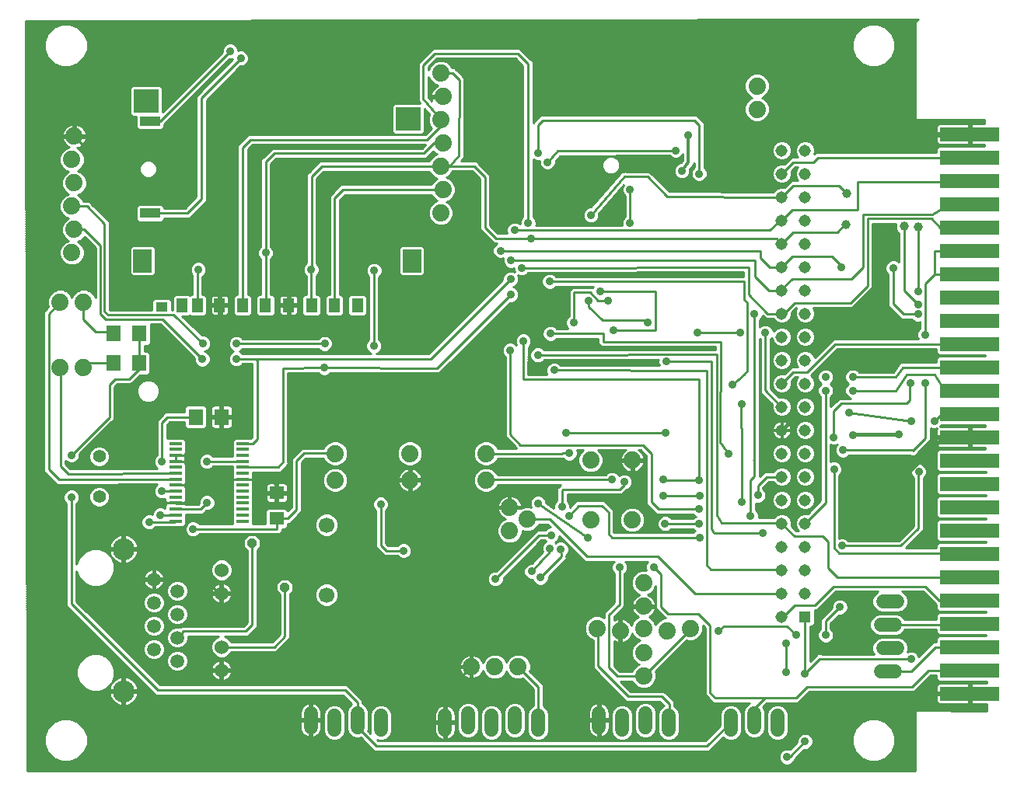
<source format=gbl>
G75*
G70*
%OFA0B0*%
%FSLAX24Y24*%
%IPPOS*%
%LPD*%
%AMOC8*
5,1,8,0,0,1.08239X$1,22.5*
%
%ADD10R,0.0591X0.0984*%
%ADD11R,0.0860X0.0420*%
%ADD12R,0.0787X0.0984*%
%ADD13R,0.0512X0.0433*%
%ADD14R,0.0472X0.0591*%
%ADD15R,0.1055X0.0993*%
%ADD16R,0.1055X0.0993*%
%ADD17C,0.0740*%
%ADD18C,0.0600*%
%ADD19R,0.0550X0.0137*%
%ADD20C,0.0554*%
%ADD21R,0.0630X0.0709*%
%ADD22R,0.0630X0.0551*%
%ADD23R,0.2550X0.0600*%
%ADD24C,0.0945*%
%ADD25C,0.0591*%
%ADD26C,0.0600*%
%ADD27C,0.0669*%
%ADD28R,0.0515X0.0515*%
%ADD29C,0.0515*%
%ADD30C,0.0100*%
%ADD31C,0.0357*%
%ADD32C,0.0240*%
%ADD33C,0.0160*%
%ADD34C,0.0120*%
%ADD35C,0.0396*%
%ADD36OC8,0.0396*%
D10*
X017569Y028453D03*
X006742Y029211D03*
D11*
X006710Y028345D03*
X006710Y024408D03*
D12*
X006387Y022361D03*
X017923Y022361D03*
D13*
X007199Y020373D03*
D14*
X008069Y020443D03*
X008734Y020451D03*
X009686Y020451D03*
X010671Y020451D03*
X011655Y020451D03*
X012639Y020451D03*
X013623Y020451D03*
X014608Y020451D03*
X015592Y020451D03*
D15*
X006525Y029200D03*
D16*
X017786Y028451D03*
D17*
X019162Y028410D03*
X019262Y027410D03*
X019162Y026410D03*
X019262Y025410D03*
X019162Y024410D03*
X019262Y029410D03*
X019162Y030410D03*
X032723Y029860D03*
X032723Y028860D03*
X021111Y014095D03*
X021111Y012955D03*
X022118Y011778D03*
X022868Y011278D03*
X022118Y010778D03*
X025594Y011245D03*
X027374Y011245D03*
X027374Y013805D03*
X025594Y013805D03*
X027863Y008542D03*
X027863Y007542D03*
X027863Y006592D03*
X028863Y006492D03*
X029863Y006592D03*
X027863Y005542D03*
X027863Y004542D03*
X026863Y006492D03*
X025863Y006592D03*
X022484Y004946D03*
X021484Y004946D03*
X020484Y004946D03*
X017844Y012955D03*
X017844Y014095D03*
X014641Y014095D03*
X014641Y012955D03*
X003854Y017764D03*
X002854Y017764D03*
X002854Y020592D03*
X003854Y020592D03*
X003354Y022704D03*
X003454Y023704D03*
X003354Y024704D03*
X003454Y025704D03*
X003354Y026704D03*
X003454Y027704D03*
D18*
X013594Y002956D02*
X013594Y002356D01*
X014594Y002256D02*
X014594Y002856D01*
X015594Y002956D02*
X015594Y002356D01*
X016594Y002256D02*
X016594Y002856D01*
X019344Y002856D02*
X019344Y002256D01*
X020344Y002356D02*
X020344Y002956D01*
X021344Y002856D02*
X021344Y002256D01*
X022344Y002356D02*
X022344Y002956D01*
X023344Y002856D02*
X023344Y002256D01*
X025939Y002356D02*
X025939Y002956D01*
X026939Y002856D02*
X026939Y002256D01*
X027939Y002356D02*
X027939Y002956D01*
X028939Y002856D02*
X028939Y002256D01*
X031594Y002256D02*
X031594Y002856D01*
X032594Y002956D02*
X032594Y002356D01*
X033594Y002256D02*
X033594Y002856D01*
X038024Y004756D02*
X038624Y004756D01*
X038724Y005756D02*
X038124Y005756D01*
X038024Y006756D02*
X038624Y006756D01*
X038724Y007756D02*
X038124Y007756D01*
D19*
X010675Y011196D03*
X010675Y011452D03*
X010675Y011708D03*
X010675Y011964D03*
X010675Y012220D03*
X010675Y012476D03*
X010675Y012731D03*
X010675Y012987D03*
X010675Y013243D03*
X010675Y013499D03*
X010675Y013755D03*
X010675Y014011D03*
X010675Y014267D03*
X010675Y014523D03*
X007796Y014523D03*
X007796Y014267D03*
X007796Y014011D03*
X007796Y013755D03*
X007796Y013499D03*
X007796Y013243D03*
X007796Y012987D03*
X007796Y012731D03*
X007796Y012476D03*
X007796Y012220D03*
X007796Y011964D03*
X007796Y011708D03*
X007796Y011452D03*
X007796Y011196D03*
D20*
X004531Y012241D03*
X004531Y013974D03*
D21*
X008661Y015662D03*
X009764Y015662D03*
X006234Y017966D03*
X005132Y017966D03*
X005135Y019250D03*
X006237Y019250D03*
D22*
X012136Y012408D03*
X012136Y011305D03*
D23*
X041844Y011796D03*
X041844Y010796D03*
X041844Y009796D03*
X041844Y008796D03*
X041844Y007796D03*
X041844Y006796D03*
X041844Y005796D03*
X041844Y004796D03*
X041844Y003796D03*
X041844Y012796D03*
X041844Y013796D03*
X041844Y014796D03*
X041844Y015796D03*
X041844Y016796D03*
X041844Y017796D03*
X041844Y018796D03*
X041844Y019796D03*
X041844Y020796D03*
X041844Y021796D03*
X041844Y022796D03*
X041844Y023796D03*
X041844Y024796D03*
X041844Y025796D03*
X041844Y026796D03*
X041844Y027796D03*
D24*
X005564Y009996D03*
X005564Y003896D03*
D25*
X007864Y005196D03*
X006864Y005696D03*
X007864Y006196D03*
X006864Y006696D03*
X007864Y007196D03*
X006864Y007696D03*
X007864Y008196D03*
X006864Y008696D03*
D26*
X009764Y009096D03*
X009764Y008096D03*
X009764Y005796D03*
X009764Y004796D03*
D27*
X014266Y008027D03*
X014266Y011027D03*
D28*
X034784Y007096D03*
D29*
X033784Y007096D03*
X033784Y008096D03*
X034784Y008096D03*
X034784Y009096D03*
X033784Y009096D03*
X033784Y010096D03*
X034784Y010096D03*
X034784Y011096D03*
X033784Y011096D03*
X033784Y012096D03*
X034784Y012096D03*
X034784Y013096D03*
X033784Y013096D03*
X033784Y014096D03*
X034784Y014096D03*
X034784Y015096D03*
X033784Y015096D03*
X033784Y016096D03*
X034784Y016096D03*
X034784Y017096D03*
X033784Y017096D03*
X033784Y018096D03*
X034784Y018096D03*
X034784Y019096D03*
X033784Y019096D03*
X033784Y020096D03*
X034784Y020096D03*
X034784Y021096D03*
X033784Y021096D03*
X033784Y022096D03*
X034784Y022096D03*
X034784Y023096D03*
X033784Y023096D03*
X033784Y024096D03*
X034784Y024096D03*
X034784Y025096D03*
X033784Y025096D03*
X033784Y026096D03*
X034784Y026096D03*
X034784Y027096D03*
X033784Y027096D03*
D30*
X001367Y032659D02*
X001436Y000472D01*
X039521Y000472D01*
X039519Y003096D01*
X042535Y003044D01*
X042570Y003031D01*
X042560Y003292D01*
X042560Y003346D01*
X041894Y003346D01*
X041894Y003746D01*
X041794Y003746D01*
X040419Y003746D01*
X040419Y003476D01*
X040430Y003438D01*
X040449Y003404D01*
X040477Y003376D01*
X040511Y003356D01*
X040550Y003346D01*
X041794Y003346D01*
X041794Y003746D01*
X041794Y003846D01*
X040419Y003846D01*
X040419Y004116D01*
X040430Y004154D01*
X040449Y004188D01*
X040477Y004216D01*
X040511Y004236D01*
X040550Y004246D01*
X041794Y004246D01*
X041794Y003846D01*
X041894Y003846D01*
X041894Y004246D01*
X042557Y004246D01*
X042556Y004326D01*
X040499Y004326D01*
X040399Y004426D01*
X040399Y004576D01*
X040176Y004576D01*
X039604Y004005D01*
X039476Y003876D01*
X034976Y003876D01*
X034614Y003515D01*
X034486Y003386D01*
X033147Y003386D01*
X032988Y003227D01*
X032993Y003222D01*
X033064Y003050D01*
X033064Y002263D01*
X032993Y002090D01*
X032861Y001958D01*
X032688Y001886D01*
X032501Y001886D01*
X032328Y001958D01*
X032196Y002090D01*
X032124Y002263D01*
X032124Y003050D01*
X032196Y003222D01*
X032328Y003355D01*
X032405Y003386D01*
X031029Y003386D01*
X030846Y003386D01*
X030624Y003609D01*
X030495Y003738D01*
X030495Y006608D01*
X030402Y006702D01*
X030403Y006699D01*
X030403Y006484D01*
X030321Y006286D01*
X030169Y006134D01*
X029970Y006052D01*
X029755Y006052D01*
X029705Y006073D01*
X028367Y004735D01*
X028403Y004649D01*
X028403Y004434D01*
X028321Y004236D01*
X028169Y004084D01*
X027970Y004002D01*
X027755Y004002D01*
X027557Y004084D01*
X027405Y004236D01*
X027373Y004314D01*
X026878Y004314D01*
X027296Y003896D01*
X028553Y003896D01*
X028736Y003896D01*
X029056Y003576D01*
X029184Y003447D01*
X029184Y003263D01*
X029205Y003255D01*
X029338Y003122D01*
X029409Y002950D01*
X029409Y002163D01*
X029338Y001990D01*
X029205Y001858D01*
X029033Y001786D01*
X028846Y001786D01*
X028673Y001858D01*
X028541Y001990D01*
X028469Y002163D01*
X028469Y002950D01*
X028541Y003122D01*
X028673Y003255D01*
X028731Y003279D01*
X028553Y003456D01*
X027113Y003456D01*
X026984Y003585D01*
X025822Y004748D01*
X025822Y004748D01*
X025693Y004877D01*
X025693Y006078D01*
X025557Y006134D01*
X025405Y006286D01*
X025323Y006484D01*
X025323Y006699D01*
X025405Y006898D01*
X025557Y007050D01*
X025755Y007132D01*
X025970Y007132D01*
X026161Y007053D01*
X026161Y007270D01*
X026290Y007399D01*
X026611Y007720D01*
X026611Y008932D01*
X026536Y009008D01*
X026483Y009136D01*
X026483Y009274D01*
X026536Y009402D01*
X026589Y009456D01*
X025536Y009456D01*
X025353Y009456D01*
X024251Y010558D01*
X024251Y010524D01*
X024198Y010396D01*
X024100Y010298D01*
X024069Y010285D01*
X024098Y010256D01*
X024120Y010278D01*
X024248Y010331D01*
X024387Y010331D01*
X024515Y010278D01*
X024613Y010180D01*
X024666Y010052D01*
X024666Y009913D01*
X024613Y009785D01*
X024554Y009726D01*
X024554Y009670D01*
X024559Y009585D01*
X024554Y009580D01*
X024554Y009573D01*
X024494Y009513D01*
X024437Y009449D01*
X024430Y009449D01*
X023791Y008810D01*
X023791Y008703D01*
X023738Y008575D01*
X023640Y008477D01*
X023512Y008424D01*
X023373Y008424D01*
X023245Y008477D01*
X023147Y008575D01*
X023103Y008681D01*
X022996Y008681D01*
X022868Y008734D01*
X022770Y008832D01*
X022717Y008960D01*
X022717Y009099D01*
X022770Y009227D01*
X022868Y009325D01*
X022996Y009378D01*
X023083Y009378D01*
X023529Y009871D01*
X023498Y009946D01*
X023498Y010084D01*
X023551Y010212D01*
X023649Y010310D01*
X023680Y010323D01*
X023631Y010372D01*
X023478Y010371D01*
X021857Y008750D01*
X021857Y008644D01*
X021804Y008516D01*
X021706Y008418D01*
X021578Y008365D01*
X021439Y008365D01*
X021311Y008418D01*
X021213Y008516D01*
X021160Y008644D01*
X021160Y008782D01*
X021213Y008910D01*
X021311Y009008D01*
X021439Y009061D01*
X021546Y009061D01*
X023228Y010743D01*
X023294Y010811D01*
X023295Y010811D01*
X023295Y010811D01*
X023388Y010811D01*
X023629Y010812D01*
X023706Y010889D01*
X023834Y010942D01*
X023868Y010942D01*
X023752Y011058D01*
X023361Y011058D01*
X023326Y010972D01*
X023174Y010820D01*
X022975Y010738D01*
X022761Y010738D01*
X022658Y010780D01*
X022658Y010670D01*
X022576Y010472D01*
X022424Y010320D01*
X022225Y010238D01*
X022011Y010238D01*
X021812Y010320D01*
X021660Y010472D01*
X021578Y010670D01*
X021578Y010885D01*
X021660Y011084D01*
X021812Y011235D01*
X021941Y011289D01*
X021918Y011296D01*
X021845Y011333D01*
X021779Y011381D01*
X021721Y011439D01*
X016809Y011439D01*
X016809Y011537D02*
X021657Y011537D01*
X021673Y011505D02*
X021721Y011439D01*
X021673Y011505D02*
X021636Y011578D01*
X021611Y011656D01*
X021598Y011737D01*
X021598Y011748D01*
X022088Y011748D01*
X022088Y011808D01*
X022088Y012298D01*
X022077Y012298D01*
X021996Y012285D01*
X021918Y012260D01*
X021845Y012222D01*
X021779Y012174D01*
X021721Y012116D01*
X021673Y012050D01*
X021636Y011977D01*
X021611Y011899D01*
X021598Y011819D01*
X021598Y011808D01*
X022088Y011808D01*
X022148Y011808D01*
X022148Y012298D01*
X022159Y012298D01*
X022240Y012285D01*
X022318Y012260D01*
X022391Y012222D01*
X022457Y012174D01*
X022515Y012116D01*
X022563Y012050D01*
X022600Y011977D01*
X022625Y011899D01*
X022638Y011819D01*
X022638Y011808D01*
X022148Y011808D01*
X022148Y011748D01*
X022591Y011748D01*
X022761Y011818D01*
X022975Y011818D01*
X023031Y011795D01*
X022991Y011891D01*
X022991Y012030D01*
X023044Y012158D01*
X023142Y012256D01*
X023270Y012309D01*
X023409Y012309D01*
X023537Y012256D01*
X023635Y012158D01*
X023688Y012030D01*
X023688Y011984D01*
X024010Y011757D01*
X024010Y011870D01*
X024063Y011998D01*
X024149Y012084D01*
X024149Y012425D01*
X024149Y012607D01*
X024195Y012653D01*
X024291Y012749D01*
X021610Y012749D01*
X021569Y012649D01*
X021417Y012497D01*
X021219Y012415D01*
X021004Y012415D01*
X020805Y012497D01*
X020653Y012649D01*
X020571Y012848D01*
X020571Y013063D01*
X020653Y013261D01*
X020805Y013413D01*
X021004Y013495D01*
X021219Y013495D01*
X021417Y013413D01*
X021569Y013261D01*
X021599Y013189D01*
X026233Y013189D01*
X026308Y013264D01*
X026436Y013317D01*
X026575Y013317D01*
X026703Y013264D01*
X026801Y013166D01*
X026811Y013143D01*
X026831Y013164D01*
X026960Y013217D01*
X027098Y013217D01*
X027226Y013164D01*
X027324Y013066D01*
X027377Y012938D01*
X027377Y012799D01*
X027324Y012671D01*
X027226Y012573D01*
X027125Y012531D01*
X027120Y012526D01*
X026936Y012342D01*
X026754Y012342D01*
X024589Y012342D01*
X024589Y012063D01*
X024654Y011998D01*
X024707Y011870D01*
X024707Y011772D01*
X024853Y011940D01*
X024853Y011948D01*
X024912Y012007D01*
X024967Y012070D01*
X024976Y012071D01*
X024982Y012077D01*
X025066Y012077D01*
X025149Y012083D01*
X025156Y012077D01*
X025994Y012077D01*
X026176Y012077D01*
X026449Y011804D01*
X026578Y011675D01*
X026578Y010727D01*
X026608Y010697D01*
X029985Y010697D01*
X030060Y010772D01*
X030076Y010779D01*
X030058Y010787D01*
X029982Y010862D01*
X029053Y010862D01*
X028985Y010794D01*
X028857Y010741D01*
X028718Y010741D01*
X028590Y010794D01*
X028492Y010892D01*
X028439Y011021D01*
X028439Y011159D01*
X028492Y011287D01*
X028590Y011385D01*
X028718Y011438D01*
X028857Y011438D01*
X028985Y011385D01*
X029068Y011302D01*
X029982Y011302D01*
X030058Y011377D01*
X030102Y011396D01*
X030053Y011416D01*
X029977Y011491D01*
X028401Y011491D01*
X028272Y011620D01*
X027982Y011910D01*
X027982Y012092D01*
X027982Y013992D01*
X027731Y014243D01*
X027655Y014243D01*
X027712Y014201D01*
X027770Y014143D01*
X027818Y014077D01*
X027856Y014004D01*
X027881Y013926D01*
X027892Y013855D01*
X027424Y013855D01*
X027424Y013755D01*
X027892Y013755D01*
X027881Y013683D01*
X027856Y013605D01*
X027818Y013532D01*
X027770Y013466D01*
X027712Y013408D01*
X027646Y013360D01*
X027573Y013323D01*
X027495Y013297D01*
X027424Y013286D01*
X027424Y013754D01*
X027324Y013754D01*
X027324Y013286D01*
X027252Y013297D01*
X027174Y013323D01*
X027101Y013360D01*
X027035Y013408D01*
X026977Y013466D01*
X026929Y013532D01*
X026892Y013605D01*
X026866Y013683D01*
X026855Y013755D01*
X027324Y013755D01*
X027324Y013855D01*
X026855Y013855D01*
X026866Y013926D01*
X026892Y014004D01*
X026929Y014077D01*
X026977Y014143D01*
X027035Y014201D01*
X027092Y014243D01*
X025919Y014243D01*
X026051Y014111D01*
X026134Y013912D01*
X026134Y013697D01*
X026051Y013499D01*
X025900Y013347D01*
X025701Y013265D01*
X025486Y013265D01*
X025288Y013347D01*
X025136Y013499D01*
X025054Y013697D01*
X025054Y013912D01*
X025136Y014111D01*
X025268Y014243D01*
X025003Y014243D01*
X025034Y014168D01*
X025034Y014030D01*
X024981Y013902D01*
X025054Y013902D01*
X024981Y013902D02*
X024883Y013804D01*
X025054Y013804D01*
X025054Y013705D02*
X021485Y013705D01*
X021417Y013637D02*
X021569Y013789D01*
X021605Y013875D01*
X024278Y013875D01*
X024416Y013875D01*
X024488Y013804D01*
X024616Y013751D01*
X024754Y013751D01*
X024883Y013804D01*
X025022Y014001D02*
X025091Y014001D01*
X025131Y014100D02*
X025034Y014100D01*
X025021Y014198D02*
X025224Y014198D01*
X024685Y014099D02*
X024373Y014099D01*
X024369Y014095D01*
X021111Y014095D01*
X020571Y014100D02*
X018384Y014100D01*
X018384Y014198D02*
X020571Y014198D01*
X020571Y014203D02*
X020571Y013988D01*
X020653Y013789D01*
X020805Y013637D01*
X021004Y013555D01*
X021219Y013555D01*
X021417Y013637D01*
X021344Y013607D02*
X025091Y013607D01*
X025132Y013508D02*
X013208Y013508D01*
X013208Y013410D02*
X014332Y013410D01*
X014335Y013413D02*
X014183Y013261D01*
X014101Y013063D01*
X014101Y012848D01*
X014183Y012649D01*
X014335Y012497D01*
X014534Y012415D01*
X014749Y012415D01*
X014947Y012497D01*
X015099Y012649D01*
X015181Y012848D01*
X015181Y013063D01*
X015099Y013261D01*
X014947Y013413D01*
X014749Y013495D01*
X014534Y013495D01*
X014335Y013413D01*
X014234Y013311D02*
X013208Y013311D01*
X013208Y013213D02*
X014163Y013213D01*
X014123Y013114D02*
X013208Y013114D01*
X013208Y013016D02*
X014101Y013016D01*
X014101Y012917D02*
X013208Y012917D01*
X013208Y012819D02*
X014113Y012819D01*
X014154Y012720D02*
X013208Y012720D01*
X013208Y012621D02*
X014211Y012621D01*
X014310Y012523D02*
X013208Y012523D01*
X013208Y012424D02*
X014511Y012424D01*
X014771Y012424D02*
X020982Y012424D01*
X020780Y012523D02*
X018134Y012523D01*
X018117Y012510D02*
X018183Y012558D01*
X018241Y012616D01*
X018289Y012683D01*
X018326Y012755D01*
X018352Y012833D01*
X018363Y012905D01*
X017895Y012905D01*
X017895Y013005D01*
X018363Y013005D01*
X018352Y013077D01*
X018326Y013155D01*
X018289Y013228D01*
X018241Y013294D01*
X018183Y013352D01*
X018117Y013400D01*
X018044Y013437D01*
X017966Y013462D01*
X017894Y013474D01*
X017894Y013005D01*
X017794Y013005D01*
X017794Y012905D01*
X017326Y012905D01*
X017337Y012833D01*
X017363Y012755D01*
X017400Y012683D01*
X017448Y012616D01*
X017506Y012558D01*
X017572Y012510D01*
X017645Y012473D01*
X017723Y012448D01*
X017794Y012437D01*
X017794Y012905D01*
X017894Y012905D01*
X017894Y012437D01*
X017966Y012448D01*
X018044Y012473D01*
X018117Y012510D01*
X018245Y012621D02*
X020681Y012621D01*
X020624Y012720D02*
X018308Y012720D01*
X018347Y012819D02*
X020583Y012819D01*
X020571Y012917D02*
X017895Y012917D01*
X017894Y012819D02*
X017794Y012819D01*
X017794Y012917D02*
X015181Y012917D01*
X015181Y013016D02*
X017328Y013016D01*
X017326Y013005D02*
X017794Y013005D01*
X017794Y013474D01*
X017723Y013462D01*
X017645Y013437D01*
X017572Y013400D01*
X017506Y013352D01*
X017448Y013294D01*
X017400Y013228D01*
X017363Y013155D01*
X017337Y013077D01*
X017326Y013005D01*
X017349Y013114D02*
X015160Y013114D01*
X015119Y013213D02*
X017392Y013213D01*
X017465Y013311D02*
X015049Y013311D01*
X014950Y013410D02*
X017591Y013410D01*
X017612Y013607D02*
X014873Y013607D01*
X014947Y013637D02*
X015099Y013789D01*
X015181Y013988D01*
X015181Y014203D01*
X015099Y014401D01*
X014947Y014553D01*
X014749Y014635D01*
X014534Y014635D01*
X014335Y014553D01*
X014183Y014401D01*
X014150Y014321D01*
X013204Y014321D01*
X013075Y014192D01*
X012768Y013884D01*
X012768Y013702D01*
X012768Y011784D01*
X012621Y011637D01*
X012621Y011651D01*
X012521Y011751D01*
X011750Y011751D01*
X011651Y011651D01*
X011651Y011070D01*
X011120Y011070D01*
X011120Y011335D01*
X011120Y011591D01*
X011120Y011847D01*
X011120Y012103D01*
X011120Y012359D01*
X011120Y012614D01*
X011120Y012870D01*
X011098Y012892D01*
X011100Y012899D01*
X011100Y012987D01*
X010675Y012987D01*
X010675Y012988D01*
X011100Y012988D01*
X011100Y013076D01*
X011098Y013083D01*
X011120Y013104D01*
X011120Y013282D01*
X012127Y013287D01*
X012134Y013280D01*
X012217Y013287D01*
X012299Y013288D01*
X012306Y013295D01*
X012316Y013295D01*
X012369Y013359D01*
X012428Y013417D01*
X012427Y013427D01*
X012559Y013583D01*
X012617Y013641D01*
X012617Y013651D01*
X012624Y013659D01*
X012617Y013741D01*
X012617Y017538D01*
X013901Y017545D01*
X013975Y017471D01*
X014103Y017418D01*
X014242Y017418D01*
X014370Y017471D01*
X014445Y017546D01*
X018919Y017537D01*
X019019Y017537D01*
X019101Y017537D01*
X019101Y017537D01*
X019102Y017537D01*
X019166Y017601D01*
X019230Y017666D01*
X022123Y020559D01*
X022229Y020559D01*
X022358Y020612D01*
X022456Y020710D01*
X022509Y020838D01*
X022509Y020976D01*
X022456Y021104D01*
X022358Y021202D01*
X022262Y021242D01*
X022358Y021281D01*
X022456Y021379D01*
X022509Y021507D01*
X022509Y021646D01*
X022464Y021753D01*
X022570Y021709D01*
X022709Y021709D01*
X022837Y021763D01*
X022913Y021839D01*
X032149Y021866D01*
X032148Y021688D01*
X032094Y021688D01*
X024104Y021688D01*
X024028Y021764D01*
X023900Y021817D01*
X023762Y021817D01*
X023634Y021764D01*
X023536Y021666D01*
X023482Y021538D01*
X023482Y021399D01*
X023536Y021271D01*
X023634Y021173D01*
X023762Y021120D01*
X023900Y021120D01*
X024028Y021173D01*
X024104Y021248D01*
X025704Y021248D01*
X025683Y021197D01*
X025659Y021220D01*
X025477Y021220D01*
X024797Y021220D01*
X024668Y021092D01*
X024668Y020909D01*
X024668Y019994D01*
X024571Y019897D01*
X024518Y019769D01*
X024518Y019630D01*
X024571Y019502D01*
X024617Y019456D01*
X024137Y019456D01*
X024062Y019532D01*
X023934Y019585D01*
X023795Y019585D01*
X023667Y019532D01*
X023569Y019434D01*
X023516Y019306D01*
X023516Y019167D01*
X023569Y019039D01*
X023667Y018941D01*
X023795Y018888D01*
X023934Y018888D01*
X024062Y018941D01*
X024137Y019016D01*
X025904Y019016D01*
X025904Y018987D01*
X025904Y018805D01*
X026033Y018676D01*
X030944Y018676D01*
X030944Y018553D01*
X030899Y018553D01*
X030899Y018552D01*
X023597Y018544D01*
X023522Y018619D01*
X023394Y018672D01*
X023255Y018672D01*
X023127Y018619D01*
X023029Y018521D01*
X022976Y018393D01*
X022976Y018254D01*
X023029Y018126D01*
X023127Y018028D01*
X023255Y017975D01*
X023394Y017975D01*
X023522Y018028D01*
X023597Y018104D01*
X028491Y018110D01*
X028488Y018102D01*
X028488Y017964D01*
X028523Y017879D01*
X024298Y017886D01*
X024222Y017962D01*
X024094Y018015D01*
X023955Y018015D01*
X023827Y017962D01*
X023729Y017864D01*
X023676Y017736D01*
X023676Y017597D01*
X023720Y017491D01*
X022918Y017491D01*
X022923Y018652D01*
X023000Y018729D01*
X023053Y018857D01*
X023053Y018996D01*
X023000Y019124D01*
X022902Y019222D01*
X022774Y019275D01*
X022635Y019275D01*
X022507Y019222D01*
X022409Y019124D01*
X022356Y018996D01*
X022356Y018857D01*
X022399Y018754D01*
X022339Y018813D01*
X022211Y018866D01*
X022073Y018866D01*
X021945Y018813D01*
X021847Y018715D01*
X021794Y018587D01*
X021794Y018448D01*
X021847Y018320D01*
X021922Y018245D01*
X021922Y014988D01*
X021922Y014806D01*
X022356Y014372D01*
X022413Y014315D01*
X021605Y014315D01*
X021569Y014401D01*
X021417Y014553D01*
X021219Y014635D01*
X021004Y014635D01*
X020805Y014553D01*
X020653Y014401D01*
X020571Y014203D01*
X020610Y014297D02*
X018345Y014297D01*
X018384Y014203D02*
X018302Y014401D01*
X018150Y014553D01*
X017952Y014635D01*
X017737Y014635D01*
X017539Y014553D01*
X017387Y014401D01*
X017304Y014203D01*
X017304Y013988D01*
X017387Y013789D01*
X017539Y013637D01*
X017737Y013555D01*
X017952Y013555D01*
X018150Y013637D01*
X018302Y013789D01*
X018384Y013988D01*
X018384Y014203D01*
X018384Y014001D02*
X020571Y014001D01*
X020606Y013902D02*
X018349Y013902D01*
X018308Y013804D02*
X020647Y013804D01*
X020737Y013705D02*
X018218Y013705D01*
X018077Y013607D02*
X020879Y013607D01*
X020802Y013410D02*
X018097Y013410D01*
X018224Y013311D02*
X020704Y013311D01*
X020633Y013213D02*
X018297Y013213D01*
X018339Y013114D02*
X020593Y013114D01*
X020571Y013016D02*
X018361Y013016D01*
X017894Y013016D02*
X017794Y013016D01*
X017794Y013114D02*
X017894Y013114D01*
X017894Y013213D02*
X017794Y013213D01*
X017794Y013311D02*
X017894Y013311D01*
X017894Y013410D02*
X017794Y013410D01*
X017470Y013705D02*
X015015Y013705D01*
X014947Y013637D02*
X014749Y013555D01*
X014534Y013555D01*
X014335Y013637D01*
X014183Y013789D01*
X014145Y013881D01*
X013386Y013881D01*
X013208Y013702D01*
X013208Y011602D01*
X013079Y011473D01*
X012691Y011085D01*
X012621Y011085D01*
X012621Y010959D01*
X012521Y010860D01*
X012357Y010860D01*
X012357Y010849D01*
X012358Y010760D01*
X012357Y010760D01*
X012357Y010759D01*
X012291Y010693D01*
X012229Y010631D01*
X012229Y010631D01*
X012229Y010630D01*
X012135Y010630D01*
X012047Y010630D01*
X012047Y010630D01*
X008825Y010630D01*
X008749Y010555D01*
X008621Y010502D01*
X008483Y010502D01*
X008355Y010555D01*
X008257Y010653D01*
X008204Y010781D01*
X008204Y010920D01*
X008257Y011048D01*
X008355Y011146D01*
X008483Y011199D01*
X008621Y011199D01*
X008749Y011146D01*
X008825Y011070D01*
X010230Y011070D01*
X010230Y011335D01*
X010230Y011591D01*
X010230Y011847D01*
X010230Y012103D01*
X010230Y012359D01*
X010230Y012614D01*
X010230Y012870D01*
X010252Y012892D01*
X010250Y012899D01*
X010250Y012987D01*
X010674Y012987D01*
X010674Y012988D01*
X010250Y012988D01*
X010250Y013076D01*
X010252Y013083D01*
X010230Y013104D01*
X010230Y013382D01*
X010230Y013536D01*
X009421Y013536D01*
X009346Y013461D01*
X009218Y013408D01*
X009079Y013408D01*
X008951Y013461D01*
X008853Y013559D01*
X008800Y013687D01*
X008800Y013826D01*
X008853Y013954D01*
X008951Y014052D01*
X009079Y014105D01*
X009218Y014105D01*
X009346Y014052D01*
X009421Y013976D01*
X010230Y013976D01*
X010230Y014150D01*
X010230Y014406D01*
X010230Y014662D01*
X010329Y014761D01*
X011020Y014761D01*
X011027Y014754D01*
X011084Y014811D01*
X011084Y017935D01*
X010678Y017935D01*
X010603Y017859D01*
X010474Y017806D01*
X010336Y017806D01*
X010208Y017859D01*
X010110Y017957D01*
X010057Y018085D01*
X010057Y018224D01*
X010110Y018352D01*
X010208Y018450D01*
X010282Y018481D01*
X010218Y018507D01*
X010120Y018605D01*
X010067Y018734D01*
X010067Y018872D01*
X010120Y019000D01*
X010218Y019098D01*
X010346Y019151D01*
X010485Y019151D01*
X010613Y019098D01*
X010688Y019023D01*
X013911Y019023D01*
X013991Y019103D01*
X014119Y019156D01*
X014258Y019156D01*
X014386Y019103D01*
X014484Y019005D01*
X014537Y018877D01*
X014537Y018738D01*
X014484Y018610D01*
X014386Y018512D01*
X014258Y018459D01*
X014119Y018459D01*
X013991Y018512D01*
X013920Y018583D01*
X010688Y018583D01*
X010613Y018507D01*
X010538Y018477D01*
X010603Y018450D01*
X010678Y018375D01*
X011154Y018375D01*
X016185Y018375D01*
X016099Y018411D01*
X016001Y018509D01*
X015948Y018637D01*
X015948Y018775D01*
X016001Y018903D01*
X016076Y018979D01*
X016076Y021680D01*
X016013Y021743D01*
X015960Y021871D01*
X015960Y022010D01*
X016013Y022138D01*
X016111Y022236D01*
X016239Y022289D01*
X016378Y022289D01*
X016506Y022236D01*
X016604Y022138D01*
X016657Y022010D01*
X016657Y021871D01*
X016604Y021743D01*
X016516Y021655D01*
X016516Y018979D01*
X016591Y018903D01*
X016644Y018775D01*
X016644Y018637D01*
X016591Y018509D01*
X016493Y018411D01*
X016407Y018375D01*
X018647Y018375D01*
X021812Y021539D01*
X021812Y021646D01*
X021865Y021774D01*
X021963Y021872D01*
X022091Y021925D01*
X022229Y021925D01*
X022336Y021881D01*
X022291Y021989D01*
X022291Y022035D01*
X022254Y022020D01*
X022115Y022020D01*
X021987Y022073D01*
X021889Y022171D01*
X021836Y022299D01*
X021836Y022438D01*
X021848Y022466D01*
X021803Y022448D01*
X021665Y022448D01*
X021537Y022501D01*
X021439Y022599D01*
X021386Y022727D01*
X021386Y022865D01*
X021439Y022994D01*
X021537Y023092D01*
X021566Y023104D01*
X021456Y023104D01*
X021439Y023104D01*
X020969Y023573D01*
X020840Y023702D01*
X020840Y025868D01*
X020508Y026200D01*
X019660Y026200D01*
X019620Y026104D01*
X019468Y025952D01*
X019416Y025931D01*
X019568Y025868D01*
X019720Y025716D01*
X019802Y025517D01*
X019802Y025303D01*
X019720Y025104D01*
X019568Y024952D01*
X019416Y024889D01*
X019468Y024868D01*
X019620Y024716D01*
X019702Y024517D01*
X019702Y024303D01*
X019620Y024104D01*
X019468Y023952D01*
X019270Y023870D01*
X019055Y023870D01*
X018856Y023952D01*
X018704Y024104D01*
X018622Y024303D01*
X018622Y024517D01*
X018704Y024716D01*
X018856Y024868D01*
X019008Y024931D01*
X018956Y024952D01*
X018804Y025104D01*
X018769Y025190D01*
X015058Y025190D01*
X014833Y024965D01*
X014833Y020916D01*
X014914Y020916D01*
X015014Y020817D01*
X015014Y020085D01*
X014914Y019986D01*
X014301Y019986D01*
X014201Y020085D01*
X014201Y020817D01*
X014301Y020916D01*
X014393Y020916D01*
X014393Y025147D01*
X014522Y025276D01*
X014876Y025630D01*
X015058Y025630D01*
X018769Y025630D01*
X018804Y025716D01*
X018956Y025868D01*
X019008Y025889D01*
X018856Y025952D01*
X018704Y026104D01*
X018669Y026190D01*
X014155Y026190D01*
X013848Y025883D01*
X013848Y022240D01*
X013907Y022181D01*
X013960Y022053D01*
X013960Y021915D01*
X013907Y021787D01*
X013832Y021711D01*
X013832Y020916D01*
X013930Y020916D01*
X014030Y020817D01*
X014030Y020085D01*
X013930Y019986D01*
X013317Y019986D01*
X013217Y020085D01*
X013217Y020817D01*
X013317Y020916D01*
X013392Y020916D01*
X013392Y021711D01*
X013316Y021787D01*
X013263Y021915D01*
X013263Y022053D01*
X013316Y022181D01*
X013408Y022274D01*
X013408Y026066D01*
X013537Y026194D01*
X013973Y026630D01*
X014155Y026630D01*
X018669Y026630D01*
X018704Y026716D01*
X018856Y026868D01*
X019008Y026931D01*
X018956Y026952D01*
X018848Y027061D01*
X018672Y026885D01*
X018543Y026756D01*
X012117Y026756D01*
X011879Y026518D01*
X011879Y022970D01*
X011954Y022895D01*
X012007Y022767D01*
X012007Y022628D01*
X011954Y022500D01*
X011879Y022425D01*
X011879Y020916D01*
X011962Y020916D01*
X012061Y020817D01*
X012061Y020085D01*
X011962Y019986D01*
X011348Y019986D01*
X011249Y020085D01*
X011249Y020817D01*
X011348Y020916D01*
X011439Y020916D01*
X011439Y022425D01*
X011363Y022500D01*
X011310Y022628D01*
X011310Y022767D01*
X011363Y022895D01*
X011439Y022970D01*
X011439Y026700D01*
X011568Y026829D01*
X011935Y027196D01*
X012117Y027196D01*
X018361Y027196D01*
X018505Y027341D01*
X011099Y027341D01*
X010894Y027136D01*
X010894Y020916D01*
X010977Y020916D01*
X011077Y020817D01*
X011077Y020085D01*
X010977Y019986D01*
X010364Y019986D01*
X010264Y020085D01*
X010264Y020817D01*
X010364Y020916D01*
X010454Y020916D01*
X010454Y027318D01*
X010583Y027447D01*
X010917Y027781D01*
X011099Y027781D01*
X018494Y027781D01*
X018761Y028047D01*
X018704Y028104D01*
X018622Y028303D01*
X018622Y028517D01*
X018677Y028649D01*
X018483Y028882D01*
X018483Y027884D01*
X018384Y027784D01*
X017188Y027784D01*
X017088Y027884D01*
X017088Y029018D01*
X017188Y029118D01*
X018287Y029118D01*
X018256Y029156D01*
X018199Y029213D01*
X018199Y029224D01*
X018191Y029233D01*
X018199Y029314D01*
X018199Y030666D01*
X018199Y030848D01*
X018699Y031349D01*
X018828Y031478D01*
X022366Y031478D01*
X022549Y031478D01*
X023000Y031027D01*
X023128Y030898D01*
X023128Y028291D01*
X023253Y028416D01*
X023453Y028616D01*
X023636Y028616D01*
X030136Y028616D01*
X030264Y028487D01*
X030464Y028287D01*
X030464Y028105D01*
X030464Y026369D01*
X030540Y026294D01*
X030593Y026166D01*
X030593Y026027D01*
X030540Y025899D01*
X030442Y025801D01*
X030314Y025748D01*
X030175Y025748D01*
X030047Y025801D01*
X029949Y025899D01*
X029896Y026027D01*
X029896Y026166D01*
X029949Y026294D01*
X030024Y026369D01*
X030024Y026534D01*
X030014Y026521D01*
X030014Y026501D01*
X029959Y026446D01*
X029849Y026296D01*
X029853Y026286D01*
X029853Y026147D01*
X029800Y026019D01*
X029702Y025921D01*
X029574Y025868D01*
X029435Y025868D01*
X029307Y025921D01*
X029209Y026019D01*
X029156Y026147D01*
X029156Y026286D01*
X029209Y026414D01*
X029307Y026512D01*
X029435Y026565D01*
X029475Y026565D01*
X029554Y026672D01*
X029554Y026934D01*
X029540Y026899D01*
X029442Y026801D01*
X029314Y026748D01*
X029175Y026748D01*
X029047Y026801D01*
X028973Y026875D01*
X024281Y026857D01*
X024093Y026651D01*
X024093Y026527D01*
X024040Y026399D01*
X023942Y026301D01*
X023814Y026248D01*
X023675Y026248D01*
X023547Y026301D01*
X023449Y026399D01*
X023396Y026527D01*
X023396Y026648D01*
X023275Y026648D01*
X023147Y026701D01*
X023128Y026719D01*
X023128Y024251D01*
X023204Y024175D01*
X023257Y024047D01*
X023257Y023909D01*
X023252Y023896D01*
X026949Y023896D01*
X026936Y023927D01*
X026936Y024066D01*
X026989Y024194D01*
X027065Y024269D01*
X027066Y025130D01*
X026991Y025205D01*
X026938Y025334D01*
X026938Y025472D01*
X026990Y025598D01*
X025953Y024385D01*
X025953Y024247D01*
X025900Y024119D01*
X025802Y024021D01*
X025674Y023968D01*
X025535Y023968D01*
X025407Y024021D01*
X025309Y024119D01*
X025256Y024247D01*
X025256Y024386D01*
X025309Y024514D01*
X025407Y024612D01*
X025535Y024665D01*
X025613Y024665D01*
X026804Y026057D01*
X026804Y026067D01*
X026863Y026126D01*
X026916Y026188D01*
X026926Y026189D01*
X026933Y026196D01*
X027016Y026196D01*
X027098Y026203D01*
X027106Y026196D01*
X027933Y026196D01*
X028116Y026196D01*
X028976Y025336D01*
X033413Y025318D01*
X033422Y025338D01*
X033542Y025459D01*
X033699Y025524D01*
X033869Y025524D01*
X033892Y025514D01*
X034064Y025687D01*
X034193Y025816D01*
X034460Y025816D01*
X034422Y025854D01*
X034357Y026011D01*
X034357Y026181D01*
X034422Y026338D01*
X034460Y026376D01*
X034376Y026376D01*
X034203Y026203D01*
X034212Y026181D01*
X034212Y026011D01*
X034147Y025854D01*
X034027Y025734D01*
X033869Y025669D01*
X033699Y025669D01*
X033542Y025734D01*
X033422Y025854D01*
X033357Y026011D01*
X033357Y026181D01*
X033422Y026338D01*
X033542Y026459D01*
X033699Y026524D01*
X033869Y026524D01*
X033892Y026514D01*
X034193Y026816D01*
X034376Y026816D01*
X034460Y026816D01*
X034422Y026854D01*
X034357Y027011D01*
X034357Y027181D01*
X034422Y027338D01*
X034542Y027459D01*
X034699Y027524D01*
X034869Y027524D01*
X035027Y027459D01*
X035147Y027338D01*
X035212Y027181D01*
X035212Y027011D01*
X035186Y026949D01*
X035253Y027016D01*
X035436Y027016D01*
X040399Y027016D01*
X040399Y027167D01*
X040499Y027266D01*
X042475Y027266D01*
X042475Y027346D01*
X041894Y027346D01*
X041894Y027746D01*
X041794Y027746D01*
X040419Y027746D01*
X040419Y027476D01*
X040430Y027438D01*
X040449Y027404D01*
X040477Y027376D01*
X040511Y027356D01*
X040550Y027346D01*
X041794Y027346D01*
X041794Y027746D01*
X041794Y027846D01*
X040419Y027846D01*
X040419Y028116D01*
X040430Y028154D01*
X040449Y028188D01*
X040477Y028216D01*
X040511Y028236D01*
X040550Y028246D01*
X041794Y028246D01*
X041794Y027846D01*
X041894Y027846D01*
X041894Y028246D01*
X042472Y028246D01*
X042471Y028401D01*
X039521Y028418D01*
X039521Y032599D01*
X039631Y032709D01*
X001367Y032659D01*
X001367Y032626D02*
X039548Y032626D01*
X039521Y032527D02*
X001367Y032527D01*
X001368Y032429D02*
X002674Y032429D01*
X002568Y032385D02*
X002306Y032123D01*
X002164Y031781D01*
X002164Y031411D01*
X002306Y031069D01*
X002568Y030808D01*
X002909Y030666D01*
X003279Y030666D01*
X003621Y030808D01*
X003883Y031069D01*
X004024Y031411D01*
X004024Y031781D01*
X003883Y032123D01*
X003621Y032385D01*
X003279Y032526D01*
X002909Y032526D01*
X002568Y032385D01*
X002513Y032330D02*
X001368Y032330D01*
X001368Y032232D02*
X002415Y032232D01*
X002316Y032133D02*
X001368Y032133D01*
X001369Y032034D02*
X002269Y032034D01*
X002229Y031936D02*
X001369Y031936D01*
X001369Y031837D02*
X002188Y031837D01*
X002164Y031739D02*
X001369Y031739D01*
X001369Y031640D02*
X002164Y031640D01*
X002164Y031542D02*
X001370Y031542D01*
X001370Y031443D02*
X002164Y031443D01*
X002192Y031345D02*
X001370Y031345D01*
X001370Y031246D02*
X002233Y031246D01*
X002274Y031148D02*
X001370Y031148D01*
X001371Y031049D02*
X002326Y031049D01*
X002425Y030950D02*
X001371Y030950D01*
X001371Y030852D02*
X002523Y030852D01*
X002699Y030753D02*
X001371Y030753D01*
X001371Y030655D02*
X009133Y030655D01*
X009231Y030753D02*
X003490Y030753D01*
X003665Y030852D02*
X009330Y030852D01*
X009428Y030950D02*
X003764Y030950D01*
X003862Y031049D02*
X009527Y031049D01*
X009626Y031148D02*
X003915Y031148D01*
X003956Y031246D02*
X009724Y031246D01*
X009791Y031313D02*
X007223Y028745D01*
X007223Y029767D01*
X007123Y029867D01*
X007113Y029867D01*
X007107Y029873D01*
X006376Y029873D01*
X006370Y029867D01*
X005927Y029867D01*
X005828Y029767D01*
X005828Y028633D01*
X005927Y028534D01*
X006110Y028534D01*
X006110Y028064D01*
X006210Y027965D01*
X007210Y027965D01*
X007310Y028064D01*
X007310Y028210D01*
X010103Y031002D01*
X010209Y031002D01*
X010242Y031016D01*
X010242Y031009D01*
X008749Y029487D01*
X008685Y029422D01*
X008685Y029421D01*
X008684Y029420D01*
X008685Y029331D01*
X008685Y025097D01*
X008215Y024628D01*
X007310Y024628D01*
X007310Y024688D01*
X007210Y024788D01*
X006210Y024788D01*
X006110Y024688D01*
X006110Y024127D01*
X006210Y024028D01*
X007210Y024028D01*
X007310Y024127D01*
X007310Y024188D01*
X008215Y024188D01*
X008397Y024188D01*
X008996Y024786D01*
X009125Y024915D01*
X009125Y029241D01*
X010557Y030702D01*
X010660Y030702D01*
X010788Y030755D01*
X010886Y030853D01*
X010939Y030981D01*
X010939Y031120D01*
X010886Y031248D01*
X010788Y031346D01*
X010660Y031399D01*
X010521Y031399D01*
X010488Y031385D01*
X010488Y031420D01*
X010435Y031548D01*
X010337Y031646D01*
X010209Y031699D01*
X010071Y031699D01*
X009942Y031646D01*
X009844Y031548D01*
X009791Y031420D01*
X009791Y031313D01*
X009791Y031345D02*
X003997Y031345D01*
X004024Y031443D02*
X009801Y031443D01*
X009842Y031542D02*
X004024Y031542D01*
X004024Y031640D02*
X009937Y031640D01*
X010140Y031351D02*
X007134Y028345D01*
X006710Y028345D01*
X006110Y028388D02*
X001376Y028388D01*
X001377Y028290D02*
X006110Y028290D01*
X006110Y028191D02*
X003637Y028191D01*
X003654Y028186D02*
X003576Y028211D01*
X003504Y028222D01*
X003504Y027754D01*
X003404Y027754D01*
X003404Y027654D01*
X002936Y027654D01*
X002947Y027582D01*
X002973Y027504D01*
X003010Y027431D01*
X003058Y027365D01*
X003116Y027307D01*
X003182Y027259D01*
X003228Y027236D01*
X003049Y027162D01*
X002897Y027010D01*
X002814Y026811D01*
X002814Y026596D01*
X002897Y026398D01*
X003049Y026246D01*
X003201Y026183D01*
X003149Y026162D01*
X002997Y026010D01*
X002914Y025811D01*
X002914Y025596D01*
X002997Y025398D01*
X003149Y025246D01*
X003201Y025225D01*
X003049Y025162D01*
X002897Y025010D01*
X002814Y024811D01*
X002814Y024596D01*
X002897Y024398D01*
X003049Y024246D01*
X003201Y024183D01*
X003149Y024162D01*
X002997Y024010D01*
X002914Y023811D01*
X002914Y023596D01*
X002997Y023398D01*
X003149Y023246D01*
X003201Y023225D01*
X003049Y023162D01*
X002897Y023010D01*
X002814Y022811D01*
X002814Y022596D01*
X002897Y022398D01*
X003049Y022246D01*
X003247Y022164D01*
X003462Y022164D01*
X003660Y022246D01*
X003812Y022398D01*
X003894Y022596D01*
X003894Y022811D01*
X003812Y023010D01*
X003660Y023162D01*
X003608Y023183D01*
X003760Y023246D01*
X003893Y023379D01*
X004356Y022916D01*
X004356Y020792D01*
X004312Y020898D01*
X004160Y021050D01*
X003962Y021132D01*
X003747Y021132D01*
X003549Y021050D01*
X003397Y020898D01*
X003354Y020796D01*
X003312Y020898D01*
X003160Y021050D01*
X002962Y021132D01*
X002747Y021132D01*
X002549Y021050D01*
X002397Y020898D01*
X002314Y020700D01*
X002314Y020485D01*
X002350Y020399D01*
X002266Y020315D01*
X002138Y020187D01*
X002138Y013492D01*
X002138Y013310D01*
X002569Y012878D01*
X002698Y012749D01*
X003444Y012749D01*
X003445Y012749D01*
X003537Y012749D01*
X003626Y012749D01*
X003626Y012750D01*
X007004Y012764D01*
X006916Y012676D01*
X006863Y012548D01*
X006863Y012409D01*
X006916Y012281D01*
X007014Y012183D01*
X007142Y012130D01*
X007280Y012130D01*
X007351Y012159D01*
X007351Y012081D01*
X007373Y012059D01*
X007371Y012052D01*
X007371Y011964D01*
X007796Y011964D01*
X007801Y011959D01*
X008697Y011959D01*
X008787Y012049D01*
X008787Y012637D01*
X009269Y012637D01*
X009616Y012984D01*
X010672Y012984D01*
X010675Y012987D01*
X011874Y012987D01*
X012151Y012710D01*
X012151Y012423D01*
X012136Y012408D01*
X012186Y012424D02*
X012768Y012424D01*
X012768Y012326D02*
X012601Y012326D01*
X012601Y012358D02*
X012186Y012358D01*
X012186Y012458D01*
X012086Y012458D01*
X012086Y012833D01*
X011801Y012833D01*
X011763Y012823D01*
X011729Y012803D01*
X011701Y012775D01*
X011681Y012741D01*
X011671Y012703D01*
X011671Y012458D01*
X012086Y012458D01*
X012086Y012358D01*
X011671Y012358D01*
X011671Y012112D01*
X011681Y012074D01*
X011701Y012040D01*
X011729Y012012D01*
X011763Y011992D01*
X011801Y011982D01*
X012086Y011982D01*
X012086Y012358D01*
X012186Y012358D01*
X012186Y011982D01*
X012470Y011982D01*
X012509Y011992D01*
X012543Y012012D01*
X012571Y012040D01*
X012590Y012074D01*
X012601Y012112D01*
X012601Y012358D01*
X012601Y012458D02*
X012601Y012703D01*
X012590Y012741D01*
X012571Y012775D01*
X012543Y012803D01*
X012509Y012823D01*
X012470Y012833D01*
X012186Y012833D01*
X012186Y012458D01*
X012601Y012458D01*
X012601Y012523D02*
X012768Y012523D01*
X012768Y012621D02*
X012601Y012621D01*
X012596Y012720D02*
X012768Y012720D01*
X012768Y012819D02*
X012516Y012819D01*
X012768Y012917D02*
X011100Y012917D01*
X011100Y013016D02*
X012768Y013016D01*
X012768Y013114D02*
X011120Y013114D01*
X011120Y013213D02*
X012768Y013213D01*
X012768Y013311D02*
X012329Y013311D01*
X012420Y013410D02*
X012768Y013410D01*
X012768Y013508D02*
X012496Y013508D01*
X012584Y013607D02*
X012768Y013607D01*
X012768Y013705D02*
X012620Y013705D01*
X012617Y013804D02*
X012768Y013804D01*
X012786Y013902D02*
X012617Y013902D01*
X012617Y014001D02*
X012884Y014001D01*
X012983Y014100D02*
X012617Y014100D01*
X012617Y014198D02*
X013081Y014198D01*
X013180Y014297D02*
X012617Y014297D01*
X012617Y014395D02*
X014181Y014395D01*
X014276Y014494D02*
X012617Y014494D01*
X012617Y014592D02*
X014430Y014592D01*
X014852Y014592D02*
X017634Y014592D01*
X017479Y014494D02*
X015006Y014494D01*
X015101Y014395D02*
X017384Y014395D01*
X017343Y014297D02*
X015142Y014297D01*
X015181Y014198D02*
X017304Y014198D01*
X017304Y014100D02*
X015181Y014100D01*
X015181Y014001D02*
X017304Y014001D01*
X017340Y013902D02*
X015146Y013902D01*
X015105Y013804D02*
X017381Y013804D01*
X018209Y014494D02*
X020746Y014494D01*
X020651Y014395D02*
X018305Y014395D01*
X018055Y014592D02*
X020900Y014592D01*
X021322Y014592D02*
X022136Y014592D01*
X022234Y014494D02*
X021476Y014494D01*
X021571Y014395D02*
X022333Y014395D01*
X022576Y014463D02*
X027822Y014463D01*
X028202Y014083D01*
X028202Y012001D01*
X028492Y011711D01*
X030250Y011711D01*
X030030Y011439D02*
X027878Y011439D01*
X027914Y011352D02*
X027831Y011551D01*
X027680Y011702D01*
X027481Y011785D01*
X027266Y011785D01*
X027068Y011702D01*
X026916Y011551D01*
X026834Y011352D01*
X026834Y011137D01*
X026916Y010939D01*
X027068Y010787D01*
X027266Y010705D01*
X027481Y010705D01*
X027680Y010787D01*
X027831Y010939D01*
X027914Y011137D01*
X027914Y011352D01*
X027914Y011340D02*
X028545Y011340D01*
X028473Y011242D02*
X027914Y011242D01*
X027914Y011143D02*
X028439Y011143D01*
X028439Y011045D02*
X027875Y011045D01*
X027835Y010946D02*
X028470Y010946D01*
X028537Y010848D02*
X027740Y010848D01*
X027588Y010749D02*
X028700Y010749D01*
X028875Y010749D02*
X030037Y010749D01*
X029997Y010848D02*
X029038Y010848D01*
X028795Y011082D02*
X030255Y011082D01*
X030021Y011340D02*
X029030Y011340D01*
X028788Y011090D02*
X028795Y011082D01*
X028355Y011537D02*
X027837Y011537D01*
X027746Y011636D02*
X028256Y011636D01*
X028158Y011735D02*
X027602Y011735D01*
X027982Y011932D02*
X026322Y011932D01*
X026420Y011833D02*
X028059Y011833D01*
X027982Y012030D02*
X026223Y012030D01*
X026085Y011857D02*
X026358Y011584D01*
X026358Y010636D01*
X026517Y010477D01*
X030258Y010477D01*
X030879Y010681D02*
X030780Y010870D01*
X030780Y011420D01*
X030779Y011431D01*
X030769Y013246D01*
X030779Y013236D01*
X030773Y018033D01*
X028837Y018033D01*
X028488Y018041D02*
X023535Y018041D01*
X023721Y017844D02*
X022919Y017844D01*
X022919Y017746D02*
X023680Y017746D01*
X023676Y017647D02*
X022918Y017647D01*
X022918Y017549D02*
X023696Y017549D01*
X024024Y017666D02*
X030588Y017656D01*
X030556Y009316D01*
X030724Y009116D01*
X033764Y009116D01*
X033784Y009096D01*
X033784Y008096D02*
X030064Y008096D01*
X028484Y009676D01*
X025444Y009676D01*
X023843Y011278D01*
X022868Y011278D01*
X023356Y011045D02*
X023765Y011045D01*
X023863Y010946D02*
X023300Y010946D01*
X023202Y010848D02*
X023665Y010848D01*
X023903Y010593D02*
X023386Y010591D01*
X021509Y008713D01*
X021831Y008581D02*
X023145Y008581D01*
X023104Y008680D02*
X021857Y008680D01*
X021885Y008778D02*
X022824Y008778D01*
X022751Y008877D02*
X021983Y008877D01*
X022082Y008975D02*
X022717Y008975D01*
X022717Y009074D02*
X022180Y009074D01*
X022279Y009172D02*
X022747Y009172D01*
X022814Y009271D02*
X022377Y009271D01*
X022476Y009369D02*
X022975Y009369D01*
X023165Y009468D02*
X022575Y009468D01*
X022673Y009567D02*
X023254Y009567D01*
X023343Y009665D02*
X022772Y009665D01*
X022870Y009764D02*
X023432Y009764D01*
X023521Y009862D02*
X022969Y009862D01*
X023067Y009961D02*
X023498Y009961D01*
X023498Y010059D02*
X023166Y010059D01*
X023264Y010158D02*
X023528Y010158D01*
X023595Y010256D02*
X023363Y010256D01*
X023461Y010355D02*
X023649Y010355D01*
X023846Y010015D02*
X023846Y009894D01*
X023065Y009030D01*
X023443Y008772D02*
X024334Y009664D01*
X024317Y009982D01*
X024645Y009862D02*
X024947Y009862D01*
X024849Y009961D02*
X024666Y009961D01*
X024663Y010059D02*
X024750Y010059D01*
X024652Y010158D02*
X024622Y010158D01*
X024553Y010256D02*
X024536Y010256D01*
X024455Y010355D02*
X024158Y010355D01*
X024098Y010256D02*
X024099Y010256D01*
X024222Y010453D02*
X024356Y010453D01*
X024257Y010552D02*
X024251Y010552D01*
X024592Y009764D02*
X025046Y009764D01*
X025144Y009665D02*
X024554Y009665D01*
X024548Y009567D02*
X025243Y009567D01*
X025341Y009468D02*
X024454Y009468D01*
X024351Y009369D02*
X026522Y009369D01*
X026483Y009271D02*
X024252Y009271D01*
X024154Y009172D02*
X026483Y009172D01*
X026508Y009074D02*
X024055Y009074D01*
X023956Y008975D02*
X026568Y008975D01*
X026611Y008877D02*
X023858Y008877D01*
X023791Y008778D02*
X026611Y008778D01*
X026611Y008680D02*
X023781Y008680D01*
X023740Y008581D02*
X026611Y008581D01*
X026611Y008483D02*
X023645Y008483D01*
X023240Y008483D02*
X021771Y008483D01*
X021625Y008384D02*
X026611Y008384D01*
X026611Y008286D02*
X014705Y008286D01*
X014694Y008312D02*
X014552Y008454D01*
X014367Y008531D01*
X014166Y008531D01*
X013980Y008454D01*
X013838Y008312D01*
X013762Y008127D01*
X013762Y007926D01*
X013838Y007741D01*
X013980Y007599D01*
X014166Y007522D01*
X014367Y007522D01*
X014552Y007599D01*
X014694Y007741D01*
X014771Y007926D01*
X014771Y008127D01*
X014694Y008312D01*
X014622Y008384D02*
X021392Y008384D01*
X021246Y008483D02*
X014484Y008483D01*
X014746Y008187D02*
X026611Y008187D01*
X026611Y008088D02*
X014771Y008088D01*
X014771Y007990D02*
X026611Y007990D01*
X026611Y007891D02*
X014756Y007891D01*
X014716Y007793D02*
X026611Y007793D01*
X026585Y007694D02*
X014648Y007694D01*
X014545Y007596D02*
X026486Y007596D01*
X026388Y007497D02*
X012704Y007497D01*
X012704Y007399D02*
X026289Y007399D01*
X026191Y007300D02*
X012704Y007300D01*
X012704Y007202D02*
X026161Y007202D01*
X026161Y007103D02*
X026040Y007103D01*
X026381Y007179D02*
X026381Y004905D01*
X026752Y004534D01*
X027854Y004534D01*
X027863Y004542D01*
X029863Y006542D01*
X029863Y006592D01*
X030251Y006216D02*
X030495Y006216D01*
X030495Y006118D02*
X030129Y006118D01*
X030332Y006315D02*
X030495Y006315D01*
X030495Y006413D02*
X030373Y006413D01*
X030403Y006512D02*
X030495Y006512D01*
X030493Y006610D02*
X030403Y006610D01*
X030715Y006700D02*
X030196Y007218D01*
X028916Y007218D01*
X028608Y007526D01*
X028608Y008921D01*
X028300Y009229D01*
X027981Y009369D02*
X027140Y009369D01*
X027126Y009402D02*
X027073Y009456D01*
X028034Y009456D01*
X028004Y009427D01*
X027951Y009299D01*
X027951Y009160D01*
X027986Y009075D01*
X027970Y009082D01*
X027755Y009082D01*
X027557Y009000D01*
X027405Y008848D01*
X027323Y008649D01*
X027323Y008434D01*
X027405Y008236D01*
X027557Y008084D01*
X027685Y008031D01*
X027663Y008024D01*
X027590Y007987D01*
X027524Y007939D01*
X027466Y007881D01*
X027418Y007814D01*
X027381Y007741D01*
X027356Y007664D01*
X027344Y007592D01*
X027813Y007592D01*
X027813Y007492D01*
X027344Y007492D01*
X027356Y007420D01*
X027381Y007342D01*
X027418Y007269D01*
X027466Y007203D01*
X027524Y007145D01*
X027590Y007097D01*
X027627Y007079D01*
X027557Y007050D01*
X027405Y006898D01*
X027331Y006719D01*
X027308Y006764D01*
X027259Y006831D01*
X027202Y006889D01*
X027135Y006937D01*
X027062Y006974D01*
X026985Y006999D01*
X026913Y007010D01*
X026913Y006542D01*
X026813Y006542D01*
X026813Y007010D01*
X026741Y006999D01*
X026663Y006974D01*
X026601Y006942D01*
X026601Y007088D01*
X027051Y007538D01*
X027051Y007720D01*
X027051Y008932D01*
X027126Y009008D01*
X027179Y009136D01*
X027179Y009274D01*
X027126Y009402D01*
X027179Y009271D02*
X027951Y009271D01*
X027951Y009172D02*
X027179Y009172D01*
X027154Y009074D02*
X027736Y009074D01*
X027533Y008975D02*
X027094Y008975D01*
X027051Y008877D02*
X027434Y008877D01*
X027376Y008778D02*
X027051Y008778D01*
X027051Y008680D02*
X027335Y008680D01*
X027323Y008581D02*
X027051Y008581D01*
X027051Y008483D02*
X027323Y008483D01*
X027344Y008384D02*
X027051Y008384D01*
X027051Y008286D02*
X027384Y008286D01*
X027454Y008187D02*
X027051Y008187D01*
X027051Y008088D02*
X027553Y008088D01*
X027597Y007990D02*
X027051Y007990D01*
X027051Y007891D02*
X027477Y007891D01*
X027407Y007793D02*
X027051Y007793D01*
X027051Y007694D02*
X027366Y007694D01*
X027345Y007596D02*
X027051Y007596D01*
X027010Y007497D02*
X027813Y007497D01*
X027913Y007497D02*
X028388Y007497D01*
X028381Y007492D02*
X027913Y007492D01*
X027913Y007592D01*
X028381Y007592D01*
X028370Y007664D01*
X028345Y007741D01*
X028308Y007814D01*
X028259Y007881D01*
X028202Y007939D01*
X028135Y007987D01*
X028062Y008024D01*
X028040Y008031D01*
X028169Y008084D01*
X028321Y008236D01*
X028388Y008398D01*
X028388Y007435D01*
X028516Y007306D01*
X028791Y007032D01*
X028755Y007032D01*
X028557Y006950D01*
X028405Y006798D01*
X028384Y006746D01*
X028321Y006898D01*
X028169Y007050D01*
X028099Y007079D01*
X028135Y007097D01*
X028202Y007145D01*
X028259Y007203D01*
X028308Y007269D01*
X028345Y007342D01*
X028370Y007420D01*
X028381Y007492D01*
X028363Y007399D02*
X028424Y007399D01*
X028523Y007300D02*
X028323Y007300D01*
X028258Y007202D02*
X028621Y007202D01*
X028720Y007103D02*
X028143Y007103D01*
X028214Y007004D02*
X028689Y007004D01*
X028513Y006906D02*
X028312Y006906D01*
X028358Y006807D02*
X028415Y006807D01*
X028381Y007596D02*
X028388Y007596D01*
X028388Y007694D02*
X028360Y007694D01*
X028388Y007793D02*
X028319Y007793D01*
X028388Y007891D02*
X028249Y007891D01*
X028129Y007990D02*
X028388Y007990D01*
X028388Y008088D02*
X028173Y008088D01*
X028272Y008187D02*
X028388Y008187D01*
X028388Y008286D02*
X028341Y008286D01*
X028382Y008384D02*
X028388Y008384D01*
X027363Y007399D02*
X026912Y007399D01*
X026813Y007300D02*
X027402Y007300D01*
X027468Y007202D02*
X026715Y007202D01*
X026616Y007103D02*
X027582Y007103D01*
X027512Y007004D02*
X026950Y007004D01*
X026913Y007004D02*
X026813Y007004D01*
X026775Y007004D02*
X026601Y007004D01*
X026813Y006906D02*
X026913Y006906D01*
X026913Y006807D02*
X026813Y006807D01*
X026813Y006709D02*
X026913Y006709D01*
X026913Y006610D02*
X026813Y006610D01*
X026863Y006492D02*
X026857Y006486D01*
X026857Y005065D01*
X026662Y004935D02*
X027492Y004935D01*
X027557Y005000D02*
X027405Y004848D01*
X027366Y004753D01*
X026843Y004753D01*
X026601Y004996D01*
X026601Y006042D01*
X026663Y006010D01*
X026741Y005985D01*
X026813Y005973D01*
X026813Y006442D01*
X026913Y006442D01*
X026913Y005973D01*
X026985Y005985D01*
X027062Y006010D01*
X027135Y006047D01*
X027202Y006095D01*
X027259Y006153D01*
X027308Y006219D01*
X027345Y006292D01*
X027370Y006370D01*
X027370Y006371D01*
X027405Y006286D01*
X027557Y006134D01*
X027719Y006067D01*
X027557Y006000D01*
X027405Y005848D01*
X027323Y005649D01*
X027323Y005434D01*
X027405Y005236D01*
X027557Y005084D01*
X027659Y005042D01*
X027557Y005000D01*
X027639Y005034D02*
X026601Y005034D01*
X026601Y005132D02*
X027509Y005132D01*
X027410Y005231D02*
X026601Y005231D01*
X026601Y005329D02*
X027366Y005329D01*
X027326Y005428D02*
X026601Y005428D01*
X026601Y005526D02*
X027323Y005526D01*
X027323Y005625D02*
X026601Y005625D01*
X026601Y005723D02*
X027354Y005723D01*
X027394Y005822D02*
X026601Y005822D01*
X026601Y005920D02*
X027478Y005920D01*
X027604Y006019D02*
X027080Y006019D01*
X026913Y006019D02*
X026813Y006019D01*
X026813Y006118D02*
X026913Y006118D01*
X026913Y006216D02*
X026813Y006216D01*
X026813Y006315D02*
X026913Y006315D01*
X026913Y006413D02*
X026813Y006413D01*
X026645Y006019D02*
X026601Y006019D01*
X027224Y006118D02*
X027597Y006118D01*
X027475Y006216D02*
X027305Y006216D01*
X027352Y006315D02*
X027393Y006315D01*
X027368Y006807D02*
X027276Y006807D01*
X027178Y006906D02*
X027413Y006906D01*
X026831Y007629D02*
X026381Y007179D01*
X025686Y007103D02*
X012704Y007103D01*
X012704Y007004D02*
X025512Y007004D01*
X025413Y006906D02*
X012704Y006906D01*
X012704Y006807D02*
X025368Y006807D01*
X025327Y006709D02*
X012704Y006709D01*
X012704Y006610D02*
X025323Y006610D01*
X025323Y006512D02*
X012704Y006512D01*
X012704Y006413D02*
X025352Y006413D01*
X025393Y006315D02*
X012704Y006315D01*
X012704Y006347D02*
X012704Y008056D01*
X012852Y008204D01*
X012852Y008509D01*
X012637Y008724D01*
X012332Y008724D01*
X012116Y008509D01*
X012116Y008204D01*
X012264Y008056D01*
X012264Y006347D01*
X011933Y006016D01*
X010182Y006016D01*
X010163Y006062D01*
X010031Y006195D01*
X009906Y006246D01*
X010896Y006246D01*
X011024Y006375D01*
X011304Y006655D01*
X011304Y006837D01*
X011304Y009946D01*
X011452Y010094D01*
X011452Y010399D01*
X011237Y010614D01*
X010932Y010614D01*
X010716Y010399D01*
X010716Y010094D01*
X010864Y009946D01*
X010864Y006837D01*
X010713Y006686D01*
X008236Y006686D01*
X008053Y006686D01*
X008008Y006640D01*
X007957Y006661D01*
X007772Y006661D01*
X007601Y006591D01*
X007470Y006460D01*
X007399Y006289D01*
X007399Y006104D01*
X007470Y005933D01*
X007601Y005802D01*
X007772Y005731D01*
X007957Y005731D01*
X008128Y005802D01*
X008259Y005933D01*
X008330Y006104D01*
X008330Y006246D01*
X009623Y006246D01*
X009498Y006195D01*
X009366Y006062D01*
X009294Y005890D01*
X009294Y005703D01*
X009366Y005530D01*
X009498Y005398D01*
X009671Y005326D01*
X009858Y005326D01*
X010031Y005398D01*
X010163Y005530D01*
X010182Y005576D01*
X012116Y005576D01*
X012244Y005705D01*
X012704Y006165D01*
X012704Y006347D01*
X012704Y006216D02*
X025475Y006216D01*
X025597Y006118D02*
X012657Y006118D01*
X012558Y006019D02*
X025693Y006019D01*
X025693Y005920D02*
X012460Y005920D01*
X012361Y005822D02*
X025693Y005822D01*
X025693Y005723D02*
X012263Y005723D01*
X012164Y005625D02*
X025693Y005625D01*
X025693Y005526D02*
X010159Y005526D01*
X010061Y005428D02*
X020284Y005428D01*
X020211Y005391D01*
X020145Y005342D01*
X020087Y005285D01*
X020039Y005218D01*
X020002Y005145D01*
X019976Y005068D01*
X019964Y004987D01*
X019964Y004976D01*
X020453Y004976D01*
X020453Y004916D01*
X019964Y004916D01*
X019964Y004905D01*
X019976Y004824D01*
X020002Y004746D01*
X020039Y004673D01*
X020087Y004607D01*
X020145Y004549D01*
X020211Y004501D01*
X020284Y004464D01*
X020362Y004439D01*
X020443Y004426D01*
X020453Y004426D01*
X020453Y004916D01*
X020514Y004916D01*
X020514Y004426D01*
X020524Y004426D01*
X020605Y004439D01*
X020683Y004464D01*
X020756Y004501D01*
X020822Y004549D01*
X020880Y004607D01*
X020928Y004673D01*
X020965Y004746D01*
X020973Y004768D01*
X021026Y004640D01*
X021178Y004488D01*
X021376Y004406D01*
X021591Y004406D01*
X021789Y004488D01*
X021941Y004640D01*
X021984Y004742D01*
X022026Y004640D01*
X022178Y004488D01*
X022376Y004406D01*
X022591Y004406D01*
X022677Y004441D01*
X023124Y003994D01*
X023124Y003274D01*
X023078Y003255D01*
X022946Y003122D01*
X022874Y002950D01*
X022874Y002163D01*
X022946Y001990D01*
X023078Y001858D01*
X023251Y001786D01*
X023438Y001786D01*
X023611Y001858D01*
X023743Y001990D01*
X023814Y002163D01*
X023814Y002950D01*
X023743Y003122D01*
X023611Y003255D01*
X023564Y003274D01*
X023564Y004176D01*
X023436Y004305D01*
X022988Y004752D01*
X023024Y004838D01*
X023024Y005053D01*
X022941Y005252D01*
X022789Y005404D01*
X022591Y005486D01*
X022376Y005486D01*
X022178Y005404D01*
X022026Y005252D01*
X021984Y005150D01*
X021941Y005252D01*
X021789Y005404D01*
X021591Y005486D01*
X021376Y005486D01*
X021178Y005404D01*
X021026Y005252D01*
X020973Y005123D01*
X020965Y005145D01*
X020928Y005218D01*
X020880Y005285D01*
X020822Y005342D01*
X020756Y005391D01*
X020683Y005428D01*
X021236Y005428D01*
X021103Y005329D02*
X020836Y005329D01*
X020919Y005231D02*
X021017Y005231D01*
X020976Y005132D02*
X020970Y005132D01*
X020961Y004738D02*
X020985Y004738D01*
X021026Y004639D02*
X020904Y004639D01*
X020811Y004541D02*
X021125Y004541D01*
X021288Y004442D02*
X020617Y004442D01*
X020514Y004442D02*
X020453Y004442D01*
X020453Y004541D02*
X020514Y004541D01*
X020514Y004639D02*
X020453Y004639D01*
X020453Y004738D02*
X020514Y004738D01*
X020514Y004836D02*
X020453Y004836D01*
X020453Y004935D02*
X010192Y004935D01*
X010203Y004902D02*
X010181Y004969D01*
X010149Y005032D01*
X010108Y005089D01*
X010058Y005139D01*
X010000Y005181D01*
X009937Y005213D01*
X009870Y005235D01*
X009814Y005244D01*
X009814Y004846D01*
X009714Y004846D01*
X009714Y004746D01*
X009317Y004746D01*
X009325Y004691D01*
X009347Y004623D01*
X009380Y004560D01*
X009421Y004503D01*
X009471Y004453D01*
X009529Y004411D01*
X009592Y004379D01*
X009659Y004357D01*
X009714Y004349D01*
X009714Y004746D01*
X009814Y004746D01*
X009814Y004349D01*
X009870Y004357D01*
X009937Y004379D01*
X010000Y004411D01*
X010058Y004453D01*
X010108Y004503D01*
X010149Y004560D01*
X010181Y004623D01*
X010203Y004691D01*
X010212Y004746D01*
X009815Y004746D01*
X009815Y004846D01*
X010212Y004846D01*
X010203Y004902D01*
X010148Y005034D02*
X019971Y005034D01*
X019997Y005132D02*
X010065Y005132D01*
X009883Y005231D02*
X020048Y005231D01*
X020132Y005329D02*
X009865Y005329D01*
X009814Y005231D02*
X009714Y005231D01*
X009714Y005244D02*
X009659Y005235D01*
X009592Y005213D01*
X009529Y005181D01*
X009471Y005139D01*
X009421Y005089D01*
X009380Y005032D01*
X009347Y004969D01*
X009325Y004902D01*
X009317Y004846D01*
X009714Y004846D01*
X009714Y005244D01*
X009645Y005231D02*
X008330Y005231D01*
X008330Y005289D02*
X008259Y005460D01*
X008128Y005591D01*
X007957Y005661D01*
X007772Y005661D01*
X007601Y005591D01*
X007470Y005460D01*
X007399Y005289D01*
X007399Y005104D01*
X007470Y004933D01*
X007601Y004802D01*
X007772Y004731D01*
X007957Y004731D01*
X008128Y004802D01*
X008259Y004933D01*
X008330Y005104D01*
X008330Y005289D01*
X008313Y005329D02*
X009664Y005329D01*
X009714Y005132D02*
X009814Y005132D01*
X009814Y005034D02*
X009714Y005034D01*
X009714Y004935D02*
X009814Y004935D01*
X009815Y004836D02*
X019974Y004836D01*
X020006Y004738D02*
X010211Y004738D01*
X010187Y004639D02*
X020063Y004639D01*
X020156Y004541D02*
X010135Y004541D01*
X010043Y004442D02*
X020350Y004442D01*
X020484Y004946D02*
X019344Y003807D01*
X019344Y002556D01*
X019294Y002570D02*
X017064Y002570D01*
X017064Y002471D02*
X018894Y002471D01*
X018894Y002506D02*
X018894Y002221D01*
X018905Y002151D01*
X018927Y002083D01*
X018960Y002020D01*
X019001Y001963D01*
X019051Y001913D01*
X019109Y001871D01*
X019172Y001839D01*
X019239Y001817D01*
X019294Y001809D01*
X019294Y002506D01*
X018894Y002506D01*
X018894Y002606D02*
X019294Y002606D01*
X019294Y002506D01*
X019394Y002506D01*
X019394Y001809D01*
X019450Y001817D01*
X019517Y001839D01*
X019580Y001871D01*
X019638Y001913D01*
X019688Y001963D01*
X019729Y002020D01*
X019761Y002083D01*
X019783Y002151D01*
X019794Y002221D01*
X019794Y002506D01*
X019395Y002506D01*
X019395Y002606D01*
X019794Y002606D01*
X019794Y002892D01*
X019783Y002962D01*
X019761Y003029D01*
X019729Y003092D01*
X019688Y003149D01*
X019638Y003199D01*
X019580Y003241D01*
X019517Y003273D01*
X019450Y003295D01*
X019394Y003304D01*
X019394Y002606D01*
X019294Y002606D01*
X019294Y003304D01*
X019239Y003295D01*
X019172Y003273D01*
X019109Y003241D01*
X019051Y003199D01*
X019001Y003149D01*
X018960Y003092D01*
X018927Y003029D01*
X018905Y002962D01*
X018894Y002892D01*
X018894Y002606D01*
X018894Y002669D02*
X017064Y002669D01*
X017064Y002767D02*
X018894Y002767D01*
X018894Y002866D02*
X017064Y002866D01*
X017064Y002950D02*
X016993Y003122D01*
X016861Y003255D01*
X016688Y003326D01*
X016501Y003326D01*
X016328Y003255D01*
X016196Y003122D01*
X016124Y002950D01*
X016124Y002163D01*
X016152Y002096D01*
X016041Y002207D01*
X016064Y002263D01*
X016064Y003050D01*
X015993Y003222D01*
X015861Y003355D01*
X015814Y003374D01*
X015814Y003506D01*
X015283Y004037D01*
X015154Y004166D01*
X007125Y004166D01*
X003555Y007735D01*
X003555Y009033D01*
X003678Y008737D01*
X003906Y008510D01*
X004203Y008386D01*
X004526Y008386D01*
X004823Y008510D01*
X005051Y008737D01*
X005174Y009035D01*
X005174Y009357D01*
X005062Y009629D01*
X005090Y009591D01*
X005159Y009521D01*
X005238Y009464D01*
X005325Y009419D01*
X005419Y009389D01*
X005514Y009374D01*
X005514Y009946D01*
X004942Y009946D01*
X004957Y009850D01*
X004988Y009757D01*
X005028Y009678D01*
X004823Y009883D01*
X004526Y010006D01*
X004203Y010006D01*
X003906Y009883D01*
X003678Y009655D01*
X003555Y009360D01*
X003555Y011947D01*
X003631Y012022D01*
X003684Y012150D01*
X003684Y012289D01*
X003631Y012417D01*
X003533Y012515D01*
X003405Y012568D01*
X003266Y012568D01*
X003138Y012515D01*
X003040Y012417D01*
X002987Y012289D01*
X002987Y012150D01*
X003040Y012022D01*
X003115Y011947D01*
X003115Y007553D01*
X003244Y007424D01*
X006943Y003726D01*
X007125Y003726D01*
X014972Y003726D01*
X015339Y003359D01*
X015328Y003355D01*
X015196Y003222D01*
X015124Y003050D01*
X015124Y002263D01*
X015196Y002090D01*
X015328Y001958D01*
X015501Y001886D01*
X015688Y001886D01*
X015725Y001901D01*
X016302Y001324D01*
X016484Y001324D01*
X030673Y001324D01*
X030802Y001453D01*
X031268Y001918D01*
X031328Y001858D01*
X031501Y001786D01*
X031688Y001786D01*
X031861Y001858D01*
X031993Y001990D01*
X032064Y002163D01*
X032064Y002950D01*
X031993Y003122D01*
X031861Y003255D01*
X031688Y003326D01*
X031501Y003326D01*
X031328Y003255D01*
X031196Y003122D01*
X031124Y002950D01*
X031124Y002397D01*
X030491Y001764D01*
X016484Y001764D01*
X016435Y001814D01*
X016501Y001786D01*
X016688Y001786D01*
X016861Y001858D01*
X016993Y001990D01*
X017064Y002163D01*
X017064Y002950D01*
X017058Y002964D02*
X018906Y002964D01*
X018945Y003063D02*
X017018Y003063D01*
X016954Y003161D02*
X019013Y003161D01*
X019145Y003260D02*
X016848Y003260D01*
X016341Y003260D02*
X015955Y003260D01*
X016018Y003161D02*
X016235Y003161D01*
X016171Y003063D02*
X016059Y003063D01*
X016064Y002964D02*
X016130Y002964D01*
X016124Y002866D02*
X016064Y002866D01*
X016064Y002767D02*
X016124Y002767D01*
X016124Y002669D02*
X016064Y002669D01*
X016064Y002570D02*
X016124Y002570D01*
X016124Y002471D02*
X016064Y002471D01*
X016064Y002373D02*
X016124Y002373D01*
X016124Y002274D02*
X016064Y002274D01*
X016073Y002176D02*
X016124Y002176D01*
X015746Y001880D02*
X014883Y001880D01*
X014861Y001858D02*
X014993Y001990D01*
X015064Y002163D01*
X015064Y002950D01*
X014993Y003122D01*
X014861Y003255D01*
X014688Y003326D01*
X014501Y003326D01*
X014328Y003255D01*
X014196Y003122D01*
X014124Y002950D01*
X014124Y002163D01*
X014196Y001990D01*
X014328Y001858D01*
X014501Y001786D01*
X014688Y001786D01*
X014861Y001858D01*
X014982Y001979D02*
X015307Y001979D01*
X015209Y002077D02*
X015029Y002077D01*
X015064Y002176D02*
X015160Y002176D01*
X015124Y002274D02*
X015064Y002274D01*
X015064Y002373D02*
X015124Y002373D01*
X015124Y002471D02*
X015064Y002471D01*
X015064Y002570D02*
X015124Y002570D01*
X015124Y002669D02*
X015064Y002669D01*
X015064Y002767D02*
X015124Y002767D01*
X015124Y002866D02*
X015064Y002866D01*
X015058Y002964D02*
X015124Y002964D01*
X015130Y003063D02*
X015018Y003063D01*
X014954Y003161D02*
X015171Y003161D01*
X015233Y003260D02*
X014848Y003260D01*
X015142Y003555D02*
X006086Y003555D01*
X006097Y003570D02*
X006141Y003657D01*
X006171Y003750D01*
X006187Y003846D01*
X005615Y003846D01*
X005615Y003946D01*
X006187Y003946D01*
X006171Y004042D01*
X006141Y004135D01*
X006097Y004222D01*
X006039Y004302D01*
X005970Y004371D01*
X005891Y004429D01*
X005803Y004473D01*
X005710Y004503D01*
X005614Y004518D01*
X005614Y003946D01*
X005514Y003946D01*
X005514Y003846D01*
X004942Y003846D01*
X004957Y003750D01*
X004988Y003657D01*
X005032Y003570D01*
X005090Y003491D01*
X005159Y003421D01*
X005238Y003364D01*
X005325Y003319D01*
X005419Y003289D01*
X005514Y003274D01*
X005514Y003846D01*
X005614Y003846D01*
X005614Y003274D01*
X005710Y003289D01*
X005803Y003319D01*
X005891Y003364D01*
X005970Y003421D01*
X006039Y003491D01*
X006097Y003570D01*
X006140Y003654D02*
X015044Y003654D01*
X015241Y003457D02*
X006005Y003457D01*
X005880Y003358D02*
X013392Y003358D01*
X013422Y003373D02*
X013359Y003341D01*
X013301Y003299D01*
X013251Y003249D01*
X013210Y003192D01*
X013177Y003129D01*
X013155Y003062D01*
X013144Y002992D01*
X013144Y002706D01*
X013544Y002706D01*
X013544Y002606D01*
X013144Y002606D01*
X013144Y002321D01*
X013155Y002251D01*
X013177Y002183D01*
X013210Y002120D01*
X013251Y002063D01*
X013301Y002013D01*
X013359Y001971D01*
X013422Y001939D01*
X013489Y001917D01*
X013544Y001909D01*
X013544Y002606D01*
X013644Y002606D01*
X013644Y001909D01*
X013700Y001917D01*
X013767Y001939D01*
X013830Y001971D01*
X013888Y002013D01*
X013938Y002063D01*
X013979Y002120D01*
X014011Y002183D01*
X014033Y002251D01*
X014044Y002321D01*
X014044Y002606D01*
X013645Y002606D01*
X013645Y002706D01*
X014044Y002706D01*
X014044Y002992D01*
X014033Y003062D01*
X014011Y003129D01*
X013979Y003192D01*
X013938Y003249D01*
X013888Y003299D01*
X013830Y003341D01*
X013767Y003373D01*
X013700Y003395D01*
X013644Y003404D01*
X013644Y002706D01*
X013544Y002706D01*
X013544Y003404D01*
X013489Y003395D01*
X013422Y003373D01*
X013544Y003358D02*
X013644Y003358D01*
X013644Y003260D02*
X013544Y003260D01*
X013544Y003161D02*
X013644Y003161D01*
X013644Y003063D02*
X013544Y003063D01*
X013544Y002964D02*
X013644Y002964D01*
X013644Y002866D02*
X013544Y002866D01*
X013544Y002767D02*
X013644Y002767D01*
X013645Y002669D02*
X014124Y002669D01*
X014124Y002767D02*
X014044Y002767D01*
X014044Y002866D02*
X014124Y002866D01*
X014130Y002964D02*
X014044Y002964D01*
X014033Y003063D02*
X014171Y003063D01*
X014235Y003161D02*
X013995Y003161D01*
X013927Y003260D02*
X014341Y003260D01*
X013796Y003358D02*
X015337Y003358D01*
X015594Y003414D02*
X015063Y003946D01*
X007034Y003946D01*
X003335Y007644D01*
X003335Y012219D01*
X002987Y012227D02*
X001411Y012227D01*
X001411Y012129D02*
X002996Y012129D01*
X003037Y012030D02*
X001412Y012030D01*
X001412Y011932D02*
X003115Y011932D01*
X003115Y011833D02*
X001412Y011833D01*
X001412Y011735D02*
X003115Y011735D01*
X003115Y011636D02*
X001412Y011636D01*
X001413Y011537D02*
X003115Y011537D01*
X003115Y011439D02*
X001413Y011439D01*
X001413Y011340D02*
X003115Y011340D01*
X003115Y011242D02*
X001413Y011242D01*
X001413Y011143D02*
X003115Y011143D01*
X003115Y011045D02*
X001414Y011045D01*
X001414Y010946D02*
X003115Y010946D01*
X003115Y010848D02*
X001414Y010848D01*
X001414Y010749D02*
X003115Y010749D01*
X003115Y010651D02*
X001414Y010651D01*
X001415Y010552D02*
X003115Y010552D01*
X003115Y010453D02*
X001415Y010453D01*
X001415Y010355D02*
X003115Y010355D01*
X003115Y010256D02*
X001415Y010256D01*
X001416Y010158D02*
X003115Y010158D01*
X003115Y010059D02*
X001416Y010059D01*
X001416Y009961D02*
X003115Y009961D01*
X003115Y009862D02*
X001416Y009862D01*
X001416Y009764D02*
X003115Y009764D01*
X003115Y009665D02*
X001417Y009665D01*
X001417Y009567D02*
X003115Y009567D01*
X003115Y009468D02*
X001417Y009468D01*
X001417Y009369D02*
X003115Y009369D01*
X003115Y009271D02*
X001417Y009271D01*
X001418Y009172D02*
X003115Y009172D01*
X003115Y009074D02*
X001418Y009074D01*
X001418Y008975D02*
X003115Y008975D01*
X003115Y008877D02*
X001418Y008877D01*
X001419Y008778D02*
X003115Y008778D01*
X003115Y008680D02*
X001419Y008680D01*
X001419Y008581D02*
X003115Y008581D01*
X003115Y008483D02*
X001419Y008483D01*
X001419Y008384D02*
X003115Y008384D01*
X003115Y008286D02*
X001420Y008286D01*
X001420Y008187D02*
X003115Y008187D01*
X003115Y008088D02*
X001420Y008088D01*
X001420Y007990D02*
X003115Y007990D01*
X003115Y007891D02*
X001420Y007891D01*
X001421Y007793D02*
X003115Y007793D01*
X003115Y007694D02*
X001421Y007694D01*
X001421Y007596D02*
X003115Y007596D01*
X003171Y007497D02*
X001421Y007497D01*
X001421Y007399D02*
X003270Y007399D01*
X003369Y007300D02*
X001422Y007300D01*
X001422Y007202D02*
X003467Y007202D01*
X003566Y007103D02*
X001422Y007103D01*
X001422Y007004D02*
X003664Y007004D01*
X003763Y006906D02*
X001423Y006906D01*
X001423Y006807D02*
X003861Y006807D01*
X003960Y006709D02*
X001423Y006709D01*
X001423Y006610D02*
X004058Y006610D01*
X004157Y006512D02*
X001423Y006512D01*
X001424Y006413D02*
X004255Y006413D01*
X004354Y006315D02*
X001424Y006315D01*
X001424Y006216D02*
X004453Y006216D01*
X004551Y006118D02*
X001424Y006118D01*
X001424Y006019D02*
X004650Y006019D01*
X004748Y005920D02*
X001425Y005920D01*
X001425Y005822D02*
X004847Y005822D01*
X004945Y005723D02*
X001425Y005723D01*
X001425Y005625D02*
X005044Y005625D01*
X005142Y005526D02*
X001426Y005526D01*
X001426Y005428D02*
X004014Y005428D01*
X003906Y005383D02*
X003678Y005155D01*
X003554Y004857D01*
X003554Y004535D01*
X003678Y004237D01*
X003906Y004010D01*
X004203Y003886D01*
X004526Y003886D01*
X004823Y004010D01*
X005028Y004214D01*
X004988Y004135D01*
X004957Y004042D01*
X004942Y003946D01*
X005514Y003946D01*
X005514Y004518D01*
X005419Y004503D01*
X005325Y004473D01*
X005238Y004429D01*
X005159Y004371D01*
X005090Y004302D01*
X005062Y004263D01*
X005174Y004535D01*
X005174Y004857D01*
X005051Y005155D01*
X004823Y005383D01*
X004526Y005506D01*
X004203Y005506D01*
X003906Y005383D01*
X003852Y005329D02*
X001426Y005329D01*
X001426Y005231D02*
X003753Y005231D01*
X003668Y005132D02*
X001426Y005132D01*
X001427Y005034D02*
X003627Y005034D01*
X003587Y004935D02*
X001427Y004935D01*
X001427Y004836D02*
X003554Y004836D01*
X003554Y004738D02*
X001427Y004738D01*
X001427Y004639D02*
X003554Y004639D01*
X003554Y004541D02*
X001428Y004541D01*
X001428Y004442D02*
X003593Y004442D01*
X003634Y004344D02*
X001428Y004344D01*
X001428Y004245D02*
X003674Y004245D01*
X003768Y004147D02*
X001429Y004147D01*
X001429Y004048D02*
X003867Y004048D01*
X004050Y003950D02*
X001429Y003950D01*
X001429Y003851D02*
X005514Y003851D01*
X005514Y003753D02*
X005614Y003753D01*
X005615Y003851D02*
X006818Y003851D01*
X006916Y003753D02*
X006172Y003753D01*
X006186Y003950D02*
X006719Y003950D01*
X006620Y004048D02*
X006169Y004048D01*
X006135Y004147D02*
X006522Y004147D01*
X006423Y004245D02*
X006080Y004245D01*
X005997Y004344D02*
X006325Y004344D01*
X006226Y004442D02*
X005864Y004442D01*
X005614Y004442D02*
X005514Y004442D01*
X005514Y004344D02*
X005614Y004344D01*
X005614Y004245D02*
X005514Y004245D01*
X005514Y004147D02*
X005614Y004147D01*
X005614Y004048D02*
X005514Y004048D01*
X005514Y003950D02*
X005614Y003950D01*
X005614Y003654D02*
X005514Y003654D01*
X005514Y003555D02*
X005614Y003555D01*
X005614Y003457D02*
X005514Y003457D01*
X005514Y003358D02*
X005614Y003358D01*
X005249Y003358D02*
X001430Y003358D01*
X001430Y003260D02*
X013262Y003260D01*
X013194Y003161D02*
X001431Y003161D01*
X001431Y003063D02*
X013156Y003063D01*
X013144Y002964D02*
X001431Y002964D01*
X001431Y002866D02*
X013144Y002866D01*
X013144Y002767D02*
X001431Y002767D01*
X001432Y002669D02*
X002770Y002669D01*
X002909Y002726D02*
X002568Y002585D01*
X002306Y002323D01*
X002164Y001981D01*
X002164Y001611D01*
X002306Y001269D01*
X002568Y001008D01*
X002909Y000866D01*
X003279Y000866D01*
X003621Y001008D01*
X003883Y001269D01*
X004024Y001611D01*
X004024Y001981D01*
X003883Y002323D01*
X003621Y002585D01*
X003279Y002726D01*
X002909Y002726D01*
X002553Y002570D02*
X001432Y002570D01*
X001432Y002471D02*
X002454Y002471D01*
X002356Y002373D02*
X001432Y002373D01*
X001433Y002274D02*
X002286Y002274D01*
X002245Y002176D02*
X001433Y002176D01*
X001433Y002077D02*
X002204Y002077D01*
X002164Y001979D02*
X001433Y001979D01*
X001433Y001880D02*
X002164Y001880D01*
X002164Y001782D02*
X001434Y001782D01*
X001434Y001683D02*
X002164Y001683D01*
X002175Y001585D02*
X001434Y001585D01*
X001434Y001486D02*
X002216Y001486D01*
X002257Y001387D02*
X001434Y001387D01*
X001435Y001289D02*
X002298Y001289D01*
X002385Y001190D02*
X001435Y001190D01*
X001435Y001092D02*
X002484Y001092D01*
X002603Y000993D02*
X001435Y000993D01*
X001435Y000895D02*
X002840Y000895D01*
X003348Y000895D02*
X033710Y000895D01*
X033716Y000880D02*
X033814Y000782D01*
X033942Y000729D01*
X034081Y000729D01*
X034209Y000782D01*
X034307Y000880D01*
X034356Y000998D01*
X034751Y001393D01*
X034858Y001393D01*
X034986Y001446D01*
X035084Y001544D01*
X035137Y001672D01*
X035137Y001811D01*
X035084Y001939D01*
X034986Y002037D01*
X034858Y002090D01*
X034719Y002090D01*
X034591Y002037D01*
X034493Y001939D01*
X034440Y001811D01*
X034440Y001704D01*
X034138Y001402D01*
X034081Y001426D01*
X033942Y001426D01*
X033814Y001373D01*
X033716Y001275D01*
X033663Y001147D01*
X033663Y001008D01*
X033716Y000880D01*
X033800Y000796D02*
X001436Y000796D01*
X001436Y000698D02*
X039521Y000698D01*
X039521Y000796D02*
X034223Y000796D01*
X034313Y000895D02*
X037470Y000895D01*
X037539Y000866D02*
X037909Y000866D01*
X038251Y001008D01*
X038513Y001269D01*
X038654Y001611D01*
X038654Y001981D01*
X038513Y002323D01*
X038251Y002585D01*
X037909Y002726D01*
X037539Y002726D01*
X037198Y002585D01*
X036936Y002323D01*
X036794Y001981D01*
X036794Y001611D01*
X036936Y001269D01*
X037198Y001008D01*
X037539Y000866D01*
X037233Y000993D02*
X034354Y000993D01*
X034449Y001092D02*
X037114Y001092D01*
X037015Y001190D02*
X034548Y001190D01*
X034647Y001289D02*
X036928Y001289D01*
X036887Y001387D02*
X034745Y001387D01*
X035025Y001486D02*
X036846Y001486D01*
X036805Y001585D02*
X035100Y001585D01*
X035137Y001683D02*
X036794Y001683D01*
X036794Y001782D02*
X035137Y001782D01*
X035108Y001880D02*
X036794Y001880D01*
X036794Y001979D02*
X035044Y001979D01*
X034889Y002077D02*
X036834Y002077D01*
X036875Y002176D02*
X034064Y002176D01*
X034064Y002163D02*
X033993Y001990D01*
X033861Y001858D01*
X033688Y001786D01*
X033501Y001786D01*
X033328Y001858D01*
X033196Y001990D01*
X033124Y002163D01*
X033124Y002950D01*
X033196Y003122D01*
X033328Y003255D01*
X033501Y003326D01*
X033688Y003326D01*
X033861Y003255D01*
X033993Y003122D01*
X034064Y002950D01*
X034064Y002163D01*
X034029Y002077D02*
X034688Y002077D01*
X034533Y001979D02*
X033982Y001979D01*
X033883Y001880D02*
X034469Y001880D01*
X034440Y001782D02*
X031131Y001782D01*
X031229Y001880D02*
X031306Y001880D01*
X031032Y001683D02*
X034419Y001683D01*
X034320Y001585D02*
X030934Y001585D01*
X030835Y001486D02*
X034222Y001486D01*
X033849Y001387D02*
X030737Y001387D01*
X030802Y001453D02*
X030802Y001453D01*
X030582Y001544D02*
X016393Y001544D01*
X015594Y002343D01*
X015594Y002656D01*
X015594Y003414D01*
X015764Y003555D02*
X023124Y003555D01*
X023124Y003457D02*
X015814Y003457D01*
X015852Y003358D02*
X020087Y003358D01*
X020078Y003355D02*
X019946Y003222D01*
X019874Y003050D01*
X019874Y002263D01*
X019946Y002090D01*
X020078Y001958D01*
X020251Y001886D01*
X020438Y001886D01*
X020611Y001958D01*
X020743Y002090D01*
X020814Y002263D01*
X020814Y003050D01*
X020743Y003222D01*
X020611Y003355D01*
X020438Y003426D01*
X020251Y003426D01*
X020078Y003355D01*
X019983Y003260D02*
X019544Y003260D01*
X019394Y003260D02*
X019294Y003260D01*
X019294Y003161D02*
X019394Y003161D01*
X019394Y003063D02*
X019294Y003063D01*
X019294Y002964D02*
X019394Y002964D01*
X019394Y002866D02*
X019294Y002866D01*
X019294Y002767D02*
X019394Y002767D01*
X019394Y002669D02*
X019294Y002669D01*
X019395Y002570D02*
X019874Y002570D01*
X019874Y002471D02*
X019794Y002471D01*
X019794Y002373D02*
X019874Y002373D01*
X019874Y002274D02*
X019794Y002274D01*
X019787Y002176D02*
X019910Y002176D01*
X019959Y002077D02*
X019758Y002077D01*
X019699Y001979D02*
X020057Y001979D01*
X019592Y001880D02*
X021056Y001880D01*
X021078Y001858D02*
X021251Y001786D01*
X021438Y001786D01*
X021611Y001858D01*
X021743Y001990D01*
X021814Y002163D01*
X021814Y002950D01*
X021743Y003122D01*
X021611Y003255D01*
X021438Y003326D01*
X021251Y003326D01*
X021078Y003255D01*
X020946Y003122D01*
X020874Y002950D01*
X020874Y002163D01*
X020946Y001990D01*
X021078Y001858D01*
X020957Y001979D02*
X020632Y001979D01*
X020730Y002077D02*
X020910Y002077D01*
X020874Y002176D02*
X020778Y002176D01*
X020814Y002274D02*
X020874Y002274D01*
X020874Y002373D02*
X020814Y002373D01*
X020814Y002471D02*
X020874Y002471D01*
X020874Y002570D02*
X020814Y002570D01*
X020814Y002669D02*
X020874Y002669D01*
X020874Y002767D02*
X020814Y002767D01*
X020814Y002866D02*
X020874Y002866D01*
X020880Y002964D02*
X020814Y002964D01*
X020809Y003063D02*
X020921Y003063D01*
X020985Y003161D02*
X020768Y003161D01*
X020705Y003260D02*
X021091Y003260D01*
X020602Y003358D02*
X022087Y003358D01*
X022078Y003355D02*
X021946Y003222D01*
X021874Y003050D01*
X021874Y002263D01*
X021946Y002090D01*
X022078Y001958D01*
X022251Y001886D01*
X022438Y001886D01*
X022611Y001958D01*
X022743Y002090D01*
X022814Y002263D01*
X022814Y003050D01*
X022743Y003222D01*
X022611Y003355D01*
X022438Y003426D01*
X022251Y003426D01*
X022078Y003355D01*
X021983Y003260D02*
X021598Y003260D01*
X021704Y003161D02*
X021921Y003161D01*
X021880Y003063D02*
X021768Y003063D01*
X021808Y002964D02*
X021874Y002964D01*
X021874Y002866D02*
X021814Y002866D01*
X021814Y002767D02*
X021874Y002767D01*
X021874Y002669D02*
X021814Y002669D01*
X021814Y002570D02*
X021874Y002570D01*
X021874Y002471D02*
X021814Y002471D01*
X021814Y002373D02*
X021874Y002373D01*
X021874Y002274D02*
X021814Y002274D01*
X021814Y002176D02*
X021910Y002176D01*
X021959Y002077D02*
X021779Y002077D01*
X021732Y001979D02*
X022057Y001979D01*
X021633Y001880D02*
X023056Y001880D01*
X022957Y001979D02*
X022632Y001979D01*
X022730Y002077D02*
X022910Y002077D01*
X022874Y002176D02*
X022778Y002176D01*
X022814Y002274D02*
X022874Y002274D01*
X022874Y002373D02*
X022814Y002373D01*
X022814Y002471D02*
X022874Y002471D01*
X022874Y002570D02*
X022814Y002570D01*
X022814Y002669D02*
X022874Y002669D01*
X022874Y002767D02*
X022814Y002767D01*
X022814Y002866D02*
X022874Y002866D01*
X022880Y002964D02*
X022814Y002964D01*
X022809Y003063D02*
X022921Y003063D01*
X022985Y003161D02*
X022768Y003161D01*
X022705Y003260D02*
X023091Y003260D01*
X023124Y003358D02*
X022602Y003358D01*
X023124Y003654D02*
X015666Y003654D01*
X015567Y003753D02*
X023124Y003753D01*
X023124Y003851D02*
X015469Y003851D01*
X015370Y003950D02*
X023124Y003950D01*
X023070Y004048D02*
X015272Y004048D01*
X015173Y004147D02*
X022972Y004147D01*
X022873Y004245D02*
X007046Y004245D01*
X006947Y004344D02*
X022774Y004344D01*
X023101Y004639D02*
X025930Y004639D01*
X026029Y004541D02*
X023200Y004541D01*
X023298Y004442D02*
X026127Y004442D01*
X026226Y004344D02*
X023397Y004344D01*
X023495Y004245D02*
X026324Y004245D01*
X026423Y004147D02*
X023564Y004147D01*
X023564Y004048D02*
X026521Y004048D01*
X026620Y003950D02*
X023564Y003950D01*
X023564Y003851D02*
X026718Y003851D01*
X026817Y003753D02*
X023564Y003753D01*
X023564Y003654D02*
X026916Y003654D01*
X027014Y003555D02*
X023564Y003555D01*
X023564Y003457D02*
X027113Y003457D01*
X027033Y003326D02*
X026846Y003326D01*
X026673Y003255D01*
X026541Y003122D01*
X026469Y002950D01*
X026469Y002163D01*
X026541Y001990D01*
X026673Y001858D01*
X026846Y001786D01*
X027033Y001786D01*
X027205Y001858D01*
X027338Y001990D01*
X027409Y002163D01*
X027409Y002950D01*
X027338Y003122D01*
X027205Y003255D01*
X027033Y003326D01*
X027193Y003260D02*
X027578Y003260D01*
X027541Y003222D02*
X027469Y003050D01*
X027469Y002263D01*
X027541Y002090D01*
X027673Y001958D01*
X027846Y001886D01*
X028033Y001886D01*
X028205Y001958D01*
X028338Y002090D01*
X028409Y002263D01*
X028409Y003050D01*
X028338Y003222D01*
X028205Y003355D01*
X028033Y003426D01*
X027846Y003426D01*
X027673Y003355D01*
X027541Y003222D01*
X027515Y003161D02*
X027299Y003161D01*
X027362Y003063D02*
X027475Y003063D01*
X027469Y002964D02*
X027403Y002964D01*
X027409Y002866D02*
X027469Y002866D01*
X027469Y002767D02*
X027409Y002767D01*
X027409Y002669D02*
X027469Y002669D01*
X027469Y002570D02*
X027409Y002570D01*
X027409Y002471D02*
X027469Y002471D01*
X027469Y002373D02*
X027409Y002373D01*
X027409Y002274D02*
X027469Y002274D01*
X027505Y002176D02*
X027409Y002176D01*
X027374Y002077D02*
X027553Y002077D01*
X027652Y001979D02*
X027326Y001979D01*
X027228Y001880D02*
X028650Y001880D01*
X028552Y001979D02*
X028226Y001979D01*
X028325Y002077D02*
X028504Y002077D01*
X028469Y002176D02*
X028373Y002176D01*
X028409Y002274D02*
X028469Y002274D01*
X028469Y002373D02*
X028409Y002373D01*
X028409Y002471D02*
X028469Y002471D01*
X028469Y002570D02*
X028409Y002570D01*
X028409Y002669D02*
X028469Y002669D01*
X028469Y002767D02*
X028409Y002767D01*
X028409Y002866D02*
X028469Y002866D01*
X028475Y002964D02*
X028409Y002964D01*
X028404Y003063D02*
X028516Y003063D01*
X028579Y003161D02*
X028363Y003161D01*
X028300Y003260D02*
X028685Y003260D01*
X028651Y003358D02*
X028196Y003358D01*
X027682Y003358D02*
X026141Y003358D01*
X026112Y003373D02*
X026044Y003395D01*
X025989Y003404D01*
X025989Y002706D01*
X026389Y002706D01*
X026389Y002992D01*
X026378Y003062D01*
X026356Y003129D01*
X026324Y003192D01*
X026282Y003249D01*
X026232Y003299D01*
X026175Y003341D01*
X026112Y003373D01*
X025989Y003358D02*
X025889Y003358D01*
X025889Y003404D02*
X025834Y003395D01*
X025766Y003373D01*
X025703Y003341D01*
X025646Y003299D01*
X025596Y003249D01*
X025554Y003192D01*
X025522Y003129D01*
X025500Y003062D01*
X025489Y002992D01*
X025489Y002706D01*
X025889Y002706D01*
X025889Y002606D01*
X025989Y002606D01*
X025989Y001909D01*
X026044Y001917D01*
X026112Y001939D01*
X026175Y001971D01*
X026232Y002013D01*
X026282Y002063D01*
X026324Y002120D01*
X026356Y002183D01*
X026378Y002251D01*
X026389Y002321D01*
X026389Y002606D01*
X025989Y002606D01*
X025989Y002706D01*
X025889Y002706D01*
X025889Y003404D01*
X025889Y003260D02*
X025989Y003260D01*
X025989Y003161D02*
X025889Y003161D01*
X025889Y003063D02*
X025989Y003063D01*
X025989Y002964D02*
X025889Y002964D01*
X025889Y002866D02*
X025989Y002866D01*
X025989Y002767D02*
X025889Y002767D01*
X025889Y002669D02*
X023814Y002669D01*
X023814Y002767D02*
X025489Y002767D01*
X025489Y002866D02*
X023814Y002866D01*
X023808Y002964D02*
X025489Y002964D01*
X025501Y003063D02*
X023768Y003063D01*
X023704Y003161D02*
X025539Y003161D01*
X025606Y003260D02*
X023598Y003260D01*
X023564Y003358D02*
X025737Y003358D01*
X026272Y003260D02*
X026685Y003260D01*
X026579Y003161D02*
X026340Y003161D01*
X026378Y003063D02*
X026516Y003063D01*
X026475Y002964D02*
X026389Y002964D01*
X026389Y002866D02*
X026469Y002866D01*
X026469Y002767D02*
X026389Y002767D01*
X026469Y002669D02*
X025989Y002669D01*
X025989Y002570D02*
X025889Y002570D01*
X025889Y002606D02*
X025889Y001909D01*
X025834Y001917D01*
X025766Y001939D01*
X025703Y001971D01*
X025646Y002013D01*
X025596Y002063D01*
X025554Y002120D01*
X025522Y002183D01*
X025500Y002251D01*
X025489Y002321D01*
X025489Y002606D01*
X025889Y002606D01*
X025889Y002471D02*
X025989Y002471D01*
X025989Y002373D02*
X025889Y002373D01*
X025889Y002274D02*
X025989Y002274D01*
X025989Y002176D02*
X025889Y002176D01*
X025889Y002077D02*
X025989Y002077D01*
X025989Y001979D02*
X025889Y001979D01*
X025693Y001979D02*
X023732Y001979D01*
X023779Y002077D02*
X025586Y002077D01*
X025526Y002176D02*
X023814Y002176D01*
X023814Y002274D02*
X025496Y002274D01*
X025489Y002373D02*
X023814Y002373D01*
X023814Y002471D02*
X025489Y002471D01*
X025489Y002570D02*
X023814Y002570D01*
X023344Y002556D02*
X023344Y004085D01*
X022484Y004946D01*
X023024Y004935D02*
X025693Y004935D01*
X025693Y005034D02*
X023024Y005034D01*
X022991Y005132D02*
X025693Y005132D01*
X025693Y005231D02*
X022950Y005231D01*
X022864Y005329D02*
X025693Y005329D01*
X025693Y005428D02*
X022731Y005428D01*
X022236Y005428D02*
X021731Y005428D01*
X021864Y005329D02*
X022103Y005329D01*
X022017Y005231D02*
X021950Y005231D01*
X021982Y004738D02*
X021985Y004738D01*
X022026Y004639D02*
X021941Y004639D01*
X021842Y004541D02*
X022125Y004541D01*
X022288Y004442D02*
X021679Y004442D01*
X020514Y004976D02*
X020514Y005466D01*
X020524Y005466D01*
X020605Y005453D01*
X020683Y005428D01*
X020514Y005428D02*
X020453Y005428D01*
X020453Y005466D02*
X020443Y005466D01*
X020362Y005453D01*
X020284Y005428D01*
X020453Y005466D02*
X020453Y004976D01*
X020514Y004976D01*
X020514Y005034D02*
X020453Y005034D01*
X020453Y005132D02*
X020514Y005132D01*
X020514Y005231D02*
X020453Y005231D01*
X020453Y005329D02*
X020514Y005329D01*
X023023Y004836D02*
X025733Y004836D01*
X025832Y004738D02*
X023002Y004738D01*
X025913Y004968D02*
X025913Y006542D01*
X025863Y006592D01*
X026831Y007629D02*
X026831Y009205D01*
X025457Y010468D02*
X023340Y011961D01*
X023566Y012227D02*
X024149Y012227D01*
X024149Y012129D02*
X023647Y012129D01*
X023688Y012030D02*
X024095Y012030D01*
X024035Y011932D02*
X023762Y011932D01*
X023902Y011833D02*
X024010Y011833D01*
X024358Y011801D02*
X024369Y011812D01*
X024369Y012516D01*
X024415Y012562D01*
X026845Y012562D01*
X027029Y012746D01*
X027029Y012868D01*
X027275Y012621D02*
X027982Y012621D01*
X027982Y012523D02*
X027117Y012523D01*
X027018Y012424D02*
X027982Y012424D01*
X027982Y012326D02*
X024589Y012326D01*
X024589Y012227D02*
X027982Y012227D01*
X027982Y012129D02*
X024589Y012129D01*
X024622Y012030D02*
X024932Y012030D01*
X024846Y011932D02*
X024681Y011932D01*
X024707Y011833D02*
X024760Y011833D01*
X025073Y011857D02*
X026085Y011857D01*
X026519Y011735D02*
X027145Y011735D01*
X027001Y011636D02*
X026578Y011636D01*
X026578Y011537D02*
X026911Y011537D01*
X026870Y011439D02*
X026578Y011439D01*
X026578Y011340D02*
X026834Y011340D01*
X026834Y011242D02*
X026578Y011242D01*
X026578Y011143D02*
X026834Y011143D01*
X026872Y011045D02*
X026578Y011045D01*
X026578Y010946D02*
X026913Y010946D01*
X027007Y010848D02*
X026578Y010848D01*
X026578Y010749D02*
X027159Y010749D01*
X028712Y012286D02*
X028721Y012276D01*
X030259Y012276D01*
X030244Y012944D02*
X028737Y012944D01*
X028706Y012974D01*
X027982Y013016D02*
X027345Y013016D01*
X027377Y012917D02*
X027982Y012917D01*
X027982Y012819D02*
X027377Y012819D01*
X027344Y012720D02*
X027982Y012720D01*
X027982Y013114D02*
X027276Y013114D01*
X027108Y013213D02*
X027982Y013213D01*
X027982Y013311D02*
X027538Y013311D01*
X027424Y013311D02*
X027324Y013311D01*
X027324Y013410D02*
X027424Y013410D01*
X027424Y013508D02*
X027324Y013508D01*
X027324Y013607D02*
X027424Y013607D01*
X027424Y013705D02*
X027324Y013705D01*
X027324Y013804D02*
X026134Y013804D01*
X026134Y013902D02*
X026863Y013902D01*
X026891Y014001D02*
X026097Y014001D01*
X026056Y014100D02*
X026945Y014100D01*
X027032Y014198D02*
X025964Y014198D01*
X026134Y013705D02*
X026863Y013705D01*
X026891Y013607D02*
X026096Y013607D01*
X026055Y013508D02*
X026946Y013508D01*
X027033Y013410D02*
X025962Y013410D01*
X025814Y013311D02*
X026422Y013311D01*
X026589Y013311D02*
X027209Y013311D01*
X026950Y013213D02*
X026755Y013213D01*
X026506Y012969D02*
X021143Y012969D01*
X021111Y012955D01*
X021598Y012720D02*
X024262Y012720D01*
X024164Y012621D02*
X021541Y012621D01*
X021443Y012523D02*
X024149Y012523D01*
X024149Y012424D02*
X021241Y012424D01*
X021734Y012129D02*
X016871Y012129D01*
X016884Y012115D02*
X016786Y012213D01*
X016658Y012266D01*
X016519Y012266D01*
X016391Y012213D01*
X016293Y012115D01*
X016240Y011987D01*
X016240Y011849D01*
X016293Y011721D01*
X016369Y011645D01*
X016369Y010253D01*
X016369Y010071D01*
X016605Y009834D01*
X016734Y009706D01*
X017289Y009706D01*
X017364Y009630D01*
X017492Y009577D01*
X017631Y009577D01*
X017759Y009630D01*
X017857Y009728D01*
X017910Y009856D01*
X017910Y009995D01*
X017857Y010123D01*
X017759Y010221D01*
X017631Y010274D01*
X017492Y010274D01*
X017364Y010221D01*
X017289Y010146D01*
X016916Y010146D01*
X016809Y010253D01*
X016809Y011645D01*
X016884Y011721D01*
X016937Y011849D01*
X016937Y011987D01*
X016884Y012115D01*
X016919Y012030D02*
X021663Y012030D01*
X021621Y011932D02*
X016937Y011932D01*
X016931Y011833D02*
X021600Y011833D01*
X021598Y011735D02*
X016890Y011735D01*
X016809Y011636D02*
X021617Y011636D01*
X021835Y011340D02*
X016809Y011340D01*
X016809Y011242D02*
X021828Y011242D01*
X021720Y011143D02*
X016809Y011143D01*
X016809Y011045D02*
X021644Y011045D01*
X021603Y010946D02*
X016809Y010946D01*
X016809Y010848D02*
X021578Y010848D01*
X021578Y010749D02*
X016809Y010749D01*
X016809Y010651D02*
X021586Y010651D01*
X021627Y010552D02*
X016809Y010552D01*
X016809Y010453D02*
X021679Y010453D01*
X021777Y010355D02*
X016809Y010355D01*
X016809Y010256D02*
X017450Y010256D01*
X017301Y010158D02*
X016904Y010158D01*
X016825Y009926D02*
X017561Y009926D01*
X017883Y010059D02*
X022544Y010059D01*
X022642Y010158D02*
X017822Y010158D01*
X017673Y010256D02*
X021965Y010256D01*
X022271Y010256D02*
X022741Y010256D01*
X022839Y010355D02*
X022459Y010355D01*
X022557Y010453D02*
X022938Y010453D01*
X023036Y010552D02*
X022609Y010552D01*
X022650Y010651D02*
X023135Y010651D01*
X023233Y010749D02*
X023003Y010749D01*
X022733Y010749D02*
X022658Y010749D01*
X022445Y009961D02*
X017910Y009961D01*
X017910Y009862D02*
X022347Y009862D01*
X022248Y009764D02*
X017872Y009764D01*
X017794Y009665D02*
X022150Y009665D01*
X022051Y009567D02*
X011304Y009567D01*
X011304Y009665D02*
X017329Y009665D01*
X016825Y009926D02*
X016589Y010162D01*
X016589Y011918D01*
X016240Y011932D02*
X013208Y011932D01*
X013208Y012030D02*
X016258Y012030D01*
X016307Y012129D02*
X013208Y012129D01*
X013208Y012227D02*
X016425Y012227D01*
X016753Y012227D02*
X021855Y012227D01*
X022088Y012227D02*
X022148Y012227D01*
X022148Y012129D02*
X022088Y012129D01*
X022088Y012030D02*
X022148Y012030D01*
X022148Y011932D02*
X022088Y011932D01*
X022088Y011833D02*
X022148Y011833D01*
X022381Y012227D02*
X023113Y012227D01*
X023032Y012129D02*
X022502Y012129D01*
X022573Y012030D02*
X022991Y012030D01*
X022991Y011932D02*
X022615Y011932D01*
X022636Y011833D02*
X023015Y011833D01*
X024149Y012326D02*
X013208Y012326D01*
X012768Y012227D02*
X012601Y012227D01*
X012601Y012129D02*
X012768Y012129D01*
X012768Y012030D02*
X012561Y012030D01*
X012768Y011932D02*
X011120Y011932D01*
X011120Y012030D02*
X011711Y012030D01*
X011671Y012129D02*
X011120Y012129D01*
X011120Y012227D02*
X011671Y012227D01*
X011671Y012326D02*
X011120Y012326D01*
X011120Y012424D02*
X012086Y012424D01*
X012086Y012326D02*
X012186Y012326D01*
X012186Y012227D02*
X012086Y012227D01*
X012086Y012129D02*
X012186Y012129D01*
X012186Y012030D02*
X012086Y012030D01*
X011734Y011735D02*
X011120Y011735D01*
X011120Y011833D02*
X012768Y011833D01*
X012718Y011735D02*
X012537Y011735D01*
X012600Y011305D02*
X012136Y011305D01*
X012138Y010850D01*
X008552Y010850D01*
X008204Y010848D02*
X006839Y010848D01*
X006855Y010854D02*
X006727Y010801D01*
X006589Y010801D01*
X006460Y010854D01*
X006362Y010952D01*
X006309Y011080D01*
X006309Y011219D01*
X006362Y011347D01*
X006460Y011445D01*
X006589Y011498D01*
X006727Y011498D01*
X006797Y011469D01*
X006797Y011523D01*
X006850Y011651D01*
X006948Y011749D01*
X007076Y011802D01*
X007215Y011802D01*
X007343Y011749D01*
X007351Y011741D01*
X007351Y011847D01*
X007373Y011869D01*
X007371Y011876D01*
X007371Y011964D01*
X007796Y011964D01*
X008221Y011964D01*
X008221Y012052D01*
X008219Y012059D01*
X008241Y012081D01*
X008241Y012337D01*
X008241Y012614D01*
X008219Y012636D01*
X008221Y012643D01*
X008221Y012731D01*
X007796Y012731D01*
X007796Y012732D01*
X008221Y012732D01*
X008221Y012820D01*
X008219Y012827D01*
X008241Y012848D01*
X008241Y013126D01*
X008241Y013382D01*
X008241Y013638D01*
X008219Y013660D01*
X008221Y013667D01*
X008221Y013755D01*
X007796Y013755D01*
X008665Y013755D01*
X008787Y013633D01*
X008787Y012637D01*
X008693Y012731D01*
X008436Y012731D01*
X007796Y012731D01*
X007793Y012479D02*
X007796Y012476D01*
X007793Y012479D02*
X007211Y012479D01*
X006960Y012720D02*
X001410Y012720D01*
X001410Y012819D02*
X002629Y012819D01*
X002531Y012917D02*
X001410Y012917D01*
X001409Y013016D02*
X002432Y013016D01*
X002333Y013114D02*
X001409Y013114D01*
X001409Y013213D02*
X002235Y013213D01*
X002138Y013311D02*
X001409Y013311D01*
X001409Y013410D02*
X002138Y013410D01*
X002138Y013508D02*
X001408Y013508D01*
X001408Y013607D02*
X002138Y013607D01*
X002138Y013705D02*
X001408Y013705D01*
X001408Y013804D02*
X002138Y013804D01*
X002138Y013902D02*
X001408Y013902D01*
X001407Y014001D02*
X002138Y014001D01*
X002138Y014100D02*
X001407Y014100D01*
X001407Y014198D02*
X002138Y014198D01*
X002138Y014297D02*
X001407Y014297D01*
X001406Y014395D02*
X002138Y014395D01*
X002138Y014494D02*
X001406Y014494D01*
X001406Y014592D02*
X002138Y014592D01*
X002138Y014691D02*
X001406Y014691D01*
X001406Y014789D02*
X002138Y014789D01*
X002138Y014888D02*
X001405Y014888D01*
X001405Y014986D02*
X002138Y014986D01*
X002138Y015085D02*
X001405Y015085D01*
X001405Y015184D02*
X002138Y015184D01*
X002138Y015282D02*
X001405Y015282D01*
X001404Y015381D02*
X002138Y015381D01*
X002138Y015479D02*
X001404Y015479D01*
X001404Y015578D02*
X002138Y015578D01*
X002138Y015676D02*
X001404Y015676D01*
X001403Y015775D02*
X002138Y015775D01*
X002138Y015873D02*
X001403Y015873D01*
X001403Y015972D02*
X002138Y015972D01*
X002138Y016070D02*
X001403Y016070D01*
X001403Y016169D02*
X002138Y016169D01*
X002138Y016268D02*
X001402Y016268D01*
X001402Y016366D02*
X002138Y016366D01*
X002138Y016465D02*
X001402Y016465D01*
X001402Y016563D02*
X002138Y016563D01*
X002138Y016662D02*
X001402Y016662D01*
X001401Y016760D02*
X002138Y016760D01*
X002138Y016859D02*
X001401Y016859D01*
X001401Y016957D02*
X002138Y016957D01*
X002138Y017056D02*
X001401Y017056D01*
X001401Y017154D02*
X002138Y017154D01*
X002138Y017253D02*
X001400Y017253D01*
X001400Y017351D02*
X002138Y017351D01*
X002138Y017450D02*
X001400Y017450D01*
X001400Y017549D02*
X002138Y017549D01*
X002138Y017647D02*
X001399Y017647D01*
X001399Y017746D02*
X002138Y017746D01*
X002138Y017844D02*
X001399Y017844D01*
X001399Y017943D02*
X002138Y017943D01*
X002138Y018041D02*
X001399Y018041D01*
X001398Y018140D02*
X002138Y018140D01*
X002138Y018238D02*
X001398Y018238D01*
X001398Y018337D02*
X002138Y018337D01*
X002138Y018435D02*
X001398Y018435D01*
X001398Y018534D02*
X002138Y018534D01*
X002138Y018633D02*
X001397Y018633D01*
X001397Y018731D02*
X002138Y018731D01*
X002138Y018830D02*
X001397Y018830D01*
X001397Y018928D02*
X002138Y018928D01*
X002138Y019027D02*
X001396Y019027D01*
X001396Y019125D02*
X002138Y019125D01*
X002138Y019224D02*
X001396Y019224D01*
X001396Y019322D02*
X002138Y019322D01*
X002138Y019421D02*
X001396Y019421D01*
X001395Y019519D02*
X002138Y019519D01*
X002138Y019618D02*
X001395Y019618D01*
X001395Y019717D02*
X002138Y019717D01*
X002138Y019815D02*
X001395Y019815D01*
X001395Y019914D02*
X002138Y019914D01*
X002138Y020012D02*
X001394Y020012D01*
X001394Y020111D02*
X002138Y020111D01*
X002160Y020209D02*
X001394Y020209D01*
X001394Y020308D02*
X002259Y020308D01*
X002347Y020406D02*
X001394Y020406D01*
X001393Y020505D02*
X002314Y020505D01*
X002314Y020603D02*
X001393Y020603D01*
X001393Y020702D02*
X002315Y020702D01*
X002356Y020801D02*
X001393Y020801D01*
X001392Y020899D02*
X002397Y020899D01*
X002496Y020998D02*
X001392Y020998D01*
X001392Y021096D02*
X002660Y021096D01*
X003049Y021096D02*
X003660Y021096D01*
X003496Y020998D02*
X003213Y020998D01*
X003311Y020899D02*
X003397Y020899D01*
X003356Y020801D02*
X003353Y020801D01*
X002854Y020592D02*
X002358Y020096D01*
X002358Y013401D01*
X002789Y012969D01*
X003535Y012969D01*
X007796Y012987D01*
X007796Y013243D02*
X003190Y013225D01*
X002857Y013558D01*
X002857Y017761D01*
X002854Y017764D01*
X003854Y017764D02*
X004056Y017966D01*
X005132Y017966D01*
X005203Y017287D02*
X005796Y017287D01*
X006234Y017724D01*
X006234Y017966D01*
X006237Y017969D01*
X006237Y019250D01*
X006722Y019224D02*
X007546Y019224D01*
X007448Y019322D02*
X006722Y019322D01*
X006722Y019421D02*
X007349Y019421D01*
X007251Y019519D02*
X006722Y019519D01*
X006722Y019618D02*
X007152Y019618D01*
X007135Y019635D02*
X008598Y018173D01*
X008598Y018066D01*
X008651Y017938D01*
X008749Y017840D01*
X008877Y017787D01*
X009015Y017787D01*
X009143Y017840D01*
X009241Y017938D01*
X009294Y018066D01*
X009294Y018205D01*
X009241Y018333D01*
X009143Y018431D01*
X009045Y018471D01*
X009164Y018521D01*
X009262Y018619D01*
X009315Y018747D01*
X009315Y018886D01*
X009262Y019014D01*
X009164Y019112D01*
X009036Y019165D01*
X008923Y019165D01*
X008083Y019978D01*
X008376Y019978D01*
X008405Y020007D01*
X008427Y019986D01*
X009040Y019986D01*
X009140Y020085D01*
X009140Y020817D01*
X009040Y020916D01*
X008954Y020916D01*
X008954Y021682D01*
X008969Y021689D01*
X009067Y021787D01*
X009120Y021915D01*
X009120Y022053D01*
X009067Y022181D01*
X008969Y022279D01*
X010454Y022279D01*
X010454Y022377D02*
X006951Y022377D01*
X006951Y022279D02*
X008573Y022279D01*
X008574Y022279D02*
X008476Y022181D01*
X008423Y022053D01*
X008423Y021915D01*
X008476Y021787D01*
X008514Y021749D01*
X008514Y020916D01*
X008427Y020916D01*
X008397Y020887D01*
X008376Y020908D01*
X007762Y020908D01*
X007663Y020809D01*
X007663Y020260D01*
X007625Y020260D01*
X007625Y020660D01*
X007525Y020760D01*
X006873Y020760D01*
X006773Y020660D01*
X006773Y020260D01*
X004980Y020260D01*
X004963Y020277D01*
X004963Y023864D01*
X004963Y024046D01*
X004220Y024790D01*
X004091Y024919D01*
X003850Y024919D01*
X003812Y025010D01*
X003660Y025162D01*
X003608Y025183D01*
X003760Y025246D01*
X003912Y025398D01*
X003994Y025596D01*
X003994Y025811D01*
X003912Y026010D01*
X003760Y026162D01*
X003608Y026225D01*
X003660Y026246D01*
X003812Y026398D01*
X003894Y026596D01*
X003894Y026811D01*
X003812Y027010D01*
X003660Y027162D01*
X003576Y027197D01*
X003654Y027222D01*
X003727Y027259D01*
X003793Y027307D01*
X003851Y027365D01*
X003899Y027431D01*
X003936Y027504D01*
X003962Y027582D01*
X003973Y027654D01*
X003505Y027654D01*
X003505Y027754D01*
X003973Y027754D01*
X003962Y027826D01*
X003936Y027904D01*
X003899Y027976D01*
X003851Y028043D01*
X003793Y028101D01*
X003727Y028149D01*
X003654Y028186D01*
X003504Y028191D02*
X003404Y028191D01*
X003404Y028222D02*
X003333Y028211D01*
X003255Y028186D01*
X003182Y028149D01*
X003116Y028101D01*
X003058Y028043D01*
X003010Y027976D01*
X002973Y027904D01*
X002947Y027826D01*
X002936Y027754D01*
X003404Y027754D01*
X003404Y028222D01*
X003404Y028093D02*
X003504Y028093D01*
X003504Y027994D02*
X003404Y027994D01*
X003404Y027896D02*
X003504Y027896D01*
X003504Y027797D02*
X003404Y027797D01*
X003404Y027699D02*
X001378Y027699D01*
X001378Y027797D02*
X002943Y027797D01*
X002970Y027896D02*
X001377Y027896D01*
X001377Y027994D02*
X003023Y027994D01*
X003108Y028093D02*
X001377Y028093D01*
X001377Y028191D02*
X003272Y028191D01*
X003801Y028093D02*
X006110Y028093D01*
X006180Y027994D02*
X003886Y027994D01*
X003939Y027896D02*
X008685Y027896D01*
X008685Y027994D02*
X007240Y027994D01*
X007310Y028093D02*
X008685Y028093D01*
X008685Y028191D02*
X007310Y028191D01*
X007390Y028290D02*
X008685Y028290D01*
X008685Y028388D02*
X007489Y028388D01*
X007587Y028487D02*
X008685Y028487D01*
X008685Y028585D02*
X007686Y028585D01*
X007784Y028684D02*
X008685Y028684D01*
X008685Y028783D02*
X007883Y028783D01*
X007981Y028881D02*
X008685Y028881D01*
X008685Y028980D02*
X008080Y028980D01*
X008178Y029078D02*
X008685Y029078D01*
X008685Y029177D02*
X008277Y029177D01*
X008375Y029275D02*
X008685Y029275D01*
X008684Y029374D02*
X008474Y029374D01*
X008572Y029472D02*
X008735Y029472D01*
X008671Y029571D02*
X008832Y029571D01*
X008770Y029669D02*
X008928Y029669D01*
X008868Y029768D02*
X009025Y029768D01*
X008967Y029866D02*
X009122Y029866D01*
X009065Y029965D02*
X009218Y029965D01*
X009164Y030064D02*
X009315Y030064D01*
X009262Y030162D02*
X009412Y030162D01*
X009361Y030261D02*
X009508Y030261D01*
X009459Y030359D02*
X009605Y030359D01*
X009558Y030458D02*
X009701Y030458D01*
X009656Y030556D02*
X009798Y030556D01*
X009755Y030655D02*
X009895Y030655D01*
X009854Y030753D02*
X009991Y030753D01*
X009952Y030852D02*
X010088Y030852D01*
X010051Y030950D02*
X010185Y030950D01*
X010590Y031050D02*
X008905Y029331D01*
X008905Y025006D01*
X008306Y024408D01*
X006710Y024408D01*
X006110Y024447D02*
X004563Y024447D01*
X004464Y024545D02*
X006110Y024545D01*
X006110Y024644D02*
X004366Y024644D01*
X004267Y024742D02*
X006164Y024742D01*
X006110Y024348D02*
X004662Y024348D01*
X004760Y024250D02*
X006110Y024250D01*
X006110Y024151D02*
X004859Y024151D01*
X004957Y024052D02*
X006185Y024052D01*
X006135Y023203D02*
X004265Y025073D01*
X004265Y026894D01*
X003454Y027704D01*
X003505Y027699D02*
X008685Y027699D01*
X008685Y027797D02*
X003966Y027797D01*
X003964Y027600D02*
X008685Y027600D01*
X008685Y027501D02*
X003935Y027501D01*
X003878Y027403D02*
X008685Y027403D01*
X008685Y027304D02*
X003789Y027304D01*
X003604Y027206D02*
X008685Y027206D01*
X008685Y027107D02*
X003715Y027107D01*
X003813Y027009D02*
X008685Y027009D01*
X008685Y026910D02*
X003853Y026910D01*
X003894Y026812D02*
X008685Y026812D01*
X008685Y026713D02*
X003894Y026713D01*
X003894Y026615D02*
X006388Y026615D01*
X006400Y026627D02*
X006292Y026518D01*
X006233Y026376D01*
X006233Y026222D01*
X006292Y026080D01*
X006400Y025971D01*
X006542Y025913D01*
X006696Y025913D01*
X006838Y025971D01*
X006947Y026080D01*
X007006Y026222D01*
X007006Y026376D01*
X006947Y026518D01*
X006838Y026627D01*
X006696Y026686D01*
X006542Y026686D01*
X006400Y026627D01*
X006291Y026516D02*
X003861Y026516D01*
X003820Y026417D02*
X006250Y026417D01*
X006233Y026319D02*
X003733Y026319D01*
X003618Y026220D02*
X006234Y026220D01*
X006274Y026122D02*
X003800Y026122D01*
X003899Y026023D02*
X006348Y026023D01*
X006513Y025925D02*
X003947Y025925D01*
X003988Y025826D02*
X008685Y025826D01*
X008685Y025728D02*
X003994Y025728D01*
X003994Y025629D02*
X008685Y025629D01*
X008685Y025531D02*
X003967Y025531D01*
X003926Y025432D02*
X008685Y025432D01*
X008685Y025334D02*
X003848Y025334D01*
X003733Y025235D02*
X008685Y025235D01*
X008685Y025136D02*
X003686Y025136D01*
X003784Y025038D02*
X008625Y025038D01*
X008527Y024939D02*
X003841Y024939D01*
X004000Y024699D02*
X003360Y024699D01*
X003354Y024704D01*
X002867Y024939D02*
X001384Y024939D01*
X001384Y024841D02*
X002827Y024841D01*
X002814Y024742D02*
X001384Y024742D01*
X001384Y024644D02*
X002814Y024644D01*
X002836Y024545D02*
X001385Y024545D01*
X001385Y024447D02*
X002876Y024447D01*
X002947Y024348D02*
X001385Y024348D01*
X001385Y024250D02*
X003045Y024250D01*
X003138Y024151D02*
X001385Y024151D01*
X001386Y024052D02*
X003039Y024052D01*
X002974Y023954D02*
X001386Y023954D01*
X001386Y023855D02*
X002933Y023855D01*
X002914Y023757D02*
X001386Y023757D01*
X001386Y023658D02*
X002914Y023658D01*
X002930Y023560D02*
X001387Y023560D01*
X001387Y023461D02*
X002970Y023461D01*
X003032Y023363D02*
X001387Y023363D01*
X001387Y023264D02*
X003131Y023264D01*
X003058Y023166D02*
X001388Y023166D01*
X001388Y023067D02*
X002954Y023067D01*
X002880Y022968D02*
X001388Y022968D01*
X001388Y022870D02*
X002839Y022870D01*
X002814Y022771D02*
X001388Y022771D01*
X001389Y022673D02*
X002814Y022673D01*
X002824Y022574D02*
X001389Y022574D01*
X001389Y022476D02*
X002864Y022476D01*
X002917Y022377D02*
X001389Y022377D01*
X001389Y022279D02*
X003016Y022279D01*
X003208Y022180D02*
X001390Y022180D01*
X001390Y022082D02*
X004356Y022082D01*
X004356Y022180D02*
X003501Y022180D01*
X003693Y022279D02*
X004356Y022279D01*
X004356Y022377D02*
X003791Y022377D01*
X003844Y022476D02*
X004356Y022476D01*
X004356Y022574D02*
X003885Y022574D01*
X003894Y022673D02*
X004356Y022673D01*
X004356Y022771D02*
X003894Y022771D01*
X003870Y022870D02*
X004356Y022870D01*
X004303Y022968D02*
X003829Y022968D01*
X003755Y023067D02*
X004205Y023067D01*
X004106Y023166D02*
X003651Y023166D01*
X003778Y023264D02*
X004008Y023264D01*
X003909Y023363D02*
X003877Y023363D01*
X003879Y023704D02*
X003454Y023704D01*
X003879Y023704D02*
X004576Y023007D01*
X004576Y020075D01*
X004796Y019855D01*
X007226Y019855D01*
X008946Y018135D01*
X009294Y018140D02*
X010057Y018140D01*
X010063Y018238D02*
X009280Y018238D01*
X009237Y018337D02*
X010104Y018337D01*
X010193Y018435D02*
X009132Y018435D01*
X009177Y018534D02*
X010191Y018534D01*
X010109Y018633D02*
X009268Y018633D01*
X009309Y018731D02*
X010068Y018731D01*
X010067Y018830D02*
X009315Y018830D01*
X009298Y018928D02*
X010090Y018928D01*
X010147Y019027D02*
X009249Y019027D01*
X009132Y019125D02*
X010284Y019125D01*
X010547Y019125D02*
X014046Y019125D01*
X013915Y019027D02*
X010684Y019027D01*
X010415Y018803D02*
X014184Y018803D01*
X014189Y018807D01*
X014516Y018928D02*
X016026Y018928D01*
X016076Y019027D02*
X014462Y019027D01*
X014331Y019125D02*
X016076Y019125D01*
X016076Y019224D02*
X008862Y019224D01*
X008761Y019322D02*
X016076Y019322D01*
X016076Y019421D02*
X008659Y019421D01*
X008557Y019519D02*
X016076Y019519D01*
X016076Y019618D02*
X008455Y019618D01*
X008353Y019717D02*
X016076Y019717D01*
X016076Y019815D02*
X008251Y019815D01*
X008150Y019914D02*
X016076Y019914D01*
X016076Y020012D02*
X015925Y020012D01*
X015899Y019986D02*
X015998Y020085D01*
X015998Y020817D01*
X015899Y020916D01*
X015285Y020916D01*
X015186Y020817D01*
X015186Y020085D01*
X015285Y019986D01*
X015899Y019986D01*
X015998Y020111D02*
X016076Y020111D01*
X016076Y020209D02*
X015998Y020209D01*
X015998Y020308D02*
X016076Y020308D01*
X016076Y020406D02*
X015998Y020406D01*
X015998Y020505D02*
X016076Y020505D01*
X016076Y020603D02*
X015998Y020603D01*
X015998Y020702D02*
X016076Y020702D01*
X016076Y020801D02*
X015998Y020801D01*
X016076Y020899D02*
X015916Y020899D01*
X016076Y020998D02*
X014833Y020998D01*
X014833Y021096D02*
X016076Y021096D01*
X016076Y021195D02*
X014833Y021195D01*
X014833Y021293D02*
X016076Y021293D01*
X016076Y021392D02*
X014833Y021392D01*
X014833Y021490D02*
X016076Y021490D01*
X016076Y021589D02*
X014833Y021589D01*
X014833Y021687D02*
X016069Y021687D01*
X015996Y021786D02*
X014833Y021786D01*
X014833Y021884D02*
X015960Y021884D01*
X015960Y021983D02*
X014833Y021983D01*
X014833Y022082D02*
X015990Y022082D01*
X016056Y022180D02*
X014833Y022180D01*
X014833Y022279D02*
X016215Y022279D01*
X016403Y022279D02*
X017359Y022279D01*
X017359Y022377D02*
X014833Y022377D01*
X014833Y022476D02*
X017359Y022476D01*
X017359Y022574D02*
X014833Y022574D01*
X014833Y022673D02*
X017359Y022673D01*
X017359Y022771D02*
X014833Y022771D01*
X014833Y022870D02*
X017359Y022870D01*
X017359Y022923D02*
X017359Y021798D01*
X017459Y021698D01*
X018387Y021698D01*
X018486Y021798D01*
X018486Y022923D01*
X018387Y023023D01*
X017459Y023023D01*
X017359Y022923D01*
X017404Y022968D02*
X014833Y022968D01*
X014833Y023067D02*
X021512Y023067D01*
X021428Y022968D02*
X018441Y022968D01*
X018486Y022870D02*
X021388Y022870D01*
X021386Y022771D02*
X018486Y022771D01*
X018486Y022673D02*
X021408Y022673D01*
X021463Y022574D02*
X018486Y022574D01*
X018486Y022476D02*
X021597Y022476D01*
X021836Y022377D02*
X018486Y022377D01*
X018486Y022279D02*
X021845Y022279D01*
X021885Y022180D02*
X018486Y022180D01*
X018486Y022082D02*
X021979Y022082D01*
X021993Y021884D02*
X018486Y021884D01*
X018474Y021786D02*
X021877Y021786D01*
X021829Y021687D02*
X016548Y021687D01*
X016516Y021589D02*
X021812Y021589D01*
X021763Y021490D02*
X016516Y021490D01*
X016516Y021392D02*
X021664Y021392D01*
X021566Y021293D02*
X016516Y021293D01*
X016516Y021195D02*
X021467Y021195D01*
X021369Y021096D02*
X016516Y021096D01*
X016516Y020998D02*
X021270Y020998D01*
X021171Y020899D02*
X016516Y020899D01*
X016516Y020801D02*
X021073Y020801D01*
X020974Y020702D02*
X016516Y020702D01*
X016516Y020603D02*
X020876Y020603D01*
X020777Y020505D02*
X016516Y020505D01*
X016516Y020406D02*
X020679Y020406D01*
X020580Y020308D02*
X016516Y020308D01*
X016516Y020209D02*
X020482Y020209D01*
X020383Y020111D02*
X016516Y020111D01*
X016516Y020012D02*
X020285Y020012D01*
X020186Y019914D02*
X016516Y019914D01*
X016516Y019815D02*
X020087Y019815D01*
X019989Y019717D02*
X016516Y019717D01*
X016516Y019618D02*
X019890Y019618D01*
X019792Y019519D02*
X016516Y019519D01*
X016516Y019421D02*
X019693Y019421D01*
X019595Y019322D02*
X016516Y019322D01*
X016516Y019224D02*
X019496Y019224D01*
X019398Y019125D02*
X016516Y019125D01*
X016516Y019027D02*
X019299Y019027D01*
X019201Y018928D02*
X016567Y018928D01*
X016622Y018830D02*
X019102Y018830D01*
X019004Y018731D02*
X016644Y018731D01*
X016643Y018633D02*
X018905Y018633D01*
X018806Y018534D02*
X016602Y018534D01*
X016518Y018435D02*
X018708Y018435D01*
X018738Y018155D02*
X011245Y018155D01*
X011304Y018096D01*
X011304Y018143D01*
X011301Y018146D01*
X011304Y018096D02*
X011304Y014720D01*
X011107Y014523D01*
X010675Y014523D01*
X010230Y014494D02*
X008241Y014494D01*
X008241Y014406D02*
X008241Y014662D01*
X008141Y014761D01*
X007451Y014761D01*
X007431Y014742D01*
X007431Y015329D01*
X007534Y015431D01*
X008176Y015431D01*
X008176Y015238D01*
X008276Y015138D01*
X009047Y015138D01*
X009146Y015238D01*
X009146Y016087D01*
X009047Y016187D01*
X008276Y016187D01*
X008176Y016087D01*
X008176Y015871D01*
X007351Y015871D01*
X007223Y015742D01*
X006991Y015511D01*
X006991Y015329D01*
X006991Y014023D01*
X006916Y013948D01*
X006863Y013820D01*
X006863Y013681D01*
X006916Y013553D01*
X007008Y013460D01*
X003281Y013446D01*
X003077Y013649D01*
X003077Y013794D01*
X003138Y013734D01*
X003266Y013681D01*
X003405Y013681D01*
X003533Y013734D01*
X003631Y013832D01*
X003684Y013960D01*
X003684Y014066D01*
X005048Y015430D01*
X005177Y015559D01*
X005177Y016949D01*
X005294Y017067D01*
X005705Y017067D01*
X005887Y017067D01*
X006262Y017441D01*
X006619Y017441D01*
X006719Y017541D01*
X006719Y018390D01*
X006619Y018490D01*
X006457Y018490D01*
X006457Y018726D01*
X006623Y018726D01*
X006722Y018825D01*
X006722Y019635D01*
X007135Y019635D01*
X007703Y020040D02*
X008967Y018816D01*
X008433Y018337D02*
X006719Y018337D01*
X006719Y018238D02*
X008532Y018238D01*
X008598Y018140D02*
X006719Y018140D01*
X006719Y018041D02*
X008608Y018041D01*
X008649Y017943D02*
X006719Y017943D01*
X006719Y017844D02*
X008744Y017844D01*
X009148Y017844D02*
X010244Y017844D01*
X010124Y017943D02*
X009243Y017943D01*
X009284Y018041D02*
X010075Y018041D01*
X010405Y018155D02*
X011232Y018155D01*
X011245Y018155D01*
X011084Y017844D02*
X010566Y017844D01*
X011084Y017746D02*
X006719Y017746D01*
X006719Y017647D02*
X011084Y017647D01*
X011084Y017549D02*
X006719Y017549D01*
X006628Y017450D02*
X011084Y017450D01*
X011084Y017351D02*
X006172Y017351D01*
X006074Y017253D02*
X006514Y017253D01*
X006523Y017256D02*
X006345Y017183D01*
X006208Y017046D01*
X006134Y016868D01*
X006134Y016675D01*
X006208Y016497D01*
X006345Y016360D01*
X006523Y016287D01*
X006716Y016287D01*
X006894Y016360D01*
X007030Y016497D01*
X007104Y016675D01*
X007104Y016868D01*
X007030Y017046D01*
X006894Y017183D01*
X006716Y017256D01*
X006523Y017256D01*
X006724Y017253D02*
X011084Y017253D01*
X011084Y017154D02*
X006922Y017154D01*
X007021Y017056D02*
X011084Y017056D01*
X011084Y016957D02*
X007067Y016957D01*
X007104Y016859D02*
X011084Y016859D01*
X011084Y016760D02*
X007104Y016760D01*
X007099Y016662D02*
X011084Y016662D01*
X011084Y016563D02*
X007058Y016563D01*
X006998Y016465D02*
X011084Y016465D01*
X011084Y016366D02*
X006900Y016366D01*
X006339Y016366D02*
X005177Y016366D01*
X005177Y016268D02*
X011084Y016268D01*
X011084Y016169D02*
X009065Y016169D01*
X009146Y016070D02*
X009308Y016070D01*
X009309Y016075D02*
X009299Y016037D01*
X009299Y015712D01*
X009714Y015712D01*
X009714Y015613D01*
X009299Y015613D01*
X009299Y015288D01*
X009309Y015250D01*
X009329Y015216D01*
X009357Y015188D01*
X009391Y015168D01*
X009429Y015158D01*
X009714Y015158D01*
X009714Y015612D01*
X009814Y015612D01*
X009814Y015158D01*
X010099Y015158D01*
X010137Y015168D01*
X010171Y015188D01*
X010199Y015216D01*
X010219Y015250D01*
X010229Y015288D01*
X010229Y015613D01*
X009814Y015613D01*
X009814Y015712D01*
X010229Y015712D01*
X010229Y016037D01*
X010219Y016075D01*
X010199Y016109D01*
X010171Y016137D01*
X010137Y016157D01*
X010099Y016167D01*
X009814Y016167D01*
X009814Y015713D01*
X009714Y015713D01*
X009714Y016167D01*
X009429Y016167D01*
X009391Y016157D01*
X009357Y016137D01*
X009329Y016109D01*
X009309Y016075D01*
X009299Y015972D02*
X009146Y015972D01*
X009146Y015873D02*
X009299Y015873D01*
X009299Y015775D02*
X009146Y015775D01*
X009146Y015676D02*
X009714Y015676D01*
X009764Y015662D02*
X009764Y020023D01*
X010123Y019663D01*
X012443Y019663D01*
X012660Y019880D01*
X012660Y020430D01*
X012639Y020451D01*
X012589Y020406D02*
X012061Y020406D01*
X012061Y020308D02*
X012253Y020308D01*
X012253Y020401D02*
X012253Y020136D01*
X012263Y020098D01*
X012283Y020064D01*
X012311Y020036D01*
X012345Y020016D01*
X012383Y020006D01*
X012589Y020006D01*
X012589Y020401D01*
X012253Y020401D01*
X012253Y020501D02*
X012589Y020501D01*
X012589Y020401D01*
X012689Y020401D01*
X012689Y020006D01*
X012895Y020006D01*
X012933Y020016D01*
X012967Y020036D01*
X012995Y020064D01*
X013015Y020098D01*
X013025Y020136D01*
X013025Y020401D01*
X012689Y020401D01*
X012689Y020501D01*
X012589Y020501D01*
X012589Y020896D01*
X012383Y020896D01*
X012345Y020886D01*
X012311Y020866D01*
X012283Y020838D01*
X012263Y020804D01*
X012253Y020766D01*
X012253Y020501D01*
X012253Y020505D02*
X012061Y020505D01*
X012061Y020603D02*
X012253Y020603D01*
X012253Y020702D02*
X012061Y020702D01*
X012061Y020801D02*
X012262Y020801D01*
X011979Y020899D02*
X013300Y020899D01*
X013217Y020801D02*
X013016Y020801D01*
X013015Y020804D02*
X012995Y020838D01*
X012967Y020866D01*
X012933Y020886D01*
X012895Y020896D01*
X012689Y020896D01*
X012689Y020501D01*
X013025Y020501D01*
X013025Y020766D01*
X013015Y020804D01*
X013025Y020702D02*
X013217Y020702D01*
X013217Y020603D02*
X013025Y020603D01*
X013025Y020505D02*
X013217Y020505D01*
X013217Y020406D02*
X012689Y020406D01*
X012689Y020308D02*
X012589Y020308D01*
X012589Y020209D02*
X012689Y020209D01*
X012689Y020111D02*
X012589Y020111D01*
X012589Y020012D02*
X012689Y020012D01*
X012919Y020012D02*
X013290Y020012D01*
X013217Y020111D02*
X013019Y020111D01*
X013025Y020209D02*
X013217Y020209D01*
X013217Y020308D02*
X013025Y020308D01*
X012689Y020505D02*
X012589Y020505D01*
X012589Y020603D02*
X012689Y020603D01*
X012689Y020702D02*
X012589Y020702D01*
X012589Y020801D02*
X012689Y020801D01*
X013392Y020998D02*
X011879Y020998D01*
X011879Y021096D02*
X013392Y021096D01*
X013392Y021195D02*
X011879Y021195D01*
X011879Y021293D02*
X013392Y021293D01*
X013392Y021392D02*
X011879Y021392D01*
X011879Y021490D02*
X013392Y021490D01*
X013392Y021589D02*
X011879Y021589D01*
X011879Y021687D02*
X013392Y021687D01*
X013317Y021786D02*
X011879Y021786D01*
X011879Y021884D02*
X013276Y021884D01*
X013263Y021983D02*
X011879Y021983D01*
X011879Y022082D02*
X013275Y022082D01*
X013316Y022180D02*
X011879Y022180D01*
X011879Y022279D02*
X013408Y022279D01*
X013408Y022377D02*
X011879Y022377D01*
X011930Y022476D02*
X013408Y022476D01*
X013408Y022574D02*
X011985Y022574D01*
X012007Y022673D02*
X013408Y022673D01*
X013408Y022771D02*
X012005Y022771D01*
X011964Y022870D02*
X013408Y022870D01*
X013408Y022968D02*
X011881Y022968D01*
X011879Y023067D02*
X013408Y023067D01*
X013408Y023166D02*
X011879Y023166D01*
X011879Y023264D02*
X013408Y023264D01*
X013408Y023363D02*
X011879Y023363D01*
X011879Y023461D02*
X013408Y023461D01*
X013408Y023560D02*
X011879Y023560D01*
X011879Y023658D02*
X013408Y023658D01*
X013408Y023757D02*
X011879Y023757D01*
X011879Y023855D02*
X013408Y023855D01*
X013408Y023954D02*
X011879Y023954D01*
X011879Y024052D02*
X013408Y024052D01*
X013408Y024151D02*
X011879Y024151D01*
X011879Y024250D02*
X013408Y024250D01*
X013408Y024348D02*
X011879Y024348D01*
X011879Y024447D02*
X013408Y024447D01*
X013408Y024545D02*
X011879Y024545D01*
X011879Y024644D02*
X013408Y024644D01*
X013408Y024742D02*
X011879Y024742D01*
X011879Y024841D02*
X013408Y024841D01*
X013408Y024939D02*
X011879Y024939D01*
X011879Y025038D02*
X013408Y025038D01*
X013408Y025136D02*
X011879Y025136D01*
X011879Y025235D02*
X013408Y025235D01*
X013408Y025334D02*
X011879Y025334D01*
X011879Y025432D02*
X013408Y025432D01*
X013408Y025531D02*
X011879Y025531D01*
X011879Y025629D02*
X013408Y025629D01*
X013408Y025728D02*
X011879Y025728D01*
X011879Y025826D02*
X013408Y025826D01*
X013408Y025925D02*
X011879Y025925D01*
X011879Y026023D02*
X013408Y026023D01*
X013464Y026122D02*
X011879Y026122D01*
X011879Y026220D02*
X013563Y026220D01*
X013662Y026319D02*
X011879Y026319D01*
X011879Y026417D02*
X013760Y026417D01*
X013859Y026516D02*
X011879Y026516D01*
X011975Y026615D02*
X013957Y026615D01*
X014064Y026410D02*
X013628Y025975D01*
X013628Y021984D01*
X013612Y021984D01*
X013612Y020456D01*
X013628Y020456D01*
X013623Y020451D01*
X014030Y020406D02*
X014201Y020406D01*
X014201Y020308D02*
X014030Y020308D01*
X014030Y020209D02*
X014201Y020209D01*
X014201Y020111D02*
X014030Y020111D01*
X013956Y020012D02*
X014275Y020012D01*
X014201Y020505D02*
X014030Y020505D01*
X014030Y020603D02*
X014201Y020603D01*
X014201Y020702D02*
X014030Y020702D01*
X014030Y020801D02*
X014201Y020801D01*
X014284Y020899D02*
X013947Y020899D01*
X013832Y020998D02*
X014393Y020998D01*
X014393Y021096D02*
X013832Y021096D01*
X013832Y021195D02*
X014393Y021195D01*
X014393Y021293D02*
X013832Y021293D01*
X013832Y021392D02*
X014393Y021392D01*
X014393Y021490D02*
X013832Y021490D01*
X013832Y021589D02*
X014393Y021589D01*
X014393Y021687D02*
X013832Y021687D01*
X013906Y021786D02*
X014393Y021786D01*
X014393Y021884D02*
X013947Y021884D01*
X013960Y021983D02*
X014393Y021983D01*
X014393Y022082D02*
X013948Y022082D01*
X013907Y022180D02*
X014393Y022180D01*
X014393Y022279D02*
X013848Y022279D01*
X013848Y022377D02*
X014393Y022377D01*
X014393Y022476D02*
X013848Y022476D01*
X013848Y022574D02*
X014393Y022574D01*
X014393Y022673D02*
X013848Y022673D01*
X013848Y022771D02*
X014393Y022771D01*
X014393Y022870D02*
X013848Y022870D01*
X013848Y022968D02*
X014393Y022968D01*
X014393Y023067D02*
X013848Y023067D01*
X013848Y023166D02*
X014393Y023166D01*
X014393Y023264D02*
X013848Y023264D01*
X013848Y023363D02*
X014393Y023363D01*
X014393Y023461D02*
X013848Y023461D01*
X013848Y023560D02*
X014393Y023560D01*
X014393Y023658D02*
X013848Y023658D01*
X013848Y023757D02*
X014393Y023757D01*
X014393Y023855D02*
X013848Y023855D01*
X013848Y023954D02*
X014393Y023954D01*
X014393Y024052D02*
X013848Y024052D01*
X013848Y024151D02*
X014393Y024151D01*
X014393Y024250D02*
X013848Y024250D01*
X013848Y024348D02*
X014393Y024348D01*
X014393Y024447D02*
X013848Y024447D01*
X013848Y024545D02*
X014393Y024545D01*
X014393Y024644D02*
X013848Y024644D01*
X013848Y024742D02*
X014393Y024742D01*
X014393Y024841D02*
X013848Y024841D01*
X013848Y024939D02*
X014393Y024939D01*
X014393Y025038D02*
X013848Y025038D01*
X013848Y025136D02*
X014393Y025136D01*
X014481Y025235D02*
X013848Y025235D01*
X013848Y025334D02*
X014579Y025334D01*
X014678Y025432D02*
X013848Y025432D01*
X013848Y025531D02*
X014776Y025531D01*
X014875Y025629D02*
X013848Y025629D01*
X013848Y025728D02*
X018816Y025728D01*
X018915Y025826D02*
X013848Y025826D01*
X013890Y025925D02*
X018923Y025925D01*
X018785Y026023D02*
X013988Y026023D01*
X014087Y026122D02*
X018697Y026122D01*
X019162Y026410D02*
X014064Y026410D01*
X014967Y025410D02*
X014613Y025056D01*
X014613Y020456D01*
X014608Y020451D01*
X015014Y020406D02*
X015186Y020406D01*
X015186Y020308D02*
X015014Y020308D01*
X015014Y020209D02*
X015186Y020209D01*
X015186Y020111D02*
X015014Y020111D01*
X014941Y020012D02*
X015259Y020012D01*
X015186Y020505D02*
X015014Y020505D01*
X015014Y020603D02*
X015186Y020603D01*
X015186Y020702D02*
X015014Y020702D01*
X015014Y020801D02*
X015186Y020801D01*
X015268Y020899D02*
X014932Y020899D01*
X016296Y021940D02*
X016296Y018706D01*
X015970Y018830D02*
X014537Y018830D01*
X014534Y018731D02*
X015948Y018731D01*
X015949Y018633D02*
X014493Y018633D01*
X014408Y018534D02*
X015990Y018534D01*
X016074Y018435D02*
X010617Y018435D01*
X010639Y018534D02*
X013969Y018534D01*
X014173Y017767D02*
X012391Y017757D01*
X012397Y017751D01*
X012397Y013732D01*
X012207Y013507D01*
X010675Y013499D01*
X010675Y013755D02*
X010673Y013756D01*
X009148Y013756D01*
X008904Y013508D02*
X008241Y013508D01*
X008241Y013410D02*
X009075Y013410D01*
X009222Y013410D02*
X010230Y013410D01*
X010230Y013508D02*
X009393Y013508D01*
X008833Y013607D02*
X008241Y013607D01*
X008221Y013705D02*
X008800Y013705D01*
X008800Y013804D02*
X008221Y013804D01*
X008221Y013843D02*
X008211Y013881D01*
X008210Y013883D01*
X008211Y013885D01*
X008221Y013923D01*
X008221Y014011D01*
X008221Y014099D01*
X008219Y014106D01*
X008241Y014128D01*
X008241Y014406D01*
X008241Y014395D02*
X010230Y014395D01*
X010230Y014297D02*
X008241Y014297D01*
X008241Y014198D02*
X010230Y014198D01*
X010230Y014100D02*
X009230Y014100D01*
X009066Y014100D02*
X008221Y014100D01*
X008221Y014011D02*
X007796Y014011D01*
X007796Y013755D01*
X007796Y013755D01*
X008221Y013755D01*
X008221Y013843D01*
X008215Y013902D02*
X008832Y013902D01*
X008782Y013872D02*
X008782Y014730D01*
X009764Y014730D01*
X009764Y015662D01*
X009814Y015676D02*
X011084Y015676D01*
X011084Y015578D02*
X010229Y015578D01*
X010229Y015479D02*
X011084Y015479D01*
X011084Y015381D02*
X010229Y015381D01*
X010227Y015282D02*
X011084Y015282D01*
X011084Y015184D02*
X010163Y015184D01*
X009814Y015184D02*
X009714Y015184D01*
X009714Y015282D02*
X009814Y015282D01*
X009814Y015381D02*
X009714Y015381D01*
X009714Y015479D02*
X009814Y015479D01*
X009814Y015578D02*
X009714Y015578D01*
X009714Y015775D02*
X009814Y015775D01*
X009814Y015873D02*
X009714Y015873D01*
X009714Y015972D02*
X009814Y015972D01*
X009814Y016070D02*
X009714Y016070D01*
X010220Y016070D02*
X011084Y016070D01*
X011084Y015972D02*
X010229Y015972D01*
X010229Y015873D02*
X011084Y015873D01*
X011084Y015775D02*
X010229Y015775D01*
X009299Y015578D02*
X009146Y015578D01*
X009146Y015479D02*
X009299Y015479D01*
X009299Y015381D02*
X009146Y015381D01*
X009146Y015282D02*
X009301Y015282D01*
X009365Y015184D02*
X009092Y015184D01*
X008231Y015184D02*
X007431Y015184D01*
X007431Y015282D02*
X008176Y015282D01*
X008176Y015381D02*
X007483Y015381D01*
X007443Y015651D02*
X008650Y015651D01*
X008661Y015662D01*
X008176Y015873D02*
X005177Y015873D01*
X005177Y015775D02*
X007255Y015775D01*
X007156Y015676D02*
X005177Y015676D01*
X005177Y015578D02*
X007058Y015578D01*
X006991Y015479D02*
X005097Y015479D01*
X004998Y015381D02*
X006991Y015381D01*
X006991Y015282D02*
X004899Y015282D01*
X004801Y015184D02*
X006991Y015184D01*
X006991Y015085D02*
X004702Y015085D01*
X004604Y014986D02*
X006991Y014986D01*
X006991Y014888D02*
X004505Y014888D01*
X004407Y014789D02*
X006991Y014789D01*
X006991Y014691D02*
X004308Y014691D01*
X004210Y014592D02*
X006991Y014592D01*
X006991Y014494D02*
X004111Y014494D01*
X004013Y014395D02*
X004381Y014395D01*
X004442Y014421D02*
X004278Y014353D01*
X004152Y014227D01*
X004084Y014062D01*
X004084Y013885D01*
X004152Y013720D01*
X004278Y013594D01*
X004442Y013526D01*
X004620Y013526D01*
X004784Y013594D01*
X004910Y013720D01*
X004978Y013885D01*
X004978Y014062D01*
X004910Y014227D01*
X004784Y014353D01*
X004620Y014421D01*
X004442Y014421D01*
X004681Y014395D02*
X006991Y014395D01*
X006991Y014297D02*
X004840Y014297D01*
X004922Y014198D02*
X006991Y014198D01*
X006991Y014100D02*
X004963Y014100D01*
X004978Y014001D02*
X006969Y014001D01*
X006897Y013902D02*
X004978Y013902D01*
X004945Y013804D02*
X006863Y013804D01*
X006863Y013705D02*
X004895Y013705D01*
X004797Y013607D02*
X006893Y013607D01*
X006960Y013508D02*
X003218Y013508D01*
X003119Y013607D02*
X004265Y013607D01*
X004167Y013705D02*
X003464Y013705D01*
X003603Y013804D02*
X004117Y013804D01*
X004084Y013902D02*
X003660Y013902D01*
X003684Y014001D02*
X004084Y014001D01*
X004099Y014100D02*
X003717Y014100D01*
X003815Y014198D02*
X004140Y014198D01*
X004222Y014297D02*
X003914Y014297D01*
X003335Y014029D02*
X004957Y015650D01*
X004957Y017041D01*
X005203Y017287D01*
X005283Y017056D02*
X006218Y017056D01*
X006171Y016957D02*
X005185Y016957D01*
X005177Y016859D02*
X006134Y016859D01*
X006134Y016760D02*
X005177Y016760D01*
X005177Y016662D02*
X006140Y016662D01*
X006181Y016563D02*
X005177Y016563D01*
X005177Y016465D02*
X006240Y016465D01*
X006316Y017154D02*
X005975Y017154D01*
X005177Y016169D02*
X008258Y016169D01*
X008176Y016070D02*
X005177Y016070D01*
X005177Y015972D02*
X008176Y015972D01*
X007443Y015651D02*
X007211Y015420D01*
X007211Y013750D01*
X007796Y013756D02*
X007796Y013974D01*
X007796Y013756D01*
X007796Y013756D01*
X007796Y013804D02*
X007796Y013804D01*
X007796Y013902D02*
X007796Y013902D01*
X007796Y013974D02*
X007796Y014011D01*
X007796Y014011D01*
X008221Y014011D01*
X008221Y014001D02*
X008900Y014001D01*
X008782Y013872D02*
X008780Y013852D01*
X008775Y013832D01*
X008766Y013813D01*
X008755Y013797D01*
X008740Y013782D01*
X008723Y013771D01*
X008705Y013762D01*
X008685Y013757D01*
X008665Y013755D01*
X008241Y013311D02*
X010230Y013311D01*
X010230Y013213D02*
X008241Y013213D01*
X008241Y013114D02*
X010230Y013114D01*
X010250Y013016D02*
X008241Y013016D01*
X008241Y012917D02*
X010250Y012917D01*
X010230Y012819D02*
X008221Y012819D01*
X008221Y012720D02*
X010230Y012720D01*
X010230Y012621D02*
X008234Y012621D01*
X008241Y012523D02*
X010230Y012523D01*
X010230Y012424D02*
X008241Y012424D01*
X008241Y012326D02*
X009055Y012326D01*
X009079Y012336D02*
X008951Y012283D01*
X008853Y012185D01*
X008800Y012057D01*
X008800Y011950D01*
X008778Y011928D01*
X008221Y011928D01*
X008221Y011964D01*
X007796Y011964D01*
X007796Y011964D01*
X007796Y011964D01*
X007796Y011708D02*
X008869Y011708D01*
X009148Y011987D01*
X008830Y012129D02*
X008241Y012129D01*
X008241Y012227D02*
X008895Y012227D01*
X009079Y012336D02*
X009218Y012336D01*
X009346Y012283D01*
X009444Y012185D01*
X009497Y012057D01*
X009497Y011918D01*
X009444Y011790D01*
X009346Y011692D01*
X009218Y011639D01*
X009111Y011639D01*
X008960Y011488D01*
X008778Y011488D01*
X008241Y011488D01*
X008241Y011335D01*
X008241Y011057D01*
X008141Y010958D01*
X007869Y010958D01*
X007841Y010930D01*
X007659Y010930D01*
X006931Y010930D01*
X006855Y010854D01*
X006658Y011150D02*
X007750Y011150D01*
X007796Y011196D01*
X007796Y011452D02*
X007794Y011454D01*
X007146Y011454D01*
X006934Y011735D02*
X003555Y011735D01*
X003555Y011833D02*
X004348Y011833D01*
X004278Y011862D02*
X004442Y011794D01*
X004620Y011794D01*
X004784Y011862D01*
X004910Y011988D01*
X004978Y012152D01*
X004978Y012330D01*
X004910Y012495D01*
X004784Y012620D01*
X004620Y012688D01*
X004442Y012688D01*
X004278Y012620D01*
X004152Y012495D01*
X004084Y012330D01*
X004084Y012152D01*
X004152Y011988D01*
X004278Y011862D01*
X004208Y011932D02*
X003555Y011932D01*
X003634Y012030D02*
X004134Y012030D01*
X004094Y012129D02*
X003675Y012129D01*
X003684Y012227D02*
X004084Y012227D01*
X004084Y012326D02*
X003668Y012326D01*
X003623Y012424D02*
X004123Y012424D01*
X004180Y012523D02*
X003513Y012523D01*
X003158Y012523D02*
X001410Y012523D01*
X001410Y012621D02*
X004280Y012621D01*
X004782Y012621D02*
X006893Y012621D01*
X006863Y012523D02*
X004882Y012523D01*
X004939Y012424D02*
X006863Y012424D01*
X006897Y012326D02*
X004978Y012326D01*
X004978Y012227D02*
X006969Y012227D01*
X007351Y012129D02*
X004968Y012129D01*
X004927Y012030D02*
X007371Y012030D01*
X007371Y011932D02*
X004854Y011932D01*
X004714Y011833D02*
X007351Y011833D01*
X006844Y011636D02*
X003555Y011636D01*
X003555Y011537D02*
X006803Y011537D01*
X006454Y011439D02*
X003555Y011439D01*
X003555Y011340D02*
X006360Y011340D01*
X006319Y011242D02*
X003555Y011242D01*
X003555Y011143D02*
X006309Y011143D01*
X006324Y011045D02*
X003555Y011045D01*
X003555Y010946D02*
X006369Y010946D01*
X006477Y010848D02*
X003555Y010848D01*
X003555Y010749D02*
X008217Y010749D01*
X008259Y010651D02*
X003555Y010651D01*
X003555Y010552D02*
X005284Y010552D01*
X005325Y010573D02*
X005238Y010529D01*
X005159Y010471D01*
X005090Y010402D01*
X005032Y010322D01*
X004988Y010235D01*
X004957Y010142D01*
X004942Y010046D01*
X005514Y010046D01*
X005514Y009946D01*
X005614Y009946D01*
X005614Y009374D01*
X005710Y009389D01*
X005803Y009419D01*
X005891Y009464D01*
X005970Y009521D01*
X006039Y009591D01*
X006097Y009670D01*
X006141Y009757D01*
X006171Y009850D01*
X006187Y009946D01*
X005615Y009946D01*
X005615Y010046D01*
X006187Y010046D01*
X006171Y010142D01*
X006141Y010235D01*
X006097Y010322D01*
X006039Y010402D01*
X005970Y010471D01*
X005891Y010529D01*
X005803Y010573D01*
X005710Y010603D01*
X005614Y010618D01*
X005614Y010046D01*
X005514Y010046D01*
X005514Y010618D01*
X005419Y010603D01*
X005325Y010573D01*
X005514Y010552D02*
X005614Y010552D01*
X005614Y010453D02*
X005514Y010453D01*
X005514Y010355D02*
X005614Y010355D01*
X005614Y010256D02*
X005514Y010256D01*
X005514Y010158D02*
X005614Y010158D01*
X005614Y010059D02*
X005514Y010059D01*
X005514Y009961D02*
X004635Y009961D01*
X004844Y009862D02*
X004955Y009862D01*
X004942Y009764D02*
X004985Y009764D01*
X005088Y009567D02*
X005114Y009567D01*
X005129Y009468D02*
X005232Y009468D01*
X005169Y009369D02*
X009373Y009369D01*
X009366Y009362D02*
X009294Y009190D01*
X009294Y009003D01*
X009366Y008830D01*
X009498Y008698D01*
X009671Y008626D01*
X009858Y008626D01*
X010031Y008698D01*
X010163Y008830D01*
X010234Y009003D01*
X010234Y009190D01*
X010163Y009362D01*
X010031Y009495D01*
X009858Y009566D01*
X009671Y009566D01*
X009498Y009495D01*
X009366Y009362D01*
X009328Y009271D02*
X005174Y009271D01*
X005174Y009172D02*
X009294Y009172D01*
X009294Y009074D02*
X007102Y009074D01*
X007098Y009077D02*
X007035Y009109D01*
X006969Y009131D01*
X006903Y009141D01*
X006903Y008735D01*
X006826Y008735D01*
X006826Y009141D01*
X006760Y009131D01*
X006693Y009109D01*
X006631Y009077D01*
X006574Y009036D01*
X006525Y008986D01*
X006484Y008930D01*
X006452Y008867D01*
X006430Y008800D01*
X006420Y008735D01*
X006826Y008735D01*
X006826Y008658D01*
X006420Y008658D01*
X006430Y008592D01*
X006452Y008525D01*
X006484Y008463D01*
X006525Y008406D01*
X006574Y008357D01*
X006631Y008315D01*
X006693Y008284D01*
X006760Y008262D01*
X006826Y008251D01*
X006826Y008657D01*
X006903Y008657D01*
X006903Y008251D01*
X006969Y008262D01*
X007035Y008284D01*
X007098Y008315D01*
X007154Y008357D01*
X007204Y008406D01*
X007245Y008463D01*
X007277Y008525D01*
X007299Y008592D01*
X007309Y008658D01*
X006903Y008658D01*
X006903Y008735D01*
X007309Y008735D01*
X007299Y008800D01*
X007277Y008867D01*
X007245Y008930D01*
X007204Y008986D01*
X007154Y009036D01*
X007098Y009077D01*
X007212Y008975D02*
X009306Y008975D01*
X009347Y008877D02*
X007272Y008877D01*
X007302Y008778D02*
X009418Y008778D01*
X009542Y008680D02*
X006903Y008680D01*
X006874Y008706D02*
X009054Y008706D01*
X009664Y008096D01*
X009764Y008096D01*
X009714Y008088D02*
X008323Y008088D01*
X008330Y008104D02*
X008259Y007933D01*
X008128Y007802D01*
X007957Y007731D01*
X007772Y007731D01*
X007601Y007802D01*
X007470Y007933D01*
X007399Y008104D01*
X007399Y008289D01*
X007470Y008460D01*
X007601Y008591D01*
X007772Y008661D01*
X007957Y008661D01*
X008128Y008591D01*
X008259Y008460D01*
X008330Y008289D01*
X008330Y008104D01*
X008330Y008187D02*
X009323Y008187D01*
X009325Y008202D02*
X009317Y008146D01*
X009714Y008146D01*
X009714Y008046D01*
X009317Y008046D01*
X009325Y007991D01*
X009347Y007923D01*
X009380Y007860D01*
X009421Y007803D01*
X009471Y007753D01*
X009529Y007711D01*
X009592Y007679D01*
X009659Y007657D01*
X009714Y007649D01*
X009714Y008046D01*
X009814Y008046D01*
X009814Y007649D01*
X009870Y007657D01*
X009937Y007679D01*
X010000Y007711D01*
X010058Y007753D01*
X010108Y007803D01*
X010149Y007860D01*
X010181Y007923D01*
X010203Y007991D01*
X010212Y008046D01*
X009815Y008046D01*
X009815Y008146D01*
X010212Y008146D01*
X010203Y008202D01*
X010181Y008269D01*
X010149Y008332D01*
X010108Y008389D01*
X010058Y008439D01*
X010000Y008481D01*
X009937Y008513D01*
X009870Y008535D01*
X009814Y008544D01*
X009814Y008146D01*
X009714Y008146D01*
X009714Y008544D01*
X009659Y008535D01*
X009592Y008513D01*
X009529Y008481D01*
X009471Y008439D01*
X009421Y008389D01*
X009380Y008332D01*
X009347Y008269D01*
X009325Y008202D01*
X009356Y008286D02*
X008330Y008286D01*
X008290Y008384D02*
X009417Y008384D01*
X009532Y008483D02*
X008236Y008483D01*
X008137Y008581D02*
X010864Y008581D01*
X010864Y008483D02*
X009997Y008483D01*
X010111Y008384D02*
X010864Y008384D01*
X010864Y008286D02*
X010173Y008286D01*
X010206Y008187D02*
X010864Y008187D01*
X010864Y008088D02*
X009815Y008088D01*
X009814Y007990D02*
X009714Y007990D01*
X009714Y007891D02*
X009814Y007891D01*
X009814Y007793D02*
X009714Y007793D01*
X009714Y007694D02*
X009814Y007694D01*
X009967Y007694D02*
X010864Y007694D01*
X010864Y007596D02*
X008116Y007596D01*
X008128Y007591D02*
X007957Y007661D01*
X007772Y007661D01*
X007601Y007591D01*
X007470Y007460D01*
X007399Y007289D01*
X007399Y007104D01*
X007470Y006933D01*
X007601Y006802D01*
X007772Y006731D01*
X007957Y006731D01*
X008128Y006802D01*
X008259Y006933D01*
X008330Y007104D01*
X008330Y007289D01*
X008259Y007460D01*
X008128Y007591D01*
X008221Y007497D02*
X010864Y007497D01*
X010864Y007399D02*
X008284Y007399D01*
X008325Y007300D02*
X010864Y007300D01*
X010864Y007202D02*
X008330Y007202D01*
X008329Y007103D02*
X010864Y007103D01*
X010864Y007004D02*
X008289Y007004D01*
X008232Y006906D02*
X010864Y006906D01*
X010834Y006807D02*
X008134Y006807D01*
X008144Y006466D02*
X007874Y006196D01*
X007864Y006196D01*
X008144Y006466D02*
X010804Y006466D01*
X011084Y006746D01*
X011084Y010246D01*
X010716Y010256D02*
X006130Y010256D01*
X006166Y010158D02*
X010716Y010158D01*
X010751Y010059D02*
X006185Y010059D01*
X006173Y009862D02*
X010864Y009862D01*
X010864Y009764D02*
X006143Y009764D01*
X006093Y009665D02*
X010864Y009665D01*
X010864Y009567D02*
X006015Y009567D01*
X005896Y009468D02*
X009472Y009468D01*
X010057Y009468D02*
X010864Y009468D01*
X010864Y009369D02*
X010156Y009369D01*
X010201Y009271D02*
X010864Y009271D01*
X010864Y009172D02*
X010234Y009172D01*
X010234Y009074D02*
X010864Y009074D01*
X010864Y008975D02*
X010223Y008975D01*
X010182Y008877D02*
X010864Y008877D01*
X010864Y008778D02*
X010111Y008778D01*
X009987Y008680D02*
X010864Y008680D01*
X011304Y008680D02*
X012287Y008680D01*
X012189Y008581D02*
X011304Y008581D01*
X011304Y008483D02*
X012116Y008483D01*
X012116Y008384D02*
X011304Y008384D01*
X011304Y008286D02*
X012116Y008286D01*
X012133Y008187D02*
X011304Y008187D01*
X011304Y008088D02*
X012232Y008088D01*
X012264Y007990D02*
X011304Y007990D01*
X011304Y007891D02*
X012264Y007891D01*
X012264Y007793D02*
X011304Y007793D01*
X011304Y007694D02*
X012264Y007694D01*
X012264Y007596D02*
X011304Y007596D01*
X011304Y007497D02*
X012264Y007497D01*
X012264Y007399D02*
X011304Y007399D01*
X011304Y007300D02*
X012264Y007300D01*
X012264Y007202D02*
X011304Y007202D01*
X011304Y007103D02*
X012264Y007103D01*
X012264Y007004D02*
X011304Y007004D01*
X011304Y006906D02*
X012264Y006906D01*
X012264Y006807D02*
X011304Y006807D01*
X011304Y006709D02*
X012264Y006709D01*
X012264Y006610D02*
X011260Y006610D01*
X011161Y006512D02*
X012264Y006512D01*
X012264Y006413D02*
X011062Y006413D01*
X010964Y006315D02*
X012232Y006315D01*
X012133Y006216D02*
X009979Y006216D01*
X010108Y006118D02*
X012035Y006118D01*
X011936Y006019D02*
X010181Y006019D01*
X009764Y005796D02*
X012024Y005796D01*
X012484Y006256D01*
X012484Y008356D01*
X012737Y008088D02*
X013762Y008088D01*
X013762Y007990D02*
X012704Y007990D01*
X012704Y007891D02*
X013776Y007891D01*
X013817Y007793D02*
X012704Y007793D01*
X012704Y007694D02*
X013885Y007694D01*
X013988Y007596D02*
X012704Y007596D01*
X012836Y008187D02*
X013787Y008187D01*
X013827Y008286D02*
X012852Y008286D01*
X012852Y008384D02*
X013910Y008384D01*
X014049Y008483D02*
X012852Y008483D01*
X012780Y008581D02*
X021186Y008581D01*
X021160Y008680D02*
X012681Y008680D01*
X011304Y008778D02*
X021160Y008778D01*
X021199Y008877D02*
X011304Y008877D01*
X011304Y008975D02*
X021278Y008975D01*
X021558Y009074D02*
X011304Y009074D01*
X011304Y009172D02*
X021657Y009172D01*
X021755Y009271D02*
X011304Y009271D01*
X011304Y009369D02*
X021854Y009369D01*
X021952Y009468D02*
X011304Y009468D01*
X011304Y009764D02*
X016676Y009764D01*
X016577Y009862D02*
X011304Y009862D01*
X011319Y009961D02*
X016479Y009961D01*
X016380Y010059D02*
X011418Y010059D01*
X011452Y010158D02*
X016369Y010158D01*
X016369Y010256D02*
X011452Y010256D01*
X011452Y010355D02*
X016369Y010355D01*
X016369Y010453D02*
X011398Y010453D01*
X011299Y010552D02*
X014093Y010552D01*
X014166Y010522D02*
X013980Y010599D01*
X013838Y010741D01*
X013762Y010926D01*
X013762Y011127D01*
X013838Y011312D01*
X013980Y011454D01*
X014166Y011531D01*
X014367Y011531D01*
X014552Y011454D01*
X014694Y011312D01*
X014771Y011127D01*
X014771Y010926D01*
X014694Y010741D01*
X014552Y010599D01*
X014367Y010522D01*
X014166Y010522D01*
X013929Y010651D02*
X012249Y010651D01*
X012347Y010749D02*
X013835Y010749D01*
X013794Y010848D02*
X012358Y010848D01*
X012608Y010946D02*
X013762Y010946D01*
X013762Y011045D02*
X012621Y011045D01*
X012749Y011143D02*
X013768Y011143D01*
X013809Y011242D02*
X012847Y011242D01*
X012946Y011340D02*
X013866Y011340D01*
X013965Y011439D02*
X013044Y011439D01*
X013143Y011537D02*
X016369Y011537D01*
X016369Y011439D02*
X014568Y011439D01*
X014666Y011340D02*
X016369Y011340D01*
X016369Y011242D02*
X014723Y011242D01*
X014764Y011143D02*
X016369Y011143D01*
X016369Y011045D02*
X014771Y011045D01*
X014771Y010946D02*
X016369Y010946D01*
X016369Y010848D02*
X014738Y010848D01*
X014698Y010749D02*
X016369Y010749D01*
X016369Y010651D02*
X014604Y010651D01*
X014439Y010552D02*
X016369Y010552D01*
X016369Y011636D02*
X013208Y011636D01*
X013208Y011735D02*
X016288Y011735D01*
X016247Y011833D02*
X013208Y011833D01*
X012988Y011693D02*
X012988Y013793D01*
X013295Y014101D01*
X014635Y014101D01*
X014641Y014095D01*
X014267Y013705D02*
X013211Y013705D01*
X013208Y013607D02*
X014409Y013607D01*
X014177Y013804D02*
X013309Y013804D01*
X012617Y014691D02*
X022037Y014691D01*
X021939Y014789D02*
X012617Y014789D01*
X012617Y014888D02*
X021922Y014888D01*
X021922Y014986D02*
X012617Y014986D01*
X012617Y015085D02*
X021922Y015085D01*
X021922Y015184D02*
X012617Y015184D01*
X012617Y015282D02*
X021922Y015282D01*
X021922Y015381D02*
X012617Y015381D01*
X012617Y015479D02*
X021922Y015479D01*
X021922Y015578D02*
X012617Y015578D01*
X012617Y015676D02*
X021922Y015676D01*
X021922Y015775D02*
X012617Y015775D01*
X012617Y015873D02*
X021922Y015873D01*
X021922Y015972D02*
X012617Y015972D01*
X012617Y016070D02*
X021922Y016070D01*
X021922Y016169D02*
X012617Y016169D01*
X012617Y016268D02*
X021922Y016268D01*
X021922Y016366D02*
X012617Y016366D01*
X012617Y016465D02*
X021922Y016465D01*
X021922Y016563D02*
X012617Y016563D01*
X012617Y016662D02*
X021922Y016662D01*
X021922Y016760D02*
X012617Y016760D01*
X012617Y016859D02*
X021922Y016859D01*
X021922Y016957D02*
X012617Y016957D01*
X012617Y017056D02*
X021922Y017056D01*
X021922Y017154D02*
X012617Y017154D01*
X012617Y017253D02*
X021922Y017253D01*
X021922Y017351D02*
X012617Y017351D01*
X012617Y017450D02*
X014026Y017450D01*
X014319Y017450D02*
X021922Y017450D01*
X021922Y017549D02*
X019113Y017549D01*
X019212Y017647D02*
X021922Y017647D01*
X021922Y017746D02*
X019310Y017746D01*
X019230Y017666D02*
X019230Y017666D01*
X019011Y017757D02*
X014173Y017767D01*
X012359Y020012D02*
X011988Y020012D01*
X012061Y020111D02*
X012260Y020111D01*
X012253Y020209D02*
X012061Y020209D01*
X011659Y020455D02*
X011655Y020451D01*
X011659Y020455D02*
X011659Y022698D01*
X011659Y026609D01*
X012026Y026976D01*
X018452Y026976D01*
X018886Y027410D01*
X019262Y027410D01*
X018900Y027009D02*
X018795Y027009D01*
X018697Y026910D02*
X018959Y026910D01*
X018800Y026812D02*
X018598Y026812D01*
X018703Y026713D02*
X012074Y026713D01*
X011747Y027009D02*
X010894Y027009D01*
X010894Y027107D02*
X011846Y027107D01*
X011649Y026910D02*
X010894Y026910D01*
X010894Y026812D02*
X011550Y026812D01*
X011452Y026713D02*
X010894Y026713D01*
X010894Y026615D02*
X011439Y026615D01*
X011439Y026516D02*
X010894Y026516D01*
X010894Y026417D02*
X011439Y026417D01*
X011439Y026319D02*
X010894Y026319D01*
X010894Y026220D02*
X011439Y026220D01*
X011439Y026122D02*
X010894Y026122D01*
X010894Y026023D02*
X011439Y026023D01*
X011439Y025925D02*
X010894Y025925D01*
X010894Y025826D02*
X011439Y025826D01*
X011439Y025728D02*
X010894Y025728D01*
X010894Y025629D02*
X011439Y025629D01*
X011439Y025531D02*
X010894Y025531D01*
X010894Y025432D02*
X011439Y025432D01*
X011439Y025334D02*
X010894Y025334D01*
X010894Y025235D02*
X011439Y025235D01*
X011439Y025136D02*
X010894Y025136D01*
X010894Y025038D02*
X011439Y025038D01*
X011439Y024939D02*
X010894Y024939D01*
X010894Y024841D02*
X011439Y024841D01*
X011439Y024742D02*
X010894Y024742D01*
X010894Y024644D02*
X011439Y024644D01*
X011439Y024545D02*
X010894Y024545D01*
X010894Y024447D02*
X011439Y024447D01*
X011439Y024348D02*
X010894Y024348D01*
X010894Y024250D02*
X011439Y024250D01*
X011439Y024151D02*
X010894Y024151D01*
X010894Y024052D02*
X011439Y024052D01*
X011439Y023954D02*
X010894Y023954D01*
X010894Y023855D02*
X011439Y023855D01*
X011439Y023757D02*
X010894Y023757D01*
X010894Y023658D02*
X011439Y023658D01*
X011439Y023560D02*
X010894Y023560D01*
X010894Y023461D02*
X011439Y023461D01*
X011439Y023363D02*
X010894Y023363D01*
X010894Y023264D02*
X011439Y023264D01*
X011439Y023166D02*
X010894Y023166D01*
X010894Y023067D02*
X011439Y023067D01*
X011437Y022968D02*
X010894Y022968D01*
X010894Y022870D02*
X011353Y022870D01*
X011312Y022771D02*
X010894Y022771D01*
X010894Y022673D02*
X011310Y022673D01*
X011333Y022574D02*
X010894Y022574D01*
X010894Y022476D02*
X011388Y022476D01*
X011439Y022377D02*
X010894Y022377D01*
X010894Y022279D02*
X011439Y022279D01*
X011439Y022180D02*
X010894Y022180D01*
X010894Y022082D02*
X011439Y022082D01*
X011439Y021983D02*
X010894Y021983D01*
X010894Y021884D02*
X011439Y021884D01*
X011439Y021786D02*
X010894Y021786D01*
X010894Y021687D02*
X011439Y021687D01*
X011439Y021589D02*
X010894Y021589D01*
X010894Y021490D02*
X011439Y021490D01*
X011439Y021392D02*
X010894Y021392D01*
X010894Y021293D02*
X011439Y021293D01*
X011439Y021195D02*
X010894Y021195D01*
X010894Y021096D02*
X011439Y021096D01*
X011439Y020998D02*
X010894Y020998D01*
X010995Y020899D02*
X011331Y020899D01*
X011249Y020801D02*
X011077Y020801D01*
X011077Y020702D02*
X011249Y020702D01*
X011249Y020603D02*
X011077Y020603D01*
X011077Y020505D02*
X011249Y020505D01*
X011249Y020406D02*
X011077Y020406D01*
X011077Y020308D02*
X011249Y020308D01*
X011249Y020209D02*
X011077Y020209D01*
X011077Y020111D02*
X011249Y020111D01*
X011322Y020012D02*
X011004Y020012D01*
X010671Y020451D02*
X010674Y020454D01*
X010674Y027227D01*
X011008Y027561D01*
X018585Y027561D01*
X019162Y028137D01*
X019162Y028410D01*
X018419Y029304D01*
X018419Y030757D01*
X018919Y031258D01*
X022458Y031258D01*
X022908Y030807D01*
X022908Y023978D01*
X022560Y023954D02*
X022543Y023954D01*
X022560Y023937D02*
X022525Y023972D01*
X022397Y024025D01*
X022258Y024025D01*
X022130Y023972D01*
X022032Y023874D01*
X021979Y023746D01*
X021979Y023607D01*
X022006Y023543D01*
X021621Y023543D01*
X021280Y023884D01*
X021280Y025868D01*
X021280Y026050D01*
X020819Y026511D01*
X020691Y026640D01*
X020034Y026640D01*
X020109Y026728D01*
X020168Y026786D01*
X020168Y026796D01*
X020175Y026804D01*
X020168Y026886D01*
X020185Y030102D01*
X020187Y030191D01*
X020185Y030193D01*
X020185Y030196D01*
X020123Y030259D01*
X019898Y030497D01*
X019898Y030501D01*
X019836Y030563D01*
X019775Y030627D01*
X019771Y030627D01*
X019769Y030630D01*
X019681Y030630D01*
X019655Y030631D01*
X019620Y030716D01*
X019468Y030868D01*
X019270Y030950D01*
X019055Y030950D01*
X018856Y030868D01*
X018704Y030716D01*
X018639Y030557D01*
X018639Y030666D01*
X019010Y031038D01*
X022366Y031038D01*
X022688Y030716D01*
X022688Y024251D01*
X022613Y024175D01*
X022560Y024047D01*
X022560Y023937D01*
X022562Y024052D02*
X021280Y024052D01*
X021280Y023954D02*
X022113Y023954D01*
X022025Y023855D02*
X021309Y023855D01*
X021408Y023757D02*
X021984Y023757D01*
X021979Y023658D02*
X021506Y023658D01*
X021605Y023560D02*
X021999Y023560D01*
X022328Y023676D02*
X033284Y023676D01*
X033704Y024096D01*
X033784Y024096D01*
X034244Y024556D01*
X037044Y024556D01*
X037044Y025736D01*
X037064Y025756D01*
X041844Y025756D01*
X041844Y025796D01*
X041844Y024796D02*
X040924Y024796D01*
X040224Y024336D01*
X037264Y024336D01*
X037264Y022096D01*
X036764Y021596D01*
X034244Y021596D01*
X033784Y021136D01*
X033784Y021096D01*
X033244Y021096D01*
X032644Y021696D01*
X032644Y022380D01*
X022185Y022368D01*
X022293Y021983D02*
X018486Y021983D01*
X017359Y021983D02*
X016657Y021983D01*
X016657Y021884D02*
X017359Y021884D01*
X017371Y021786D02*
X016622Y021786D01*
X016627Y022082D02*
X017359Y022082D01*
X017359Y022180D02*
X016562Y022180D01*
X016309Y021940D02*
X016296Y021940D01*
X014833Y023166D02*
X021377Y023166D01*
X021278Y023264D02*
X014833Y023264D01*
X014833Y023363D02*
X021180Y023363D01*
X021081Y023461D02*
X014833Y023461D01*
X014833Y023560D02*
X020983Y023560D01*
X020884Y023658D02*
X014833Y023658D01*
X014833Y023757D02*
X020840Y023757D01*
X020840Y023855D02*
X014833Y023855D01*
X014833Y023954D02*
X018855Y023954D01*
X018756Y024052D02*
X014833Y024052D01*
X014833Y024151D02*
X018685Y024151D01*
X018644Y024250D02*
X014833Y024250D01*
X014833Y024348D02*
X018622Y024348D01*
X018622Y024447D02*
X014833Y024447D01*
X014833Y024545D02*
X018634Y024545D01*
X018675Y024644D02*
X014833Y024644D01*
X014833Y024742D02*
X018731Y024742D01*
X018829Y024841D02*
X014833Y024841D01*
X014833Y024939D02*
X018987Y024939D01*
X018871Y025038D02*
X014906Y025038D01*
X015004Y025136D02*
X018791Y025136D01*
X019262Y025410D02*
X014967Y025410D01*
X017175Y027797D02*
X009125Y027797D01*
X009125Y027699D02*
X010835Y027699D01*
X010736Y027600D02*
X009125Y027600D01*
X009125Y027501D02*
X010638Y027501D01*
X010539Y027403D02*
X009125Y027403D01*
X009125Y027304D02*
X010454Y027304D01*
X010454Y027206D02*
X009125Y027206D01*
X009125Y027107D02*
X010454Y027107D01*
X010454Y027009D02*
X009125Y027009D01*
X009125Y026910D02*
X010454Y026910D01*
X010454Y026812D02*
X009125Y026812D01*
X009125Y026713D02*
X010454Y026713D01*
X010454Y026615D02*
X009125Y026615D01*
X009125Y026516D02*
X010454Y026516D01*
X010454Y026417D02*
X009125Y026417D01*
X009125Y026319D02*
X010454Y026319D01*
X010454Y026220D02*
X009125Y026220D01*
X009125Y026122D02*
X010454Y026122D01*
X010454Y026023D02*
X009125Y026023D01*
X009125Y025925D02*
X010454Y025925D01*
X010454Y025826D02*
X009125Y025826D01*
X009125Y025728D02*
X010454Y025728D01*
X010454Y025629D02*
X009125Y025629D01*
X009125Y025531D02*
X010454Y025531D01*
X010454Y025432D02*
X009125Y025432D01*
X009125Y025334D02*
X010454Y025334D01*
X010454Y025235D02*
X009125Y025235D01*
X009125Y025136D02*
X010454Y025136D01*
X010454Y025038D02*
X009125Y025038D01*
X009125Y024939D02*
X010454Y024939D01*
X010454Y024841D02*
X009050Y024841D01*
X008952Y024742D02*
X010454Y024742D01*
X010454Y024644D02*
X008853Y024644D01*
X008755Y024545D02*
X010454Y024545D01*
X010454Y024447D02*
X008656Y024447D01*
X008558Y024348D02*
X010454Y024348D01*
X010454Y024250D02*
X008459Y024250D01*
X008231Y024644D02*
X007310Y024644D01*
X007256Y024742D02*
X008330Y024742D01*
X008428Y024841D02*
X004169Y024841D01*
X004000Y024699D02*
X004743Y023955D01*
X004743Y020186D01*
X004889Y020040D01*
X007703Y020040D01*
X007663Y020308D02*
X007625Y020308D01*
X007625Y020406D02*
X007663Y020406D01*
X007663Y020505D02*
X007625Y020505D01*
X007625Y020603D02*
X007663Y020603D01*
X007663Y020702D02*
X007583Y020702D01*
X007663Y020801D02*
X004963Y020801D01*
X004963Y020899D02*
X007753Y020899D01*
X008385Y020899D02*
X008410Y020899D01*
X008514Y020998D02*
X004963Y020998D01*
X004963Y021096D02*
X008514Y021096D01*
X008514Y021195D02*
X004963Y021195D01*
X004963Y021293D02*
X008514Y021293D01*
X008514Y021392D02*
X004963Y021392D01*
X004963Y021490D02*
X008514Y021490D01*
X008514Y021589D02*
X004963Y021589D01*
X004963Y021687D02*
X008514Y021687D01*
X008476Y021786D02*
X006939Y021786D01*
X006951Y021798D02*
X006851Y021698D01*
X005923Y021698D01*
X005824Y021798D01*
X005824Y022923D01*
X005923Y023023D01*
X006851Y023023D01*
X006951Y022923D01*
X006951Y021798D01*
X006951Y021884D02*
X008435Y021884D01*
X008423Y021983D02*
X006951Y021983D01*
X006951Y022082D02*
X008434Y022082D01*
X008475Y022180D02*
X006951Y022180D01*
X006951Y022476D02*
X010454Y022476D01*
X010454Y022574D02*
X006951Y022574D01*
X006951Y022673D02*
X010454Y022673D01*
X010454Y022771D02*
X006951Y022771D01*
X006951Y022870D02*
X010454Y022870D01*
X010454Y022968D02*
X006905Y022968D01*
X006135Y023203D02*
X009489Y023203D01*
X009686Y023005D01*
X009686Y020451D01*
X009764Y020374D01*
X009764Y020023D01*
X009736Y020012D02*
X009636Y020012D01*
X009636Y020006D02*
X009636Y020401D01*
X009300Y020401D01*
X009300Y020136D01*
X009310Y020098D01*
X009330Y020064D01*
X009358Y020036D01*
X009392Y020016D01*
X009430Y020006D01*
X009636Y020006D01*
X009736Y020006D02*
X009942Y020006D01*
X009981Y020016D01*
X010015Y020036D01*
X010043Y020064D01*
X010062Y020098D01*
X010073Y020136D01*
X010073Y020401D01*
X009737Y020401D01*
X009737Y020501D01*
X010073Y020501D01*
X010073Y020766D01*
X010062Y020804D01*
X010043Y020838D01*
X010015Y020866D01*
X009981Y020886D01*
X009942Y020896D01*
X009736Y020896D01*
X009736Y020501D01*
X009636Y020501D01*
X009636Y020401D01*
X009736Y020401D01*
X009736Y020006D01*
X009736Y020111D02*
X009636Y020111D01*
X009636Y020209D02*
X009736Y020209D01*
X009736Y020308D02*
X009636Y020308D01*
X009636Y020406D02*
X009140Y020406D01*
X009140Y020308D02*
X009300Y020308D01*
X009300Y020209D02*
X009140Y020209D01*
X009140Y020111D02*
X009307Y020111D01*
X009407Y020012D02*
X009067Y020012D01*
X009140Y020505D02*
X009300Y020505D01*
X009300Y020501D02*
X009636Y020501D01*
X009636Y020896D01*
X009430Y020896D01*
X009392Y020886D01*
X009358Y020866D01*
X009330Y020838D01*
X009310Y020804D01*
X009300Y020766D01*
X009300Y020501D01*
X009300Y020603D02*
X009140Y020603D01*
X009140Y020702D02*
X009300Y020702D01*
X009309Y020801D02*
X009140Y020801D01*
X009058Y020899D02*
X010347Y020899D01*
X010264Y020801D02*
X010063Y020801D01*
X010073Y020702D02*
X010264Y020702D01*
X010264Y020603D02*
X010073Y020603D01*
X010073Y020505D02*
X010264Y020505D01*
X010264Y020406D02*
X009737Y020406D01*
X009736Y020505D02*
X009636Y020505D01*
X009636Y020603D02*
X009736Y020603D01*
X009736Y020702D02*
X009636Y020702D01*
X009636Y020801D02*
X009736Y020801D01*
X010073Y020308D02*
X010264Y020308D01*
X010264Y020209D02*
X010073Y020209D01*
X010066Y020111D02*
X010264Y020111D01*
X010338Y020012D02*
X009966Y020012D01*
X008734Y020451D02*
X008734Y021997D01*
X008771Y021984D01*
X009120Y021983D02*
X010454Y021983D01*
X010454Y021884D02*
X009107Y021884D01*
X009066Y021786D02*
X010454Y021786D01*
X010454Y021687D02*
X008965Y021687D01*
X008954Y021589D02*
X010454Y021589D01*
X010454Y021490D02*
X008954Y021490D01*
X008954Y021392D02*
X010454Y021392D01*
X010454Y021293D02*
X008954Y021293D01*
X008954Y021195D02*
X010454Y021195D01*
X010454Y021096D02*
X008954Y021096D01*
X008954Y020998D02*
X010454Y020998D01*
X010454Y022082D02*
X009108Y022082D01*
X009067Y022180D02*
X010454Y022180D01*
X010454Y023067D02*
X004963Y023067D01*
X004963Y022968D02*
X005869Y022968D01*
X005824Y022870D02*
X004963Y022870D01*
X004963Y022771D02*
X005824Y022771D01*
X005824Y022673D02*
X004963Y022673D01*
X004963Y022574D02*
X005824Y022574D01*
X005824Y022476D02*
X004963Y022476D01*
X004963Y022377D02*
X005824Y022377D01*
X005824Y022279D02*
X004963Y022279D01*
X004963Y022180D02*
X005824Y022180D01*
X005824Y022082D02*
X004963Y022082D01*
X004963Y021983D02*
X005824Y021983D01*
X005824Y021884D02*
X004963Y021884D01*
X004963Y021786D02*
X005836Y021786D01*
X004963Y020702D02*
X006815Y020702D01*
X006773Y020603D02*
X004963Y020603D01*
X004963Y020505D02*
X006773Y020505D01*
X006773Y020406D02*
X004963Y020406D01*
X004963Y020308D02*
X006773Y020308D01*
X005135Y019326D02*
X005135Y019250D01*
X005135Y019326D02*
X004387Y019326D01*
X003854Y019859D01*
X003854Y020592D01*
X004353Y020801D02*
X004356Y020801D01*
X004356Y020899D02*
X004311Y020899D01*
X004356Y020998D02*
X004213Y020998D01*
X004356Y021096D02*
X004049Y021096D01*
X004356Y021195D02*
X001392Y021195D01*
X001392Y021293D02*
X004356Y021293D01*
X004356Y021392D02*
X001391Y021392D01*
X001391Y021490D02*
X004356Y021490D01*
X004356Y021589D02*
X001391Y021589D01*
X001391Y021687D02*
X004356Y021687D01*
X004356Y021786D02*
X001391Y021786D01*
X001390Y021884D02*
X004356Y021884D01*
X004356Y021983D02*
X001390Y021983D01*
X004963Y023166D02*
X010454Y023166D01*
X010454Y023264D02*
X004963Y023264D01*
X004963Y023363D02*
X010454Y023363D01*
X010454Y023461D02*
X004963Y023461D01*
X004963Y023560D02*
X010454Y023560D01*
X010454Y023658D02*
X004963Y023658D01*
X004963Y023757D02*
X010454Y023757D01*
X010454Y023855D02*
X004963Y023855D01*
X004963Y023954D02*
X010454Y023954D01*
X010454Y024052D02*
X007235Y024052D01*
X007310Y024151D02*
X010454Y024151D01*
X008969Y022279D02*
X008840Y022332D01*
X008702Y022332D01*
X008574Y022279D01*
X007645Y019125D02*
X006722Y019125D01*
X006722Y019027D02*
X007743Y019027D01*
X007842Y018928D02*
X006722Y018928D01*
X006722Y018830D02*
X007940Y018830D01*
X008039Y018731D02*
X006628Y018731D01*
X006457Y018633D02*
X008137Y018633D01*
X008236Y018534D02*
X006457Y018534D01*
X006674Y018435D02*
X008335Y018435D01*
X007431Y015085D02*
X011084Y015085D01*
X011084Y014986D02*
X007431Y014986D01*
X007431Y014888D02*
X011084Y014888D01*
X011063Y014789D02*
X007431Y014789D01*
X008212Y014691D02*
X010259Y014691D01*
X010230Y014592D02*
X008241Y014592D01*
X007796Y014011D02*
X007796Y014011D01*
X007796Y013974D01*
X007796Y014001D02*
X007796Y014001D01*
X009396Y014001D02*
X010230Y014001D01*
X011120Y012819D02*
X011755Y012819D01*
X011675Y012720D02*
X011120Y012720D01*
X011120Y012621D02*
X011671Y012621D01*
X011671Y012523D02*
X011120Y012523D01*
X011120Y011636D02*
X011651Y011636D01*
X011651Y011537D02*
X011120Y011537D01*
X011120Y011439D02*
X011651Y011439D01*
X011651Y011340D02*
X011120Y011340D01*
X011120Y011242D02*
X011651Y011242D01*
X011651Y011143D02*
X011120Y011143D01*
X010870Y010552D02*
X008742Y010552D01*
X008362Y010552D02*
X005845Y010552D01*
X005987Y010453D02*
X010771Y010453D01*
X010716Y010355D02*
X006073Y010355D01*
X005615Y009961D02*
X010849Y009961D01*
X010230Y011143D02*
X008752Y011143D01*
X008352Y011143D02*
X008241Y011143D01*
X008241Y011242D02*
X010230Y011242D01*
X010230Y011340D02*
X008241Y011340D01*
X008241Y011439D02*
X010230Y011439D01*
X010230Y011537D02*
X009010Y011537D01*
X009108Y011636D02*
X010230Y011636D01*
X010230Y011735D02*
X009388Y011735D01*
X009461Y011833D02*
X010230Y011833D01*
X010230Y011932D02*
X009497Y011932D01*
X009497Y012030D02*
X010230Y012030D01*
X010230Y012129D02*
X009467Y012129D01*
X009401Y012227D02*
X010230Y012227D01*
X010230Y012326D02*
X009241Y012326D01*
X008800Y012030D02*
X008221Y012030D01*
X008221Y011932D02*
X008781Y011932D01*
X008255Y011045D02*
X008229Y011045D01*
X008215Y010946D02*
X007857Y010946D01*
X005614Y009862D02*
X005514Y009862D01*
X005514Y009764D02*
X005614Y009764D01*
X005614Y009665D02*
X005514Y009665D01*
X005514Y009567D02*
X005614Y009567D01*
X005614Y009468D02*
X005514Y009468D01*
X005174Y009074D02*
X006627Y009074D01*
X006517Y008975D02*
X005150Y008975D01*
X005109Y008877D02*
X006457Y008877D01*
X006427Y008778D02*
X005068Y008778D01*
X004993Y008680D02*
X006826Y008680D01*
X006864Y008696D02*
X006874Y008706D01*
X006903Y008778D02*
X006826Y008778D01*
X006826Y008877D02*
X006903Y008877D01*
X006903Y008975D02*
X006826Y008975D01*
X006826Y009074D02*
X006903Y009074D01*
X006903Y008581D02*
X006826Y008581D01*
X006826Y008483D02*
X006903Y008483D01*
X006903Y008384D02*
X006826Y008384D01*
X006826Y008286D02*
X006903Y008286D01*
X006957Y008161D02*
X006772Y008161D01*
X006601Y008091D01*
X006470Y007960D01*
X006399Y007789D01*
X006399Y007604D01*
X006470Y007433D01*
X006601Y007302D01*
X006772Y007231D01*
X006957Y007231D01*
X007128Y007302D01*
X007259Y007433D01*
X007330Y007604D01*
X007330Y007789D01*
X007259Y007960D01*
X007128Y008091D01*
X006957Y008161D01*
X007039Y008286D02*
X007399Y008286D01*
X007399Y008187D02*
X003555Y008187D01*
X003555Y008286D02*
X006690Y008286D01*
X006547Y008384D02*
X003555Y008384D01*
X003555Y008483D02*
X003971Y008483D01*
X003834Y008581D02*
X003555Y008581D01*
X003555Y008680D02*
X003735Y008680D01*
X003661Y008778D02*
X003555Y008778D01*
X003555Y008877D02*
X003620Y008877D01*
X003579Y008975D02*
X003555Y008975D01*
X003555Y009369D02*
X003559Y009369D01*
X003555Y009468D02*
X003600Y009468D01*
X003641Y009567D02*
X003555Y009567D01*
X003555Y009665D02*
X003688Y009665D01*
X003786Y009764D02*
X003555Y009764D01*
X003555Y009862D02*
X003885Y009862D01*
X004094Y009961D02*
X003555Y009961D01*
X003555Y010059D02*
X004944Y010059D01*
X004962Y010158D02*
X003555Y010158D01*
X003555Y010256D02*
X004998Y010256D01*
X005056Y010355D02*
X003555Y010355D01*
X003555Y010453D02*
X005141Y010453D01*
X004895Y008581D02*
X006434Y008581D01*
X006474Y008483D02*
X004758Y008483D01*
X003555Y008088D02*
X006599Y008088D01*
X006500Y007990D02*
X003555Y007990D01*
X003555Y007891D02*
X006442Y007891D01*
X006401Y007793D02*
X003555Y007793D01*
X003597Y007694D02*
X006399Y007694D01*
X006402Y007596D02*
X003695Y007596D01*
X003794Y007497D02*
X006443Y007497D01*
X006504Y007399D02*
X003892Y007399D01*
X003991Y007300D02*
X006605Y007300D01*
X006631Y007103D02*
X004188Y007103D01*
X004286Y007004D02*
X006515Y007004D01*
X006470Y006960D02*
X006399Y006789D01*
X006399Y006604D01*
X006470Y006433D01*
X006601Y006302D01*
X006772Y006231D01*
X006957Y006231D01*
X007128Y006302D01*
X007259Y006433D01*
X007330Y006604D01*
X007330Y006789D01*
X007259Y006960D01*
X007128Y007091D01*
X006957Y007161D01*
X006772Y007161D01*
X006601Y007091D01*
X006470Y006960D01*
X006448Y006906D02*
X004385Y006906D01*
X004483Y006807D02*
X006407Y006807D01*
X006399Y006709D02*
X004582Y006709D01*
X004681Y006610D02*
X006399Y006610D01*
X006437Y006512D02*
X004779Y006512D01*
X004878Y006413D02*
X006489Y006413D01*
X006588Y006315D02*
X004976Y006315D01*
X005075Y006216D02*
X007399Y006216D01*
X007399Y006118D02*
X007063Y006118D01*
X007128Y006091D02*
X006957Y006161D01*
X006772Y006161D01*
X006601Y006091D01*
X006470Y005960D01*
X006399Y005789D01*
X006399Y005604D01*
X006470Y005433D01*
X006601Y005302D01*
X006772Y005231D01*
X006957Y005231D01*
X007128Y005302D01*
X007259Y005433D01*
X007330Y005604D01*
X007330Y005789D01*
X007259Y005960D01*
X007128Y006091D01*
X007200Y006019D02*
X007434Y006019D01*
X007482Y005920D02*
X007275Y005920D01*
X007316Y005822D02*
X007581Y005822D01*
X007683Y005625D02*
X007330Y005625D01*
X007330Y005723D02*
X009294Y005723D01*
X009294Y005822D02*
X008148Y005822D01*
X008247Y005920D02*
X009307Y005920D01*
X009348Y006019D02*
X008295Y006019D01*
X008330Y006118D02*
X009421Y006118D01*
X009550Y006216D02*
X008330Y006216D01*
X008045Y005625D02*
X009327Y005625D01*
X009370Y005526D02*
X008192Y005526D01*
X008272Y005428D02*
X009468Y005428D01*
X009464Y005132D02*
X008330Y005132D01*
X008301Y005034D02*
X009381Y005034D01*
X009336Y004935D02*
X008260Y004935D01*
X008163Y004836D02*
X009714Y004836D01*
X009714Y004738D02*
X009814Y004738D01*
X009814Y004639D02*
X009714Y004639D01*
X009714Y004541D02*
X009814Y004541D01*
X009814Y004442D02*
X009714Y004442D01*
X009486Y004442D02*
X006849Y004442D01*
X006750Y004541D02*
X009394Y004541D01*
X009342Y004639D02*
X006651Y004639D01*
X006553Y004738D02*
X007755Y004738D01*
X007566Y004836D02*
X006454Y004836D01*
X006356Y004935D02*
X007469Y004935D01*
X007428Y005034D02*
X006257Y005034D01*
X006159Y005132D02*
X007399Y005132D01*
X007399Y005231D02*
X006060Y005231D01*
X005962Y005329D02*
X006573Y005329D01*
X006475Y005428D02*
X005863Y005428D01*
X005765Y005526D02*
X006431Y005526D01*
X006399Y005625D02*
X005666Y005625D01*
X005567Y005723D02*
X006399Y005723D01*
X006413Y005822D02*
X005469Y005822D01*
X005370Y005920D02*
X006454Y005920D01*
X006529Y006019D02*
X005272Y006019D01*
X005173Y006118D02*
X006666Y006118D01*
X007141Y006315D02*
X007410Y006315D01*
X007451Y006413D02*
X007239Y006413D01*
X007292Y006512D02*
X007522Y006512D01*
X007648Y006610D02*
X007330Y006610D01*
X007330Y006709D02*
X010736Y006709D01*
X010864Y007793D02*
X010097Y007793D01*
X010165Y007891D02*
X010864Y007891D01*
X010864Y007990D02*
X010203Y007990D01*
X009814Y008187D02*
X009714Y008187D01*
X009714Y008286D02*
X009814Y008286D01*
X009814Y008384D02*
X009714Y008384D01*
X009714Y008483D02*
X009814Y008483D01*
X009326Y007990D02*
X008283Y007990D01*
X008218Y007891D02*
X009364Y007891D01*
X009431Y007793D02*
X008106Y007793D01*
X007622Y007793D02*
X007328Y007793D01*
X007330Y007694D02*
X009562Y007694D01*
X007613Y007596D02*
X007326Y007596D01*
X007286Y007497D02*
X007507Y007497D01*
X007445Y007399D02*
X007225Y007399D01*
X007124Y007300D02*
X007404Y007300D01*
X007399Y007202D02*
X004089Y007202D01*
X004715Y005428D02*
X005241Y005428D01*
X005339Y005329D02*
X004877Y005329D01*
X004975Y005231D02*
X005438Y005231D01*
X005536Y005132D02*
X005061Y005132D01*
X005101Y005034D02*
X005635Y005034D01*
X005734Y004935D02*
X005142Y004935D01*
X005174Y004836D02*
X005832Y004836D01*
X005931Y004738D02*
X005174Y004738D01*
X005174Y004639D02*
X006029Y004639D01*
X006128Y004541D02*
X005174Y004541D01*
X005136Y004442D02*
X005265Y004442D01*
X005132Y004344D02*
X005095Y004344D01*
X004993Y004147D02*
X004960Y004147D01*
X004959Y004048D02*
X004862Y004048D01*
X004943Y003950D02*
X004679Y003950D01*
X004957Y003753D02*
X001429Y003753D01*
X001430Y003654D02*
X004989Y003654D01*
X005043Y003555D02*
X001430Y003555D01*
X001430Y003457D02*
X005123Y003457D01*
X003833Y002373D02*
X013144Y002373D01*
X013144Y002471D02*
X003734Y002471D01*
X003636Y002570D02*
X013144Y002570D01*
X013152Y002274D02*
X003903Y002274D01*
X003944Y002176D02*
X013181Y002176D01*
X013241Y002077D02*
X003985Y002077D01*
X004024Y001979D02*
X013348Y001979D01*
X013544Y001979D02*
X013644Y001979D01*
X013644Y002077D02*
X013544Y002077D01*
X013544Y002176D02*
X013644Y002176D01*
X013644Y002274D02*
X013544Y002274D01*
X013544Y002373D02*
X013644Y002373D01*
X013644Y002471D02*
X013544Y002471D01*
X013544Y002570D02*
X013644Y002570D01*
X013544Y002669D02*
X003419Y002669D01*
X004024Y001880D02*
X014306Y001880D01*
X014207Y001979D02*
X013840Y001979D01*
X013948Y002077D02*
X014160Y002077D01*
X014124Y002176D02*
X014008Y002176D01*
X014037Y002274D02*
X014124Y002274D01*
X014124Y002373D02*
X014044Y002373D01*
X014044Y002471D02*
X014124Y002471D01*
X014124Y002570D02*
X014044Y002570D01*
X015845Y001782D02*
X004024Y001782D01*
X004024Y001683D02*
X015943Y001683D01*
X016042Y001585D02*
X004013Y001585D01*
X003973Y001486D02*
X016140Y001486D01*
X016239Y001387D02*
X003932Y001387D01*
X003891Y001289D02*
X033730Y001289D01*
X033681Y001190D02*
X003804Y001190D01*
X003705Y001092D02*
X033663Y001092D01*
X033670Y000993D02*
X003586Y000993D01*
X001436Y000599D02*
X039521Y000599D01*
X039521Y000501D02*
X001436Y000501D01*
X007974Y004738D02*
X009318Y004738D01*
X007536Y005526D02*
X007298Y005526D01*
X007254Y005428D02*
X007457Y005428D01*
X007416Y005329D02*
X007155Y005329D01*
X007322Y006807D02*
X007595Y006807D01*
X007497Y006906D02*
X007281Y006906D01*
X007214Y007004D02*
X007440Y007004D01*
X007399Y007103D02*
X007098Y007103D01*
X007287Y007891D02*
X007511Y007891D01*
X007446Y007990D02*
X007229Y007990D01*
X007130Y008088D02*
X007405Y008088D01*
X007439Y008384D02*
X007182Y008384D01*
X007255Y008483D02*
X007493Y008483D01*
X007591Y008581D02*
X007295Y008581D01*
X003002Y012326D02*
X001411Y012326D01*
X001411Y012424D02*
X003048Y012424D01*
X003077Y013705D02*
X003206Y013705D01*
X012086Y012819D02*
X012186Y012819D01*
X012186Y012720D02*
X012086Y012720D01*
X012086Y012621D02*
X012186Y012621D01*
X012186Y012523D02*
X012086Y012523D01*
X012988Y011693D02*
X012600Y011305D01*
X014973Y012523D02*
X017555Y012523D01*
X017444Y012621D02*
X015071Y012621D01*
X015128Y012720D02*
X017381Y012720D01*
X017342Y012819D02*
X015169Y012819D01*
X017794Y012720D02*
X017894Y012720D01*
X017894Y012621D02*
X017794Y012621D01*
X017794Y012523D02*
X017894Y012523D01*
X021420Y013410D02*
X025225Y013410D01*
X025374Y013311D02*
X021519Y013311D01*
X021589Y013213D02*
X026257Y013213D01*
X027374Y013805D02*
X027392Y013786D01*
X027424Y013804D02*
X027982Y013804D01*
X027982Y013902D02*
X027885Y013902D01*
X027857Y014001D02*
X027973Y014001D01*
X027874Y014100D02*
X027802Y014100D01*
X027776Y014198D02*
X027716Y014198D01*
X027884Y013705D02*
X027982Y013705D01*
X027982Y013607D02*
X027856Y013607D01*
X027801Y013508D02*
X027982Y013508D01*
X027982Y013410D02*
X027714Y013410D01*
X028789Y014980D02*
X024524Y014980D01*
X024487Y013804D02*
X021575Y013804D01*
X022576Y014463D02*
X022142Y014897D01*
X022142Y018518D01*
X021794Y018534D02*
X020098Y018534D01*
X020000Y018435D02*
X021799Y018435D01*
X021840Y018337D02*
X019901Y018337D01*
X019803Y018238D02*
X021922Y018238D01*
X021922Y018140D02*
X019704Y018140D01*
X019606Y018041D02*
X021922Y018041D01*
X021922Y017943D02*
X019507Y017943D01*
X019409Y017844D02*
X021922Y017844D01*
X022697Y017271D02*
X030238Y017271D01*
X030237Y017147D01*
X030244Y012944D01*
X031504Y014096D02*
X031153Y014565D01*
X031165Y018896D01*
X026124Y018896D01*
X026124Y019236D01*
X023864Y019236D01*
X023516Y019224D02*
X022896Y019224D01*
X022998Y019125D02*
X023533Y019125D01*
X023581Y019027D02*
X023040Y019027D01*
X023053Y018928D02*
X023698Y018928D01*
X024031Y018928D02*
X025904Y018928D01*
X025904Y018830D02*
X023041Y018830D01*
X023001Y018731D02*
X025978Y018731D01*
X026586Y019365D02*
X028371Y019368D01*
X028371Y020687D01*
X028375Y021058D01*
X026002Y021058D01*
X025912Y020657D02*
X025568Y021000D01*
X024888Y021000D01*
X024888Y019722D01*
X024866Y019700D01*
X024518Y019717D02*
X021281Y019717D01*
X021379Y019815D02*
X024537Y019815D01*
X024588Y019914D02*
X021478Y019914D01*
X021577Y020012D02*
X024668Y020012D01*
X024668Y020111D02*
X021675Y020111D01*
X021774Y020209D02*
X024668Y020209D01*
X024668Y020308D02*
X021872Y020308D01*
X021971Y020406D02*
X024668Y020406D01*
X024668Y020505D02*
X022069Y020505D01*
X022338Y020603D02*
X024668Y020603D01*
X024668Y020702D02*
X022448Y020702D01*
X022493Y020801D02*
X024668Y020801D01*
X024668Y020899D02*
X022509Y020899D01*
X022500Y020998D02*
X024668Y020998D01*
X024673Y021096D02*
X022459Y021096D01*
X022365Y021195D02*
X023612Y021195D01*
X023526Y021293D02*
X022369Y021293D01*
X022461Y021392D02*
X023485Y021392D01*
X023482Y021490D02*
X022501Y021490D01*
X022509Y021589D02*
X023504Y021589D01*
X023557Y021687D02*
X022491Y021687D01*
X022334Y021884D02*
X022328Y021884D01*
X022160Y021577D02*
X018738Y018155D01*
X019011Y017757D02*
X022160Y020907D01*
X022860Y021786D02*
X023687Y021786D01*
X023974Y021786D02*
X032148Y021786D01*
X032185Y021468D02*
X032185Y020693D01*
X032311Y020568D01*
X032311Y017655D01*
X032307Y017651D01*
X032179Y017486D01*
X031684Y017036D01*
X032831Y017056D02*
X032859Y017056D01*
X032859Y017154D02*
X032831Y017154D01*
X032831Y017253D02*
X032859Y017253D01*
X032859Y017351D02*
X032831Y017351D01*
X032831Y017450D02*
X032859Y017450D01*
X032859Y017549D02*
X032831Y017549D01*
X032831Y017647D02*
X032859Y017647D01*
X032859Y017746D02*
X032831Y017746D01*
X032831Y017844D02*
X032859Y017844D01*
X032859Y017943D02*
X032831Y017943D01*
X032831Y018041D02*
X032859Y018041D01*
X032859Y018140D02*
X032831Y018140D01*
X032831Y018238D02*
X032859Y018238D01*
X032859Y018337D02*
X032831Y018337D01*
X032831Y018435D02*
X032859Y018435D01*
X032859Y018534D02*
X032831Y018534D01*
X032831Y018633D02*
X032859Y018633D01*
X032859Y018731D02*
X032831Y018731D01*
X032831Y018830D02*
X032859Y018830D01*
X032859Y018928D02*
X032831Y018928D01*
X032859Y018999D02*
X032859Y016710D01*
X032988Y016582D01*
X033366Y016203D01*
X033357Y016181D01*
X033357Y016011D01*
X033422Y015854D01*
X033542Y015734D01*
X033699Y015669D01*
X033869Y015669D01*
X034027Y015734D01*
X034147Y015854D01*
X034212Y016011D01*
X034212Y016181D01*
X034147Y016338D01*
X034027Y016459D01*
X033869Y016524D01*
X033699Y016524D01*
X033677Y016514D01*
X033299Y016893D01*
X033299Y018999D01*
X033357Y019057D01*
X033357Y019011D01*
X033422Y018854D01*
X033542Y018734D01*
X033699Y018669D01*
X033869Y018669D01*
X034027Y018734D01*
X034147Y018854D01*
X034212Y019011D01*
X034212Y019181D01*
X034147Y019338D01*
X034027Y019459D01*
X033869Y019524D01*
X033699Y019524D01*
X033542Y019459D01*
X033427Y019343D01*
X033374Y019469D01*
X033276Y019567D01*
X033148Y019620D01*
X033010Y019620D01*
X032882Y019567D01*
X032831Y019517D01*
X032831Y019803D01*
X032907Y019879D01*
X032960Y020007D01*
X032960Y020010D01*
X032964Y020005D01*
X033093Y019876D01*
X033413Y019876D01*
X033422Y019854D01*
X033542Y019734D01*
X033699Y019669D01*
X033869Y019669D01*
X034027Y019734D01*
X034147Y019854D01*
X034212Y020011D01*
X034212Y020133D01*
X034416Y020336D01*
X034421Y020336D01*
X034357Y020181D01*
X034357Y020011D01*
X034422Y019854D01*
X034542Y019734D01*
X034699Y019669D01*
X034869Y019669D01*
X035027Y019734D01*
X035147Y019854D01*
X035212Y020011D01*
X035212Y020181D01*
X035148Y020336D01*
X036816Y020336D01*
X036944Y020465D01*
X037684Y021205D01*
X037684Y021387D01*
X037684Y023956D01*
X038676Y023956D01*
X038656Y023909D01*
X038656Y023763D01*
X038712Y023628D01*
X038804Y023536D01*
X038804Y022309D01*
X038762Y022352D01*
X038634Y022405D01*
X038495Y022405D01*
X038367Y022352D01*
X038269Y022254D01*
X038216Y022126D01*
X038216Y021987D01*
X038269Y021859D01*
X038344Y021783D01*
X038344Y020607D01*
X038344Y020425D01*
X038913Y019856D01*
X039096Y019856D01*
X039352Y019856D01*
X039427Y019781D01*
X039555Y019728D01*
X039694Y019728D01*
X039704Y019732D01*
X039704Y019469D01*
X039629Y019394D01*
X039576Y019266D01*
X039576Y019127D01*
X039622Y019016D01*
X035993Y019016D01*
X035864Y018887D01*
X035196Y018219D01*
X035147Y018338D01*
X035027Y018459D01*
X034869Y018524D01*
X034699Y018524D01*
X034542Y018459D01*
X034422Y018338D01*
X034357Y018181D01*
X034357Y018011D01*
X034422Y017854D01*
X034460Y017816D01*
X034193Y017816D01*
X034064Y017687D01*
X033892Y017514D01*
X033869Y017524D01*
X033699Y017524D01*
X033542Y017459D01*
X033422Y017338D01*
X033357Y017181D01*
X033357Y017011D01*
X033422Y016854D01*
X033542Y016734D01*
X033699Y016669D01*
X033869Y016669D01*
X034027Y016734D01*
X034147Y016854D01*
X034212Y017011D01*
X034212Y017181D01*
X034203Y017203D01*
X034376Y017376D01*
X034460Y017376D01*
X034422Y017338D01*
X034357Y017181D01*
X034357Y017011D01*
X034422Y016854D01*
X034542Y016734D01*
X034699Y016669D01*
X034869Y016669D01*
X035027Y016734D01*
X035147Y016854D01*
X035212Y017011D01*
X035212Y017181D01*
X035147Y017338D01*
X035042Y017443D01*
X036176Y018576D01*
X040399Y018576D01*
X040399Y018426D01*
X040499Y018326D01*
X042507Y018326D01*
X042507Y018266D01*
X040499Y018266D01*
X040399Y018167D01*
X040399Y018016D01*
X039055Y018016D01*
X039038Y018028D01*
X038966Y018016D01*
X038893Y018016D01*
X038879Y018002D01*
X038858Y017998D01*
X038816Y017939D01*
X038764Y017887D01*
X038764Y017867D01*
X038571Y017596D01*
X037097Y017596D01*
X037022Y017672D01*
X036894Y017725D01*
X036755Y017725D01*
X036627Y017672D01*
X036529Y017574D01*
X036476Y017446D01*
X036476Y017307D01*
X036529Y017179D01*
X036622Y017086D01*
X036529Y016994D01*
X036476Y016866D01*
X036476Y016727D01*
X036529Y016599D01*
X036627Y016501D01*
X036735Y016456D01*
X036233Y016456D01*
X036104Y016327D01*
X035884Y016107D01*
X035884Y016523D01*
X035960Y016599D01*
X036013Y016727D01*
X036013Y016866D01*
X035960Y016994D01*
X035867Y017086D01*
X035960Y017179D01*
X036013Y017307D01*
X036013Y017446D01*
X035960Y017574D01*
X035862Y017672D01*
X035734Y017725D01*
X035595Y017725D01*
X035467Y017672D01*
X035369Y017574D01*
X035316Y017446D01*
X035316Y017307D01*
X035369Y017179D01*
X035462Y017086D01*
X035369Y016994D01*
X035316Y016866D01*
X035316Y016727D01*
X035369Y016599D01*
X035444Y016523D01*
X035444Y012067D01*
X034892Y011514D01*
X034869Y011524D01*
X034699Y011524D01*
X034542Y011459D01*
X034422Y011338D01*
X034357Y011181D01*
X034357Y011011D01*
X034422Y010854D01*
X034500Y010776D01*
X034416Y010776D01*
X034203Y010989D01*
X034212Y011011D01*
X034212Y011181D01*
X034147Y011338D01*
X034027Y011459D01*
X033869Y011524D01*
X033699Y011524D01*
X033542Y011459D01*
X033422Y011338D01*
X033421Y011336D01*
X032796Y011336D01*
X032796Y011337D01*
X032796Y011476D01*
X032743Y011604D01*
X032668Y011679D01*
X032669Y011961D01*
X032696Y011949D01*
X032835Y011949D01*
X032963Y012002D01*
X033061Y012100D01*
X033114Y012228D01*
X033114Y012367D01*
X033061Y012495D01*
X032985Y012570D01*
X032985Y012636D01*
X033223Y012874D01*
X033414Y012874D01*
X033422Y012854D01*
X033542Y012734D01*
X033699Y012669D01*
X033869Y012669D01*
X034027Y012734D01*
X034147Y012854D01*
X034212Y013011D01*
X034212Y013181D01*
X034147Y013338D01*
X034027Y013459D01*
X033869Y013524D01*
X033699Y013524D01*
X033542Y013459D01*
X033422Y013338D01*
X033412Y013314D01*
X033041Y013314D01*
X032912Y013185D01*
X032831Y013105D01*
X032831Y019026D01*
X032859Y018999D01*
X033079Y019272D02*
X033079Y016802D01*
X033784Y016096D01*
X033357Y016070D02*
X032831Y016070D01*
X032831Y015972D02*
X033373Y015972D01*
X033414Y015873D02*
X032831Y015873D01*
X032831Y015775D02*
X033501Y015775D01*
X033681Y015676D02*
X032831Y015676D01*
X032831Y015578D02*
X035444Y015578D01*
X035444Y015676D02*
X034888Y015676D01*
X034869Y015669D02*
X035027Y015734D01*
X035147Y015854D01*
X035212Y016011D01*
X035212Y016181D01*
X035147Y016338D01*
X035027Y016459D01*
X034869Y016524D01*
X034699Y016524D01*
X034542Y016459D01*
X034422Y016338D01*
X034357Y016181D01*
X034357Y016011D01*
X034422Y015854D01*
X034542Y015734D01*
X034699Y015669D01*
X034869Y015669D01*
X034869Y015524D02*
X034699Y015524D01*
X034542Y015459D01*
X034422Y015338D01*
X034357Y015181D01*
X034357Y015011D01*
X034422Y014854D01*
X034542Y014734D01*
X034699Y014669D01*
X034869Y014669D01*
X035027Y014734D01*
X035147Y014854D01*
X035212Y015011D01*
X035212Y015181D01*
X035147Y015338D01*
X035027Y015459D01*
X034869Y015524D01*
X034977Y015479D02*
X035444Y015479D01*
X035444Y015381D02*
X035104Y015381D01*
X035170Y015282D02*
X035444Y015282D01*
X035444Y015184D02*
X035211Y015184D01*
X035212Y015085D02*
X035444Y015085D01*
X035444Y014986D02*
X035202Y014986D01*
X035161Y014888D02*
X035444Y014888D01*
X035444Y014789D02*
X035082Y014789D01*
X034923Y014691D02*
X035444Y014691D01*
X035444Y014592D02*
X032831Y014592D01*
X032831Y014494D02*
X033627Y014494D01*
X033699Y014524D02*
X033542Y014459D01*
X033422Y014338D01*
X033357Y014181D01*
X033357Y014011D01*
X033422Y013854D01*
X033542Y013734D01*
X033699Y013669D01*
X033869Y013669D01*
X034027Y013734D01*
X034147Y013854D01*
X034212Y014011D01*
X034212Y014181D01*
X034147Y014338D01*
X034027Y014459D01*
X033869Y014524D01*
X033699Y014524D01*
X033739Y014691D02*
X032831Y014691D01*
X032831Y014789D02*
X033515Y014789D01*
X033519Y014785D02*
X033571Y014748D01*
X033628Y014719D01*
X033689Y014699D01*
X033752Y014689D01*
X033756Y014689D01*
X033756Y015067D01*
X033813Y015067D01*
X033813Y014689D01*
X033816Y014689D01*
X033880Y014699D01*
X033941Y014719D01*
X033998Y014748D01*
X034050Y014785D01*
X034095Y014831D01*
X034133Y014883D01*
X034162Y014940D01*
X034182Y015001D01*
X034192Y015064D01*
X034192Y015067D01*
X033813Y015067D01*
X033813Y015125D01*
X033756Y015125D01*
X033756Y015504D01*
X033752Y015504D01*
X033689Y015494D01*
X033628Y015474D01*
X033571Y015445D01*
X033519Y015407D01*
X033474Y015362D01*
X033436Y015310D01*
X033407Y015253D01*
X033387Y015192D01*
X033377Y015128D01*
X033377Y015125D01*
X033755Y015125D01*
X033755Y015067D01*
X033377Y015067D01*
X033377Y015064D01*
X033387Y015001D01*
X033407Y014940D01*
X033436Y014883D01*
X033474Y014831D01*
X033519Y014785D01*
X033433Y014888D02*
X032831Y014888D01*
X032831Y014986D02*
X033392Y014986D01*
X033386Y015184D02*
X032831Y015184D01*
X032831Y015282D02*
X033422Y015282D01*
X033493Y015381D02*
X032831Y015381D01*
X032831Y015479D02*
X033644Y015479D01*
X033756Y015479D02*
X033813Y015479D01*
X033816Y015504D02*
X033813Y015504D01*
X033813Y015125D01*
X034192Y015125D01*
X034192Y015128D01*
X034182Y015192D01*
X034162Y015253D01*
X034133Y015310D01*
X034095Y015362D01*
X034050Y015407D01*
X033998Y015445D01*
X033941Y015474D01*
X033880Y015494D01*
X033816Y015504D01*
X033924Y015479D02*
X034592Y015479D01*
X034464Y015381D02*
X034076Y015381D01*
X034147Y015282D02*
X034399Y015282D01*
X034358Y015184D02*
X034183Y015184D01*
X034177Y014986D02*
X034367Y014986D01*
X034357Y015085D02*
X033813Y015085D01*
X033755Y015085D02*
X032831Y015085D01*
X032060Y015174D02*
X032060Y012006D01*
X032669Y011932D02*
X033390Y011932D01*
X033422Y011854D02*
X033357Y012011D01*
X033357Y012181D01*
X033422Y012338D01*
X033542Y012459D01*
X033699Y012524D01*
X033869Y012524D01*
X034027Y012459D01*
X034147Y012338D01*
X034212Y012181D01*
X034212Y012011D01*
X034147Y011854D01*
X034027Y011734D01*
X033869Y011669D01*
X033699Y011669D01*
X033542Y011734D01*
X033422Y011854D01*
X033443Y011833D02*
X032668Y011833D01*
X032668Y011735D02*
X033542Y011735D01*
X033523Y011439D02*
X032796Y011439D01*
X032796Y011340D02*
X033424Y011340D01*
X033764Y011116D02*
X033784Y011096D01*
X034324Y010556D01*
X035524Y010556D01*
X035764Y010316D01*
X035764Y009196D01*
X036164Y008796D01*
X041844Y008796D01*
X041844Y007796D02*
X040524Y007796D01*
X039924Y008396D01*
X036004Y008396D01*
X035204Y007596D01*
X034324Y007596D01*
X033824Y007096D01*
X033784Y007096D01*
X034014Y006695D02*
X034400Y006309D01*
X034400Y006309D01*
X034014Y006695D02*
X031300Y006695D01*
X031082Y006478D01*
X030715Y006700D02*
X030715Y003829D01*
X030938Y003606D01*
X033056Y003606D01*
X032594Y003145D01*
X032594Y002656D01*
X032124Y002669D02*
X032064Y002669D01*
X032064Y002767D02*
X032124Y002767D01*
X032124Y002866D02*
X032064Y002866D01*
X032058Y002964D02*
X032124Y002964D01*
X032130Y003063D02*
X032018Y003063D01*
X031954Y003161D02*
X032171Y003161D01*
X032233Y003260D02*
X031848Y003260D01*
X032337Y003358D02*
X029184Y003358D01*
X029193Y003260D02*
X031341Y003260D01*
X031235Y003161D02*
X029299Y003161D01*
X029362Y003063D02*
X031171Y003063D01*
X031130Y002964D02*
X029403Y002964D01*
X029409Y002866D02*
X031124Y002866D01*
X031124Y002767D02*
X029409Y002767D01*
X029409Y002669D02*
X031124Y002669D01*
X031124Y002570D02*
X029409Y002570D01*
X029409Y002471D02*
X031124Y002471D01*
X031100Y002373D02*
X029409Y002373D01*
X029409Y002274D02*
X031001Y002274D01*
X030903Y002176D02*
X029409Y002176D01*
X029374Y002077D02*
X030804Y002077D01*
X030706Y001979D02*
X029326Y001979D01*
X029228Y001880D02*
X030607Y001880D01*
X030509Y001782D02*
X016467Y001782D01*
X016883Y001880D02*
X019096Y001880D01*
X018990Y001979D02*
X016982Y001979D01*
X017029Y002077D02*
X018931Y002077D01*
X018901Y002176D02*
X017064Y002176D01*
X017064Y002274D02*
X018894Y002274D01*
X018894Y002373D02*
X017064Y002373D01*
X019294Y002373D02*
X019394Y002373D01*
X019394Y002471D02*
X019294Y002471D01*
X019294Y002274D02*
X019394Y002274D01*
X019394Y002176D02*
X019294Y002176D01*
X019294Y002077D02*
X019394Y002077D01*
X019394Y001979D02*
X019294Y001979D01*
X019294Y001880D02*
X019394Y001880D01*
X019794Y002669D02*
X019874Y002669D01*
X019874Y002767D02*
X019794Y002767D01*
X019794Y002866D02*
X019874Y002866D01*
X019874Y002964D02*
X019782Y002964D01*
X019744Y003063D02*
X019880Y003063D01*
X019921Y003161D02*
X019676Y003161D01*
X023633Y001880D02*
X026650Y001880D01*
X026552Y001979D02*
X026185Y001979D01*
X026293Y002077D02*
X026504Y002077D01*
X026469Y002176D02*
X026352Y002176D01*
X026382Y002274D02*
X026469Y002274D01*
X026469Y002373D02*
X026389Y002373D01*
X026389Y002471D02*
X026469Y002471D01*
X026469Y002570D02*
X026389Y002570D01*
X027204Y003676D02*
X028644Y003676D01*
X028964Y003356D01*
X028964Y002581D01*
X028939Y002556D01*
X029175Y003457D02*
X030776Y003457D01*
X030677Y003555D02*
X029076Y003555D01*
X028978Y003654D02*
X030579Y003654D01*
X030495Y003753D02*
X028879Y003753D01*
X028781Y003851D02*
X030495Y003851D01*
X030495Y003950D02*
X027242Y003950D01*
X027144Y004048D02*
X027644Y004048D01*
X027494Y004147D02*
X027045Y004147D01*
X026946Y004245D02*
X027401Y004245D01*
X027204Y003676D02*
X025913Y004968D01*
X026760Y004836D02*
X027400Y004836D01*
X028370Y004738D02*
X030495Y004738D01*
X030495Y004836D02*
X028469Y004836D01*
X028567Y004935D02*
X030495Y004935D01*
X030495Y005034D02*
X028666Y005034D01*
X028764Y005132D02*
X030495Y005132D01*
X030495Y005231D02*
X028863Y005231D01*
X028961Y005329D02*
X030495Y005329D01*
X030495Y005428D02*
X029060Y005428D01*
X029158Y005526D02*
X030495Y005526D01*
X030495Y005625D02*
X029257Y005625D01*
X029355Y005723D02*
X030495Y005723D01*
X030495Y005822D02*
X029454Y005822D01*
X029552Y005920D02*
X030495Y005920D01*
X030495Y006019D02*
X029651Y006019D01*
X030495Y004639D02*
X028403Y004639D01*
X028403Y004541D02*
X030495Y004541D01*
X030495Y004442D02*
X028403Y004442D01*
X028365Y004344D02*
X030495Y004344D01*
X030495Y004245D02*
X028324Y004245D01*
X028231Y004147D02*
X030495Y004147D01*
X030495Y004048D02*
X028082Y004048D01*
X030582Y001544D02*
X031594Y002556D01*
X032064Y002570D02*
X032124Y002570D01*
X032124Y002471D02*
X032064Y002471D01*
X032064Y002373D02*
X032124Y002373D01*
X032124Y002274D02*
X032064Y002274D01*
X032064Y002176D02*
X032160Y002176D01*
X032209Y002077D02*
X032029Y002077D01*
X031982Y001979D02*
X032307Y001979D01*
X031883Y001880D02*
X033306Y001880D01*
X033207Y001979D02*
X032882Y001979D01*
X032980Y002077D02*
X033160Y002077D01*
X033124Y002176D02*
X033028Y002176D01*
X033064Y002274D02*
X033124Y002274D01*
X033124Y002373D02*
X033064Y002373D01*
X033064Y002471D02*
X033124Y002471D01*
X033124Y002570D02*
X033064Y002570D01*
X033064Y002669D02*
X033124Y002669D01*
X033124Y002767D02*
X033064Y002767D01*
X033064Y002866D02*
X033124Y002866D01*
X033130Y002964D02*
X033064Y002964D01*
X033059Y003063D02*
X033171Y003063D01*
X033235Y003161D02*
X033018Y003161D01*
X033020Y003260D02*
X033341Y003260D01*
X033119Y003358D02*
X040508Y003358D01*
X040425Y003457D02*
X034556Y003457D01*
X034655Y003555D02*
X040419Y003555D01*
X040419Y003654D02*
X034753Y003654D01*
X034852Y003753D02*
X041794Y003753D01*
X041794Y003851D02*
X041894Y003851D01*
X041894Y003950D02*
X041794Y003950D01*
X041794Y004048D02*
X041894Y004048D01*
X041894Y004147D02*
X041794Y004147D01*
X041794Y004245D02*
X041894Y004245D01*
X041894Y003654D02*
X041794Y003654D01*
X041794Y003555D02*
X041894Y003555D01*
X041894Y003457D02*
X041794Y003457D01*
X041794Y003358D02*
X041894Y003358D01*
X041429Y003063D02*
X042569Y003063D01*
X042565Y003161D02*
X033954Y003161D01*
X034018Y003063D02*
X039519Y003063D01*
X039519Y002964D02*
X034058Y002964D01*
X034064Y002866D02*
X039519Y002866D01*
X039519Y002767D02*
X034064Y002767D01*
X034064Y002669D02*
X037400Y002669D01*
X037183Y002570D02*
X034064Y002570D01*
X034064Y002471D02*
X037084Y002471D01*
X036986Y002373D02*
X034064Y002373D01*
X034064Y002274D02*
X036916Y002274D01*
X038049Y002669D02*
X039519Y002669D01*
X039519Y002570D02*
X038266Y002570D01*
X038364Y002471D02*
X039520Y002471D01*
X039520Y002373D02*
X038463Y002373D01*
X038533Y002274D02*
X039520Y002274D01*
X039520Y002176D02*
X038574Y002176D01*
X038615Y002077D02*
X039520Y002077D01*
X039520Y001979D02*
X038654Y001979D01*
X038654Y001880D02*
X039520Y001880D01*
X039520Y001782D02*
X038654Y001782D01*
X038654Y001683D02*
X039520Y001683D01*
X039520Y001585D02*
X038643Y001585D01*
X038603Y001486D02*
X039520Y001486D01*
X039520Y001387D02*
X038562Y001387D01*
X038521Y001289D02*
X039520Y001289D01*
X039521Y001190D02*
X038434Y001190D01*
X038335Y001092D02*
X039521Y001092D01*
X039521Y000993D02*
X038216Y000993D01*
X037978Y000895D02*
X039521Y000895D01*
X042561Y003260D02*
X033848Y003260D01*
X034394Y003606D02*
X033056Y003606D01*
X034394Y003606D02*
X034884Y004096D01*
X039384Y004096D01*
X040084Y004796D01*
X041844Y004796D01*
X041844Y005796D02*
X040364Y005796D01*
X039324Y004756D01*
X038324Y004756D01*
X037724Y005494D02*
X035502Y005496D01*
X035501Y005497D01*
X035405Y005497D01*
X035320Y005497D01*
X035320Y005496D01*
X035319Y005496D01*
X035250Y005427D01*
X035191Y005368D01*
X035191Y005368D01*
X035007Y005184D01*
X035007Y006669D01*
X035112Y006669D01*
X035212Y006768D01*
X035212Y007376D01*
X035296Y007376D01*
X035424Y007505D01*
X036096Y008176D01*
X037910Y008176D01*
X037858Y008155D01*
X037726Y008022D01*
X037654Y007850D01*
X037654Y007663D01*
X037726Y007490D01*
X037858Y007358D01*
X038031Y007286D01*
X038818Y007286D01*
X038991Y007358D01*
X039123Y007490D01*
X039194Y007663D01*
X039194Y007850D01*
X039123Y008022D01*
X038991Y008155D01*
X038938Y008176D01*
X039833Y008176D01*
X040399Y007610D01*
X040399Y007426D01*
X040499Y007326D01*
X042546Y007326D01*
X042546Y007266D01*
X040499Y007266D01*
X040399Y007167D01*
X040399Y006976D01*
X039042Y006976D01*
X039023Y007022D01*
X038891Y007155D01*
X038718Y007226D01*
X037931Y007226D01*
X037758Y007155D01*
X037626Y007022D01*
X037554Y006850D01*
X037554Y006663D01*
X037626Y006490D01*
X037758Y006358D01*
X037931Y006286D01*
X038718Y006286D01*
X038891Y006358D01*
X039023Y006490D01*
X039042Y006536D01*
X040399Y006536D01*
X040399Y006426D01*
X040499Y006326D01*
X042549Y006326D01*
X042549Y006266D01*
X040499Y006266D01*
X040399Y006167D01*
X040399Y006016D01*
X040273Y006016D01*
X039652Y005395D01*
X039621Y005470D01*
X039523Y005568D01*
X039395Y005621D01*
X039256Y005621D01*
X039161Y005581D01*
X039194Y005663D01*
X039194Y005850D01*
X039123Y006022D01*
X038991Y006155D01*
X038818Y006226D01*
X038031Y006226D01*
X037858Y006155D01*
X037726Y006022D01*
X037654Y005850D01*
X037654Y005663D01*
X037724Y005494D01*
X037711Y005526D02*
X035007Y005526D01*
X035007Y005428D02*
X035251Y005428D01*
X035152Y005329D02*
X035007Y005329D01*
X035007Y005231D02*
X035054Y005231D01*
X035411Y005277D02*
X034787Y004652D01*
X034787Y007093D01*
X034784Y007096D01*
X035212Y007103D02*
X035561Y007103D01*
X035575Y007117D02*
X035446Y006988D01*
X035446Y006570D01*
X035371Y006494D01*
X035318Y006366D01*
X035318Y006228D01*
X035371Y006100D01*
X035469Y006002D01*
X035597Y005949D01*
X035735Y005949D01*
X035863Y006002D01*
X035961Y006100D01*
X036014Y006228D01*
X036014Y006366D01*
X035961Y006494D01*
X035886Y006570D01*
X035886Y006806D01*
X036238Y007158D01*
X036345Y007158D01*
X036473Y007211D01*
X036571Y007309D01*
X036624Y007437D01*
X036624Y007576D01*
X036571Y007704D01*
X036473Y007802D01*
X036345Y007855D01*
X036206Y007855D01*
X036078Y007802D01*
X035980Y007704D01*
X035927Y007576D01*
X035927Y007469D01*
X035575Y007117D01*
X035659Y007202D02*
X035212Y007202D01*
X035212Y007300D02*
X035758Y007300D01*
X035856Y007399D02*
X035318Y007399D01*
X035416Y007497D02*
X035927Y007497D01*
X035935Y007596D02*
X035515Y007596D01*
X035614Y007694D02*
X035976Y007694D01*
X036069Y007793D02*
X035712Y007793D01*
X035811Y007891D02*
X037672Y007891D01*
X037654Y007793D02*
X036482Y007793D01*
X036575Y007694D02*
X037654Y007694D01*
X037682Y007596D02*
X036616Y007596D01*
X036624Y007497D02*
X037723Y007497D01*
X037817Y007399D02*
X036608Y007399D01*
X036562Y007300D02*
X037997Y007300D01*
X037871Y007202D02*
X036450Y007202D01*
X036183Y007103D02*
X037706Y007103D01*
X037619Y007004D02*
X036085Y007004D01*
X035986Y006906D02*
X037578Y006906D01*
X037554Y006807D02*
X035887Y006807D01*
X035886Y006709D02*
X037554Y006709D01*
X037576Y006610D02*
X035886Y006610D01*
X035944Y006512D02*
X037617Y006512D01*
X037703Y006413D02*
X035995Y006413D01*
X036014Y006315D02*
X037862Y006315D01*
X038007Y006216D02*
X036010Y006216D01*
X035969Y006118D02*
X037821Y006118D01*
X037725Y006019D02*
X035881Y006019D01*
X035666Y006297D02*
X035666Y006897D01*
X036276Y007507D01*
X035909Y007990D02*
X037712Y007990D01*
X037792Y008088D02*
X036008Y008088D01*
X035462Y007004D02*
X035212Y007004D01*
X035212Y006906D02*
X035446Y006906D01*
X035446Y006807D02*
X035212Y006807D01*
X035152Y006709D02*
X035446Y006709D01*
X035446Y006610D02*
X035007Y006610D01*
X035007Y006512D02*
X035388Y006512D01*
X035337Y006413D02*
X035007Y006413D01*
X035007Y006315D02*
X035318Y006315D01*
X035322Y006216D02*
X035007Y006216D01*
X035007Y006118D02*
X035363Y006118D01*
X035451Y006019D02*
X035007Y006019D01*
X035007Y005920D02*
X037684Y005920D01*
X037654Y005822D02*
X035007Y005822D01*
X035007Y005723D02*
X037654Y005723D01*
X037670Y005625D02*
X035007Y005625D01*
X035411Y005277D02*
X039325Y005273D01*
X039564Y005526D02*
X039783Y005526D01*
X039685Y005428D02*
X039638Y005428D01*
X039882Y005625D02*
X039179Y005625D01*
X039194Y005723D02*
X039980Y005723D01*
X040079Y005822D02*
X039194Y005822D01*
X039165Y005920D02*
X040178Y005920D01*
X040399Y006019D02*
X039124Y006019D01*
X039028Y006118D02*
X040399Y006118D01*
X040449Y006216D02*
X038842Y006216D01*
X038786Y006315D02*
X042549Y006315D01*
X041844Y006796D02*
X041804Y006756D01*
X038324Y006756D01*
X038777Y007202D02*
X040434Y007202D01*
X040399Y007103D02*
X038942Y007103D01*
X039030Y007004D02*
X040399Y007004D01*
X040427Y007399D02*
X039031Y007399D01*
X039126Y007497D02*
X040399Y007497D01*
X040399Y007596D02*
X039167Y007596D01*
X039194Y007694D02*
X040315Y007694D01*
X040217Y007793D02*
X039194Y007793D01*
X039177Y007891D02*
X040118Y007891D01*
X040020Y007990D02*
X039136Y007990D01*
X039057Y008088D02*
X039921Y008088D01*
X038851Y007300D02*
X042546Y007300D01*
X040399Y006512D02*
X039032Y006512D01*
X038946Y006413D02*
X040412Y006413D01*
X040399Y004541D02*
X040140Y004541D01*
X040042Y004442D02*
X040399Y004442D01*
X040481Y004344D02*
X039943Y004344D01*
X039845Y004245D02*
X040546Y004245D01*
X040428Y004147D02*
X039746Y004147D01*
X039647Y004048D02*
X040419Y004048D01*
X040419Y003950D02*
X039549Y003950D01*
X040419Y003851D02*
X034950Y003851D01*
X033973Y004707D02*
X033964Y004717D01*
X033964Y005936D01*
X036440Y005643D02*
X036440Y006667D01*
X036430Y006677D01*
X036244Y009816D02*
X041824Y009816D01*
X041844Y009796D01*
X042535Y010266D02*
X040499Y010266D01*
X040399Y010167D01*
X040399Y010036D01*
X039096Y010036D01*
X039101Y010040D01*
X039866Y010805D01*
X039866Y010988D01*
X039866Y013031D01*
X039953Y013118D01*
X040006Y013246D01*
X040006Y013385D01*
X039953Y013513D01*
X039855Y013611D01*
X039727Y013664D01*
X039588Y013664D01*
X039460Y013611D01*
X039362Y013513D01*
X039309Y013385D01*
X039309Y013246D01*
X039362Y013118D01*
X039426Y013055D01*
X039426Y010988D01*
X038790Y010351D01*
X036652Y010351D01*
X036577Y010427D01*
X036449Y010480D01*
X036310Y010480D01*
X036244Y010453D01*
X036244Y013143D01*
X036320Y013219D01*
X036373Y013347D01*
X036373Y013486D01*
X036320Y013614D01*
X036222Y013712D01*
X036094Y013765D01*
X035955Y013765D01*
X035884Y013735D01*
X035884Y014469D01*
X035935Y014448D01*
X036074Y014448D01*
X036158Y014483D01*
X036109Y014434D01*
X036056Y014306D01*
X036056Y014167D01*
X036109Y014039D01*
X036207Y013941D01*
X036335Y013888D01*
X036474Y013888D01*
X036602Y013941D01*
X036687Y014026D01*
X039283Y014026D01*
X039313Y013996D01*
X039496Y013996D01*
X039525Y014026D01*
X039526Y014026D01*
X039654Y014155D01*
X040036Y014536D01*
X040164Y014665D01*
X040164Y015185D01*
X040255Y015148D01*
X040394Y015148D01*
X040436Y015165D01*
X040430Y015154D01*
X040419Y015116D01*
X040419Y014846D01*
X041794Y014846D01*
X041794Y014746D01*
X040419Y014746D01*
X040419Y014476D01*
X040430Y014438D01*
X040449Y014404D01*
X040477Y014376D01*
X040511Y014356D01*
X040550Y014346D01*
X041794Y014346D01*
X041794Y014746D01*
X041894Y014746D01*
X041894Y014346D01*
X042521Y014346D01*
X042521Y014266D01*
X040499Y014266D01*
X040399Y014167D01*
X040399Y013426D01*
X040499Y013326D01*
X042524Y013326D01*
X042525Y013266D01*
X040499Y013266D01*
X040399Y013167D01*
X040399Y012426D01*
X040499Y012326D01*
X042528Y012326D01*
X039866Y012326D01*
X039866Y012424D02*
X040401Y012424D01*
X040399Y012523D02*
X039866Y012523D01*
X039866Y012621D02*
X040399Y012621D01*
X040399Y012720D02*
X039866Y012720D01*
X039866Y012819D02*
X040399Y012819D01*
X040399Y012917D02*
X039866Y012917D01*
X039866Y013016D02*
X040399Y013016D01*
X040399Y013114D02*
X039949Y013114D01*
X039992Y013213D02*
X040445Y013213D01*
X040415Y013410D02*
X039996Y013410D01*
X040006Y013311D02*
X042524Y013311D01*
X042528Y012326D02*
X042528Y012266D01*
X040499Y012266D01*
X040399Y012167D01*
X040399Y011426D01*
X040499Y011326D01*
X042531Y011326D01*
X042532Y011266D01*
X040499Y011266D01*
X040399Y011167D01*
X040399Y010426D01*
X040499Y010326D01*
X042535Y010326D01*
X042535Y010266D01*
X040489Y010256D02*
X039317Y010256D01*
X039218Y010158D02*
X040399Y010158D01*
X040399Y010059D02*
X039120Y010059D01*
X038881Y010132D02*
X036380Y010132D01*
X036244Y009816D02*
X036024Y010036D01*
X036024Y013416D01*
X036373Y013410D02*
X039319Y013410D01*
X039309Y013311D02*
X036358Y013311D01*
X036314Y013213D02*
X039323Y013213D01*
X039366Y013114D02*
X036244Y013114D01*
X036244Y013016D02*
X039426Y013016D01*
X039426Y012917D02*
X036244Y012917D01*
X036244Y012819D02*
X039426Y012819D01*
X039426Y012720D02*
X036244Y012720D01*
X036244Y012621D02*
X039426Y012621D01*
X039426Y012523D02*
X036244Y012523D01*
X036244Y012424D02*
X039426Y012424D01*
X039426Y012326D02*
X036244Y012326D01*
X036244Y012227D02*
X039426Y012227D01*
X039426Y012129D02*
X036244Y012129D01*
X036244Y012030D02*
X039426Y012030D01*
X039426Y011932D02*
X036244Y011932D01*
X036244Y011833D02*
X039426Y011833D01*
X039426Y011735D02*
X036244Y011735D01*
X036244Y011636D02*
X039426Y011636D01*
X039426Y011537D02*
X036244Y011537D01*
X036244Y011439D02*
X039426Y011439D01*
X039426Y011340D02*
X036244Y011340D01*
X036244Y011242D02*
X039426Y011242D01*
X039426Y011143D02*
X036244Y011143D01*
X036244Y011045D02*
X039426Y011045D01*
X039384Y010946D02*
X036244Y010946D01*
X036244Y010848D02*
X039286Y010848D01*
X039187Y010749D02*
X036244Y010749D01*
X036244Y010651D02*
X039089Y010651D01*
X038990Y010552D02*
X036244Y010552D01*
X036244Y010453D02*
X036247Y010453D01*
X036513Y010453D02*
X038892Y010453D01*
X038793Y010355D02*
X036649Y010355D01*
X035664Y011976D02*
X034784Y011096D01*
X034384Y010946D02*
X034246Y010946D01*
X034212Y011045D02*
X034357Y011045D01*
X034357Y011143D02*
X034212Y011143D01*
X034187Y011242D02*
X034382Y011242D01*
X034424Y011340D02*
X034145Y011340D01*
X034046Y011439D02*
X034523Y011439D01*
X034699Y011669D02*
X034542Y011734D01*
X034422Y011854D01*
X034357Y012011D01*
X034357Y012181D01*
X034422Y012338D01*
X034542Y012459D01*
X034699Y012524D01*
X034869Y012524D01*
X035027Y012459D01*
X035147Y012338D01*
X035212Y012181D01*
X035212Y012011D01*
X035147Y011854D01*
X035027Y011734D01*
X034869Y011669D01*
X034699Y011669D01*
X034542Y011735D02*
X034027Y011735D01*
X034126Y011833D02*
X034443Y011833D01*
X034390Y011932D02*
X034179Y011932D01*
X034212Y012030D02*
X034357Y012030D01*
X034357Y012129D02*
X034212Y012129D01*
X034193Y012227D02*
X034376Y012227D01*
X034417Y012326D02*
X034152Y012326D01*
X034061Y012424D02*
X034508Y012424D01*
X034697Y012523D02*
X033871Y012523D01*
X033697Y012523D02*
X033033Y012523D01*
X032985Y012621D02*
X035444Y012621D01*
X035444Y012523D02*
X034871Y012523D01*
X034869Y012669D02*
X035027Y012734D01*
X035147Y012854D01*
X035212Y013011D01*
X035212Y013181D01*
X035147Y013338D01*
X035027Y013459D01*
X034869Y013524D01*
X034699Y013524D01*
X034542Y013459D01*
X034422Y013338D01*
X034357Y013181D01*
X034357Y013011D01*
X034422Y012854D01*
X034542Y012734D01*
X034699Y012669D01*
X034869Y012669D01*
X034993Y012720D02*
X035444Y012720D01*
X035444Y012819D02*
X035111Y012819D01*
X035173Y012917D02*
X035444Y012917D01*
X035444Y013016D02*
X035212Y013016D01*
X035212Y013114D02*
X035444Y013114D01*
X035444Y013213D02*
X035199Y013213D01*
X035158Y013311D02*
X035444Y013311D01*
X035444Y013410D02*
X035075Y013410D01*
X034907Y013508D02*
X035444Y013508D01*
X035444Y013607D02*
X032831Y013607D01*
X032831Y013705D02*
X033611Y013705D01*
X033472Y013804D02*
X032831Y013804D01*
X032831Y013902D02*
X033402Y013902D01*
X033361Y014001D02*
X032831Y014001D01*
X032831Y014100D02*
X033357Y014100D01*
X033364Y014198D02*
X032831Y014198D01*
X032831Y014297D02*
X033405Y014297D01*
X033479Y014395D02*
X032831Y014395D01*
X032570Y013818D02*
X032570Y013818D01*
X032831Y013508D02*
X033662Y013508D01*
X033493Y013410D02*
X032831Y013410D01*
X032831Y013311D02*
X033038Y013311D01*
X032940Y013213D02*
X032831Y013213D01*
X032831Y013114D02*
X032841Y013114D01*
X032611Y013119D02*
X032611Y020076D01*
X032843Y019815D02*
X033461Y019815D01*
X033584Y019717D02*
X032831Y019717D01*
X032831Y019618D02*
X033005Y019618D01*
X033153Y019618D02*
X039704Y019618D01*
X039704Y019717D02*
X034985Y019717D01*
X035108Y019815D02*
X039393Y019815D01*
X039624Y020076D02*
X039004Y020076D01*
X038564Y020516D01*
X038564Y022056D01*
X038239Y022180D02*
X037684Y022180D01*
X037684Y022082D02*
X038216Y022082D01*
X038218Y021983D02*
X037684Y021983D01*
X037684Y021884D02*
X038258Y021884D01*
X038342Y021786D02*
X037684Y021786D01*
X037684Y021687D02*
X038344Y021687D01*
X038344Y021589D02*
X037684Y021589D01*
X037684Y021490D02*
X038344Y021490D01*
X038344Y021392D02*
X037684Y021392D01*
X037684Y021293D02*
X038344Y021293D01*
X038344Y021195D02*
X037674Y021195D01*
X037575Y021096D02*
X038344Y021096D01*
X038344Y020998D02*
X037477Y020998D01*
X037378Y020899D02*
X038344Y020899D01*
X038344Y020801D02*
X037280Y020801D01*
X037181Y020702D02*
X038344Y020702D01*
X038344Y020603D02*
X037083Y020603D01*
X036984Y020505D02*
X038344Y020505D01*
X038363Y020406D02*
X036886Y020406D01*
X036724Y020556D02*
X034324Y020556D01*
X033864Y020096D01*
X033784Y020096D01*
X033184Y020096D01*
X032364Y020916D01*
X032369Y022086D01*
X022640Y022058D01*
X021734Y022796D02*
X032864Y022796D01*
X032864Y022496D01*
X033264Y022096D01*
X033784Y022096D01*
X034244Y022556D01*
X035924Y022556D01*
X036244Y022236D01*
X036324Y022076D01*
X037684Y022279D02*
X038294Y022279D01*
X038429Y022377D02*
X037684Y022377D01*
X037684Y022476D02*
X038804Y022476D01*
X038804Y022574D02*
X037684Y022574D01*
X037684Y022673D02*
X038804Y022673D01*
X038804Y022771D02*
X037684Y022771D01*
X037684Y022870D02*
X038804Y022870D01*
X038804Y022968D02*
X037684Y022968D01*
X037684Y023067D02*
X038804Y023067D01*
X038804Y023166D02*
X037684Y023166D01*
X037684Y023264D02*
X038804Y023264D01*
X038804Y023363D02*
X037684Y023363D01*
X037684Y023461D02*
X038804Y023461D01*
X038780Y023560D02*
X037684Y023560D01*
X037684Y023658D02*
X038700Y023658D01*
X038659Y023757D02*
X037684Y023757D01*
X037684Y023855D02*
X038656Y023855D01*
X038675Y023954D02*
X037684Y023954D01*
X037464Y024176D02*
X040204Y024176D01*
X040584Y023796D01*
X041844Y023796D01*
X041844Y022796D02*
X040324Y022796D01*
X040324Y021796D01*
X039924Y021396D01*
X039924Y019196D01*
X039600Y019322D02*
X035153Y019322D01*
X035147Y019338D02*
X035027Y019459D01*
X034869Y019524D01*
X034699Y019524D01*
X034542Y019459D01*
X034422Y019338D01*
X034357Y019181D01*
X034357Y019011D01*
X034422Y018854D01*
X034542Y018734D01*
X034699Y018669D01*
X034869Y018669D01*
X035027Y018734D01*
X035147Y018854D01*
X035212Y019011D01*
X035212Y019181D01*
X035147Y019338D01*
X035064Y019421D02*
X039656Y019421D01*
X039704Y019519D02*
X034880Y019519D01*
X034689Y019519D02*
X033880Y019519D01*
X033689Y019519D02*
X033324Y019519D01*
X033394Y019421D02*
X033505Y019421D01*
X033357Y019027D02*
X033327Y019027D01*
X033299Y018928D02*
X033391Y018928D01*
X033446Y018830D02*
X033299Y018830D01*
X033299Y018731D02*
X033549Y018731D01*
X033699Y018524D02*
X033542Y018459D01*
X033422Y018338D01*
X033357Y018181D01*
X033357Y018011D01*
X033422Y017854D01*
X033542Y017734D01*
X033699Y017669D01*
X033869Y017669D01*
X034027Y017734D01*
X034147Y017854D01*
X034212Y018011D01*
X034212Y018181D01*
X034147Y018338D01*
X034027Y018459D01*
X033869Y018524D01*
X033699Y018524D01*
X033519Y018435D02*
X033299Y018435D01*
X033299Y018337D02*
X033421Y018337D01*
X033381Y018238D02*
X033299Y018238D01*
X033299Y018140D02*
X033357Y018140D01*
X033357Y018041D02*
X033299Y018041D01*
X033299Y017943D02*
X033385Y017943D01*
X033432Y017844D02*
X033299Y017844D01*
X033299Y017746D02*
X033530Y017746D01*
X033299Y017647D02*
X034024Y017647D01*
X034038Y017746D02*
X034123Y017746D01*
X034137Y017844D02*
X034432Y017844D01*
X034385Y017943D02*
X034184Y017943D01*
X034212Y018041D02*
X034357Y018041D01*
X034357Y018140D02*
X034212Y018140D01*
X034188Y018238D02*
X034381Y018238D01*
X034421Y018337D02*
X034147Y018337D01*
X034050Y018435D02*
X034519Y018435D01*
X034549Y018731D02*
X034020Y018731D01*
X034122Y018830D02*
X034446Y018830D01*
X034391Y018928D02*
X034177Y018928D01*
X034212Y019027D02*
X034357Y019027D01*
X034357Y019125D02*
X034212Y019125D01*
X034194Y019224D02*
X034375Y019224D01*
X034415Y019322D02*
X034153Y019322D01*
X034064Y019421D02*
X034505Y019421D01*
X034584Y019717D02*
X033985Y019717D01*
X034108Y019815D02*
X034461Y019815D01*
X034397Y019914D02*
X034171Y019914D01*
X034212Y020012D02*
X034357Y020012D01*
X034357Y020111D02*
X034212Y020111D01*
X034289Y020209D02*
X034369Y020209D01*
X034387Y020308D02*
X034409Y020308D01*
X035159Y020308D02*
X038462Y020308D01*
X038560Y020209D02*
X035200Y020209D01*
X035212Y020111D02*
X038659Y020111D01*
X038757Y020012D02*
X035212Y020012D01*
X035171Y019914D02*
X038856Y019914D01*
X039624Y020496D02*
X039024Y021096D01*
X039024Y023836D01*
X039624Y023816D02*
X039624Y021036D01*
X040324Y021796D02*
X041844Y021796D01*
X038804Y022377D02*
X038700Y022377D01*
X037464Y021296D02*
X036724Y020556D01*
X037464Y021296D02*
X037464Y024176D01*
X036544Y023916D02*
X036484Y023916D01*
X036164Y023596D01*
X034284Y023596D01*
X033784Y023096D01*
X033564Y023316D01*
X023049Y023323D01*
X021530Y023324D01*
X021060Y023793D01*
X021060Y025959D01*
X020599Y026420D01*
X019172Y026420D01*
X019162Y026410D01*
X019547Y026410D01*
X019948Y026878D01*
X019965Y030106D01*
X019678Y030410D01*
X019162Y030410D01*
X019162Y030410D01*
X018679Y030655D02*
X018639Y030655D01*
X018726Y030753D02*
X018742Y030753D01*
X018824Y030852D02*
X018840Y030852D01*
X018923Y030950D02*
X022454Y030950D01*
X022552Y030852D02*
X019484Y030852D01*
X019582Y030753D02*
X022651Y030753D01*
X022688Y030655D02*
X019645Y030655D01*
X019842Y030556D02*
X022688Y030556D01*
X022688Y030458D02*
X019935Y030458D01*
X020028Y030359D02*
X022688Y030359D01*
X022688Y030261D02*
X020121Y030261D01*
X020187Y030162D02*
X022688Y030162D01*
X022688Y030064D02*
X020185Y030064D01*
X020184Y029965D02*
X022688Y029965D01*
X022688Y029866D02*
X020184Y029866D01*
X020183Y029768D02*
X022688Y029768D01*
X022688Y029669D02*
X020183Y029669D01*
X020182Y029571D02*
X022688Y029571D01*
X022688Y029472D02*
X020182Y029472D01*
X020181Y029374D02*
X022688Y029374D01*
X022688Y029275D02*
X020181Y029275D01*
X020180Y029177D02*
X022688Y029177D01*
X022688Y029078D02*
X020180Y029078D01*
X020179Y028980D02*
X022688Y028980D01*
X022688Y028881D02*
X020179Y028881D01*
X020178Y028783D02*
X022688Y028783D01*
X022688Y028684D02*
X020177Y028684D01*
X020177Y028585D02*
X022688Y028585D01*
X022688Y028487D02*
X020176Y028487D01*
X020176Y028388D02*
X022688Y028388D01*
X022688Y028290D02*
X020175Y028290D01*
X020175Y028191D02*
X022688Y028191D01*
X022688Y028093D02*
X020174Y028093D01*
X020174Y027994D02*
X022688Y027994D01*
X022688Y027896D02*
X020173Y027896D01*
X020173Y027797D02*
X022688Y027797D01*
X022688Y027699D02*
X020172Y027699D01*
X020172Y027600D02*
X022688Y027600D01*
X022688Y027501D02*
X020171Y027501D01*
X020171Y027403D02*
X022688Y027403D01*
X022688Y027304D02*
X020170Y027304D01*
X020170Y027206D02*
X022688Y027206D01*
X022688Y027107D02*
X020169Y027107D01*
X020169Y027009D02*
X022688Y027009D01*
X022688Y026910D02*
X020168Y026910D01*
X020174Y026812D02*
X022688Y026812D01*
X022688Y026713D02*
X020097Y026713D01*
X020716Y026615D02*
X022688Y026615D01*
X022688Y026516D02*
X020814Y026516D01*
X020913Y026417D02*
X022688Y026417D01*
X022688Y026319D02*
X021011Y026319D01*
X021110Y026220D02*
X022688Y026220D01*
X022688Y026122D02*
X021209Y026122D01*
X021280Y026023D02*
X022688Y026023D01*
X022688Y025925D02*
X021280Y025925D01*
X021280Y025826D02*
X022688Y025826D01*
X022688Y025728D02*
X021280Y025728D01*
X021280Y025629D02*
X022688Y025629D01*
X022688Y025531D02*
X021280Y025531D01*
X021280Y025432D02*
X022688Y025432D01*
X022688Y025334D02*
X021280Y025334D01*
X021280Y025235D02*
X022688Y025235D01*
X022688Y025136D02*
X021280Y025136D01*
X021280Y025038D02*
X022688Y025038D01*
X022688Y024939D02*
X021280Y024939D01*
X021280Y024841D02*
X022688Y024841D01*
X022688Y024742D02*
X021280Y024742D01*
X021280Y024644D02*
X022688Y024644D01*
X022688Y024545D02*
X021280Y024545D01*
X021280Y024447D02*
X022688Y024447D01*
X022688Y024348D02*
X021280Y024348D01*
X021280Y024250D02*
X022687Y024250D01*
X022603Y024151D02*
X021280Y024151D01*
X020840Y024151D02*
X019639Y024151D01*
X019680Y024250D02*
X020840Y024250D01*
X020840Y024348D02*
X019702Y024348D01*
X019702Y024447D02*
X020840Y024447D01*
X020840Y024545D02*
X019691Y024545D01*
X019650Y024644D02*
X020840Y024644D01*
X020840Y024742D02*
X019594Y024742D01*
X019495Y024841D02*
X020840Y024841D01*
X020840Y024939D02*
X019537Y024939D01*
X019654Y025038D02*
X020840Y025038D01*
X020840Y025136D02*
X019733Y025136D01*
X019774Y025235D02*
X020840Y025235D01*
X020840Y025334D02*
X019802Y025334D01*
X019802Y025432D02*
X020840Y025432D01*
X020840Y025531D02*
X019797Y025531D01*
X019756Y025629D02*
X020840Y025629D01*
X020840Y025728D02*
X019708Y025728D01*
X019610Y025826D02*
X020840Y025826D01*
X020783Y025925D02*
X019430Y025925D01*
X019539Y026023D02*
X020685Y026023D01*
X020586Y026122D02*
X019627Y026122D01*
X018469Y027304D02*
X011063Y027304D01*
X010964Y027206D02*
X018370Y027206D01*
X018396Y027797D02*
X018511Y027797D01*
X018483Y027896D02*
X018609Y027896D01*
X018708Y027994D02*
X018483Y027994D01*
X018483Y028093D02*
X018716Y028093D01*
X018668Y028191D02*
X018483Y028191D01*
X018483Y028290D02*
X018627Y028290D01*
X018622Y028388D02*
X018483Y028388D01*
X018483Y028487D02*
X018622Y028487D01*
X018650Y028585D02*
X018483Y028585D01*
X018483Y028684D02*
X018648Y028684D01*
X018566Y028783D02*
X018483Y028783D01*
X018483Y028881D02*
X018484Y028881D01*
X018235Y029177D02*
X009125Y029177D01*
X009125Y029078D02*
X017148Y029078D01*
X017088Y028980D02*
X009125Y028980D01*
X009125Y028881D02*
X017088Y028881D01*
X017088Y028783D02*
X009125Y028783D01*
X009125Y028684D02*
X017088Y028684D01*
X017088Y028585D02*
X009125Y028585D01*
X009125Y028487D02*
X017088Y028487D01*
X017088Y028388D02*
X009125Y028388D01*
X009125Y028290D02*
X017088Y028290D01*
X017088Y028191D02*
X009125Y028191D01*
X009125Y028093D02*
X017088Y028093D01*
X017088Y027994D02*
X009125Y027994D01*
X009125Y027896D02*
X017088Y027896D01*
X018195Y029275D02*
X009158Y029275D01*
X009255Y029374D02*
X018199Y029374D01*
X018199Y029472D02*
X009351Y029472D01*
X009448Y029571D02*
X018199Y029571D01*
X018199Y029669D02*
X009545Y029669D01*
X009641Y029768D02*
X018199Y029768D01*
X018199Y029866D02*
X009738Y029866D01*
X009834Y029965D02*
X018199Y029965D01*
X018199Y030064D02*
X009931Y030064D01*
X010028Y030162D02*
X018199Y030162D01*
X018199Y030261D02*
X010124Y030261D01*
X010221Y030359D02*
X018199Y030359D01*
X018199Y030458D02*
X010318Y030458D01*
X010414Y030556D02*
X018199Y030556D01*
X018199Y030655D02*
X010511Y030655D01*
X010784Y030753D02*
X018199Y030753D01*
X018202Y030852D02*
X010885Y030852D01*
X010926Y030950D02*
X018301Y030950D01*
X018399Y031049D02*
X010939Y031049D01*
X010927Y031148D02*
X018498Y031148D01*
X018596Y031246D02*
X010886Y031246D01*
X010789Y031345D02*
X018695Y031345D01*
X018793Y031443D02*
X010479Y031443D01*
X010438Y031542D02*
X036794Y031542D01*
X036794Y031640D02*
X010343Y031640D01*
X009034Y030556D02*
X001372Y030556D01*
X001372Y030458D02*
X008936Y030458D01*
X008837Y030359D02*
X001372Y030359D01*
X001372Y030261D02*
X008739Y030261D01*
X008640Y030162D02*
X001373Y030162D01*
X001373Y030064D02*
X008542Y030064D01*
X008443Y029965D02*
X001373Y029965D01*
X001373Y029866D02*
X005927Y029866D01*
X005829Y029768D02*
X001373Y029768D01*
X001374Y029669D02*
X005828Y029669D01*
X005828Y029571D02*
X001374Y029571D01*
X001374Y029472D02*
X005828Y029472D01*
X005828Y029374D02*
X001374Y029374D01*
X001374Y029275D02*
X005828Y029275D01*
X005828Y029177D02*
X001375Y029177D01*
X001375Y029078D02*
X005828Y029078D01*
X005828Y028980D02*
X001375Y028980D01*
X001375Y028881D02*
X005828Y028881D01*
X005828Y028783D02*
X001375Y028783D01*
X001376Y028684D02*
X005828Y028684D01*
X005876Y028585D02*
X001376Y028585D01*
X001376Y028487D02*
X006110Y028487D01*
X007223Y028783D02*
X007261Y028783D01*
X007223Y028881D02*
X007359Y028881D01*
X007458Y028980D02*
X007223Y028980D01*
X007223Y029078D02*
X007556Y029078D01*
X007655Y029177D02*
X007223Y029177D01*
X007223Y029275D02*
X007753Y029275D01*
X007852Y029374D02*
X007223Y029374D01*
X007223Y029472D02*
X007950Y029472D01*
X008049Y029571D02*
X007223Y029571D01*
X007223Y029669D02*
X008147Y029669D01*
X008246Y029768D02*
X007222Y029768D01*
X007124Y029866D02*
X008344Y029866D01*
X008685Y026615D02*
X006850Y026615D01*
X006948Y026516D02*
X008685Y026516D01*
X008685Y026417D02*
X006989Y026417D01*
X007006Y026319D02*
X008685Y026319D01*
X008685Y026220D02*
X007005Y026220D01*
X006964Y026122D02*
X008685Y026122D01*
X008685Y026023D02*
X006890Y026023D01*
X006726Y025925D02*
X008685Y025925D01*
X003576Y027197D02*
X003576Y027197D01*
X003155Y027206D02*
X001379Y027206D01*
X001379Y027304D02*
X003120Y027304D01*
X003030Y027403D02*
X001378Y027403D01*
X001378Y027501D02*
X002974Y027501D01*
X002944Y027600D02*
X001378Y027600D01*
X001379Y027107D02*
X002994Y027107D01*
X002896Y02
... [26283 chars truncated]
</source>
